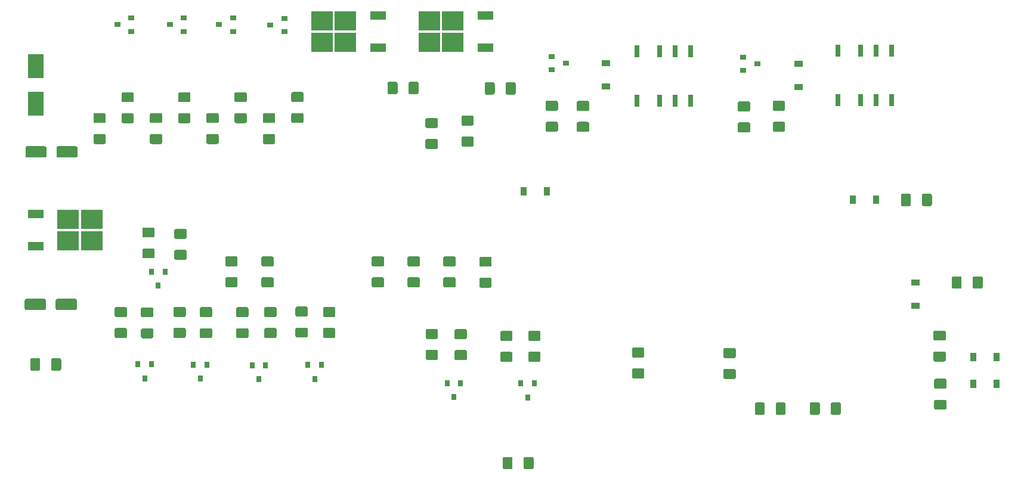
<source format=gbr>
G04 #@! TF.GenerationSoftware,KiCad,Pcbnew,(5.1.2-1)-1*
G04 #@! TF.CreationDate,2019-06-29T21:01:08+01:00*
G04 #@! TF.ProjectId,K3S_Seq_IF_Sw,4b33535f-5365-4715-9f49-465f53772e6b,rev?*
G04 #@! TF.SameCoordinates,Original*
G04 #@! TF.FileFunction,Paste,Top*
G04 #@! TF.FilePolarity,Positive*
%FSLAX46Y46*%
G04 Gerber Fmt 4.6, Leading zero omitted, Abs format (unit mm)*
G04 Created by KiCad (PCBNEW (5.1.2-1)-1) date 2019-06-29 21:01:08*
%MOMM*%
%LPD*%
G04 APERTURE LIST*
%ADD10C,0.100000*%
%ADD11C,1.425000*%
%ADD12C,1.600000*%
%ADD13R,0.900000X1.200000*%
%ADD14R,2.300000X3.500000*%
%ADD15R,1.200000X0.900000*%
%ADD16R,0.800000X1.800000*%
%ADD17R,0.900000X0.800000*%
%ADD18R,0.800000X0.900000*%
%ADD19R,2.200000X1.200000*%
%ADD20R,3.050000X2.750000*%
G04 APERTURE END LIST*
D10*
G36*
X142299504Y-122103704D02*
G01*
X142323773Y-122107304D01*
X142347571Y-122113265D01*
X142370671Y-122121530D01*
X142392849Y-122132020D01*
X142413893Y-122144633D01*
X142433598Y-122159247D01*
X142451777Y-122175723D01*
X142468253Y-122193902D01*
X142482867Y-122213607D01*
X142495480Y-122234651D01*
X142505970Y-122256829D01*
X142514235Y-122279929D01*
X142520196Y-122303727D01*
X142523796Y-122327996D01*
X142525000Y-122352500D01*
X142525000Y-123277500D01*
X142523796Y-123302004D01*
X142520196Y-123326273D01*
X142514235Y-123350071D01*
X142505970Y-123373171D01*
X142495480Y-123395349D01*
X142482867Y-123416393D01*
X142468253Y-123436098D01*
X142451777Y-123454277D01*
X142433598Y-123470753D01*
X142413893Y-123485367D01*
X142392849Y-123497980D01*
X142370671Y-123508470D01*
X142347571Y-123516735D01*
X142323773Y-123522696D01*
X142299504Y-123526296D01*
X142275000Y-123527500D01*
X141025000Y-123527500D01*
X141000496Y-123526296D01*
X140976227Y-123522696D01*
X140952429Y-123516735D01*
X140929329Y-123508470D01*
X140907151Y-123497980D01*
X140886107Y-123485367D01*
X140866402Y-123470753D01*
X140848223Y-123454277D01*
X140831747Y-123436098D01*
X140817133Y-123416393D01*
X140804520Y-123395349D01*
X140794030Y-123373171D01*
X140785765Y-123350071D01*
X140779804Y-123326273D01*
X140776204Y-123302004D01*
X140775000Y-123277500D01*
X140775000Y-122352500D01*
X140776204Y-122327996D01*
X140779804Y-122303727D01*
X140785765Y-122279929D01*
X140794030Y-122256829D01*
X140804520Y-122234651D01*
X140817133Y-122213607D01*
X140831747Y-122193902D01*
X140848223Y-122175723D01*
X140866402Y-122159247D01*
X140886107Y-122144633D01*
X140907151Y-122132020D01*
X140929329Y-122121530D01*
X140952429Y-122113265D01*
X140976227Y-122107304D01*
X141000496Y-122103704D01*
X141025000Y-122102500D01*
X142275000Y-122102500D01*
X142299504Y-122103704D01*
X142299504Y-122103704D01*
G37*
D11*
X141650000Y-122815000D03*
D10*
G36*
X142299504Y-119128704D02*
G01*
X142323773Y-119132304D01*
X142347571Y-119138265D01*
X142370671Y-119146530D01*
X142392849Y-119157020D01*
X142413893Y-119169633D01*
X142433598Y-119184247D01*
X142451777Y-119200723D01*
X142468253Y-119218902D01*
X142482867Y-119238607D01*
X142495480Y-119259651D01*
X142505970Y-119281829D01*
X142514235Y-119304929D01*
X142520196Y-119328727D01*
X142523796Y-119352996D01*
X142525000Y-119377500D01*
X142525000Y-120302500D01*
X142523796Y-120327004D01*
X142520196Y-120351273D01*
X142514235Y-120375071D01*
X142505970Y-120398171D01*
X142495480Y-120420349D01*
X142482867Y-120441393D01*
X142468253Y-120461098D01*
X142451777Y-120479277D01*
X142433598Y-120495753D01*
X142413893Y-120510367D01*
X142392849Y-120522980D01*
X142370671Y-120533470D01*
X142347571Y-120541735D01*
X142323773Y-120547696D01*
X142299504Y-120551296D01*
X142275000Y-120552500D01*
X141025000Y-120552500D01*
X141000496Y-120551296D01*
X140976227Y-120547696D01*
X140952429Y-120541735D01*
X140929329Y-120533470D01*
X140907151Y-120522980D01*
X140886107Y-120510367D01*
X140866402Y-120495753D01*
X140848223Y-120479277D01*
X140831747Y-120461098D01*
X140817133Y-120441393D01*
X140804520Y-120420349D01*
X140794030Y-120398171D01*
X140785765Y-120375071D01*
X140779804Y-120351273D01*
X140776204Y-120327004D01*
X140775000Y-120302500D01*
X140775000Y-119377500D01*
X140776204Y-119352996D01*
X140779804Y-119328727D01*
X140785765Y-119304929D01*
X140794030Y-119281829D01*
X140804520Y-119259651D01*
X140817133Y-119238607D01*
X140831747Y-119218902D01*
X140848223Y-119200723D01*
X140866402Y-119184247D01*
X140886107Y-119169633D01*
X140907151Y-119157020D01*
X140929329Y-119146530D01*
X140952429Y-119138265D01*
X140976227Y-119132304D01*
X141000496Y-119128704D01*
X141025000Y-119127500D01*
X142275000Y-119127500D01*
X142299504Y-119128704D01*
X142299504Y-119128704D01*
G37*
D11*
X141650000Y-119840000D03*
D10*
G36*
X146424004Y-126884204D02*
G01*
X146448273Y-126887804D01*
X146472071Y-126893765D01*
X146495171Y-126902030D01*
X146517349Y-126912520D01*
X146538393Y-126925133D01*
X146558098Y-126939747D01*
X146576277Y-126956223D01*
X146592753Y-126974402D01*
X146607367Y-126994107D01*
X146619980Y-127015151D01*
X146630470Y-127037329D01*
X146638735Y-127060429D01*
X146644696Y-127084227D01*
X146648296Y-127108496D01*
X146649500Y-127133000D01*
X146649500Y-128383000D01*
X146648296Y-128407504D01*
X146644696Y-128431773D01*
X146638735Y-128455571D01*
X146630470Y-128478671D01*
X146619980Y-128500849D01*
X146607367Y-128521893D01*
X146592753Y-128541598D01*
X146576277Y-128559777D01*
X146558098Y-128576253D01*
X146538393Y-128590867D01*
X146517349Y-128603480D01*
X146495171Y-128613970D01*
X146472071Y-128622235D01*
X146448273Y-128628196D01*
X146424004Y-128631796D01*
X146399500Y-128633000D01*
X145474500Y-128633000D01*
X145449996Y-128631796D01*
X145425727Y-128628196D01*
X145401929Y-128622235D01*
X145378829Y-128613970D01*
X145356651Y-128603480D01*
X145335607Y-128590867D01*
X145315902Y-128576253D01*
X145297723Y-128559777D01*
X145281247Y-128541598D01*
X145266633Y-128521893D01*
X145254020Y-128500849D01*
X145243530Y-128478671D01*
X145235265Y-128455571D01*
X145229304Y-128431773D01*
X145225704Y-128407504D01*
X145224500Y-128383000D01*
X145224500Y-127133000D01*
X145225704Y-127108496D01*
X145229304Y-127084227D01*
X145235265Y-127060429D01*
X145243530Y-127037329D01*
X145254020Y-127015151D01*
X145266633Y-126994107D01*
X145281247Y-126974402D01*
X145297723Y-126956223D01*
X145315902Y-126939747D01*
X145335607Y-126925133D01*
X145356651Y-126912520D01*
X145378829Y-126902030D01*
X145401929Y-126893765D01*
X145425727Y-126887804D01*
X145449996Y-126884204D01*
X145474500Y-126883000D01*
X146399500Y-126883000D01*
X146424004Y-126884204D01*
X146424004Y-126884204D01*
G37*
D11*
X145937000Y-127758000D03*
D10*
G36*
X149399004Y-126884204D02*
G01*
X149423273Y-126887804D01*
X149447071Y-126893765D01*
X149470171Y-126902030D01*
X149492349Y-126912520D01*
X149513393Y-126925133D01*
X149533098Y-126939747D01*
X149551277Y-126956223D01*
X149567753Y-126974402D01*
X149582367Y-126994107D01*
X149594980Y-127015151D01*
X149605470Y-127037329D01*
X149613735Y-127060429D01*
X149619696Y-127084227D01*
X149623296Y-127108496D01*
X149624500Y-127133000D01*
X149624500Y-128383000D01*
X149623296Y-128407504D01*
X149619696Y-128431773D01*
X149613735Y-128455571D01*
X149605470Y-128478671D01*
X149594980Y-128500849D01*
X149582367Y-128521893D01*
X149567753Y-128541598D01*
X149551277Y-128559777D01*
X149533098Y-128576253D01*
X149513393Y-128590867D01*
X149492349Y-128603480D01*
X149470171Y-128613970D01*
X149447071Y-128622235D01*
X149423273Y-128628196D01*
X149399004Y-128631796D01*
X149374500Y-128633000D01*
X148449500Y-128633000D01*
X148424996Y-128631796D01*
X148400727Y-128628196D01*
X148376929Y-128622235D01*
X148353829Y-128613970D01*
X148331651Y-128603480D01*
X148310607Y-128590867D01*
X148290902Y-128576253D01*
X148272723Y-128559777D01*
X148256247Y-128541598D01*
X148241633Y-128521893D01*
X148229020Y-128500849D01*
X148218530Y-128478671D01*
X148210265Y-128455571D01*
X148204304Y-128431773D01*
X148200704Y-128407504D01*
X148199500Y-128383000D01*
X148199500Y-127133000D01*
X148200704Y-127108496D01*
X148204304Y-127084227D01*
X148210265Y-127060429D01*
X148218530Y-127037329D01*
X148229020Y-127015151D01*
X148241633Y-126994107D01*
X148256247Y-126974402D01*
X148272723Y-126956223D01*
X148290902Y-126939747D01*
X148310607Y-126925133D01*
X148331651Y-126912520D01*
X148353829Y-126902030D01*
X148376929Y-126893765D01*
X148400727Y-126887804D01*
X148424996Y-126884204D01*
X148449500Y-126883000D01*
X149374500Y-126883000D01*
X149399004Y-126884204D01*
X149399004Y-126884204D01*
G37*
D11*
X148912000Y-127758000D03*
D10*
G36*
X154239004Y-126858204D02*
G01*
X154263273Y-126861804D01*
X154287071Y-126867765D01*
X154310171Y-126876030D01*
X154332349Y-126886520D01*
X154353393Y-126899133D01*
X154373098Y-126913747D01*
X154391277Y-126930223D01*
X154407753Y-126948402D01*
X154422367Y-126968107D01*
X154434980Y-126989151D01*
X154445470Y-127011329D01*
X154453735Y-127034429D01*
X154459696Y-127058227D01*
X154463296Y-127082496D01*
X154464500Y-127107000D01*
X154464500Y-128357000D01*
X154463296Y-128381504D01*
X154459696Y-128405773D01*
X154453735Y-128429571D01*
X154445470Y-128452671D01*
X154434980Y-128474849D01*
X154422367Y-128495893D01*
X154407753Y-128515598D01*
X154391277Y-128533777D01*
X154373098Y-128550253D01*
X154353393Y-128564867D01*
X154332349Y-128577480D01*
X154310171Y-128587970D01*
X154287071Y-128596235D01*
X154263273Y-128602196D01*
X154239004Y-128605796D01*
X154214500Y-128607000D01*
X153289500Y-128607000D01*
X153264996Y-128605796D01*
X153240727Y-128602196D01*
X153216929Y-128596235D01*
X153193829Y-128587970D01*
X153171651Y-128577480D01*
X153150607Y-128564867D01*
X153130902Y-128550253D01*
X153112723Y-128533777D01*
X153096247Y-128515598D01*
X153081633Y-128495893D01*
X153069020Y-128474849D01*
X153058530Y-128452671D01*
X153050265Y-128429571D01*
X153044304Y-128405773D01*
X153040704Y-128381504D01*
X153039500Y-128357000D01*
X153039500Y-127107000D01*
X153040704Y-127082496D01*
X153044304Y-127058227D01*
X153050265Y-127034429D01*
X153058530Y-127011329D01*
X153069020Y-126989151D01*
X153081633Y-126968107D01*
X153096247Y-126948402D01*
X153112723Y-126930223D01*
X153130902Y-126913747D01*
X153150607Y-126899133D01*
X153171651Y-126886520D01*
X153193829Y-126876030D01*
X153216929Y-126867765D01*
X153240727Y-126861804D01*
X153264996Y-126858204D01*
X153289500Y-126857000D01*
X154214500Y-126857000D01*
X154239004Y-126858204D01*
X154239004Y-126858204D01*
G37*
D11*
X153752000Y-127732000D03*
D10*
G36*
X157214004Y-126858204D02*
G01*
X157238273Y-126861804D01*
X157262071Y-126867765D01*
X157285171Y-126876030D01*
X157307349Y-126886520D01*
X157328393Y-126899133D01*
X157348098Y-126913747D01*
X157366277Y-126930223D01*
X157382753Y-126948402D01*
X157397367Y-126968107D01*
X157409980Y-126989151D01*
X157420470Y-127011329D01*
X157428735Y-127034429D01*
X157434696Y-127058227D01*
X157438296Y-127082496D01*
X157439500Y-127107000D01*
X157439500Y-128357000D01*
X157438296Y-128381504D01*
X157434696Y-128405773D01*
X157428735Y-128429571D01*
X157420470Y-128452671D01*
X157409980Y-128474849D01*
X157397367Y-128495893D01*
X157382753Y-128515598D01*
X157366277Y-128533777D01*
X157348098Y-128550253D01*
X157328393Y-128564867D01*
X157307349Y-128577480D01*
X157285171Y-128587970D01*
X157262071Y-128596235D01*
X157238273Y-128602196D01*
X157214004Y-128605796D01*
X157189500Y-128607000D01*
X156264500Y-128607000D01*
X156239996Y-128605796D01*
X156215727Y-128602196D01*
X156191929Y-128596235D01*
X156168829Y-128587970D01*
X156146651Y-128577480D01*
X156125607Y-128564867D01*
X156105902Y-128550253D01*
X156087723Y-128533777D01*
X156071247Y-128515598D01*
X156056633Y-128495893D01*
X156044020Y-128474849D01*
X156033530Y-128452671D01*
X156025265Y-128429571D01*
X156019304Y-128405773D01*
X156015704Y-128381504D01*
X156014500Y-128357000D01*
X156014500Y-127107000D01*
X156015704Y-127082496D01*
X156019304Y-127058227D01*
X156025265Y-127034429D01*
X156033530Y-127011329D01*
X156044020Y-126989151D01*
X156056633Y-126968107D01*
X156071247Y-126948402D01*
X156087723Y-126930223D01*
X156105902Y-126913747D01*
X156125607Y-126899133D01*
X156146651Y-126886520D01*
X156168829Y-126876030D01*
X156191929Y-126867765D01*
X156215727Y-126861804D01*
X156239996Y-126858204D01*
X156264500Y-126857000D01*
X157189500Y-126857000D01*
X157214004Y-126858204D01*
X157214004Y-126858204D01*
G37*
D11*
X156727000Y-127732000D03*
D10*
G36*
X48854504Y-90481204D02*
G01*
X48878773Y-90484804D01*
X48902571Y-90490765D01*
X48925671Y-90499030D01*
X48947849Y-90509520D01*
X48968893Y-90522133D01*
X48988598Y-90536747D01*
X49006777Y-90553223D01*
X49023253Y-90571402D01*
X49037867Y-90591107D01*
X49050480Y-90612151D01*
X49060970Y-90634329D01*
X49069235Y-90657429D01*
X49075196Y-90681227D01*
X49078796Y-90705496D01*
X49080000Y-90730000D01*
X49080000Y-91830000D01*
X49078796Y-91854504D01*
X49075196Y-91878773D01*
X49069235Y-91902571D01*
X49060970Y-91925671D01*
X49050480Y-91947849D01*
X49037867Y-91968893D01*
X49023253Y-91988598D01*
X49006777Y-92006777D01*
X48988598Y-92023253D01*
X48968893Y-92037867D01*
X48947849Y-92050480D01*
X48925671Y-92060970D01*
X48902571Y-92069235D01*
X48878773Y-92075196D01*
X48854504Y-92078796D01*
X48830000Y-92080000D01*
X46330000Y-92080000D01*
X46305496Y-92078796D01*
X46281227Y-92075196D01*
X46257429Y-92069235D01*
X46234329Y-92060970D01*
X46212151Y-92050480D01*
X46191107Y-92037867D01*
X46171402Y-92023253D01*
X46153223Y-92006777D01*
X46136747Y-91988598D01*
X46122133Y-91968893D01*
X46109520Y-91947849D01*
X46099030Y-91925671D01*
X46090765Y-91902571D01*
X46084804Y-91878773D01*
X46081204Y-91854504D01*
X46080000Y-91830000D01*
X46080000Y-90730000D01*
X46081204Y-90705496D01*
X46084804Y-90681227D01*
X46090765Y-90657429D01*
X46099030Y-90634329D01*
X46109520Y-90612151D01*
X46122133Y-90591107D01*
X46136747Y-90571402D01*
X46153223Y-90553223D01*
X46171402Y-90536747D01*
X46191107Y-90522133D01*
X46212151Y-90509520D01*
X46234329Y-90499030D01*
X46257429Y-90490765D01*
X46281227Y-90484804D01*
X46305496Y-90481204D01*
X46330000Y-90480000D01*
X48830000Y-90480000D01*
X48854504Y-90481204D01*
X48854504Y-90481204D01*
G37*
D12*
X47580000Y-91280000D03*
D10*
G36*
X44454504Y-90481204D02*
G01*
X44478773Y-90484804D01*
X44502571Y-90490765D01*
X44525671Y-90499030D01*
X44547849Y-90509520D01*
X44568893Y-90522133D01*
X44588598Y-90536747D01*
X44606777Y-90553223D01*
X44623253Y-90571402D01*
X44637867Y-90591107D01*
X44650480Y-90612151D01*
X44660970Y-90634329D01*
X44669235Y-90657429D01*
X44675196Y-90681227D01*
X44678796Y-90705496D01*
X44680000Y-90730000D01*
X44680000Y-91830000D01*
X44678796Y-91854504D01*
X44675196Y-91878773D01*
X44669235Y-91902571D01*
X44660970Y-91925671D01*
X44650480Y-91947849D01*
X44637867Y-91968893D01*
X44623253Y-91988598D01*
X44606777Y-92006777D01*
X44588598Y-92023253D01*
X44568893Y-92037867D01*
X44547849Y-92050480D01*
X44525671Y-92060970D01*
X44502571Y-92069235D01*
X44478773Y-92075196D01*
X44454504Y-92078796D01*
X44430000Y-92080000D01*
X41930000Y-92080000D01*
X41905496Y-92078796D01*
X41881227Y-92075196D01*
X41857429Y-92069235D01*
X41834329Y-92060970D01*
X41812151Y-92050480D01*
X41791107Y-92037867D01*
X41771402Y-92023253D01*
X41753223Y-92006777D01*
X41736747Y-91988598D01*
X41722133Y-91968893D01*
X41709520Y-91947849D01*
X41699030Y-91925671D01*
X41690765Y-91902571D01*
X41684804Y-91878773D01*
X41681204Y-91854504D01*
X41680000Y-91830000D01*
X41680000Y-90730000D01*
X41681204Y-90705496D01*
X41684804Y-90681227D01*
X41690765Y-90657429D01*
X41699030Y-90634329D01*
X41709520Y-90612151D01*
X41722133Y-90591107D01*
X41736747Y-90571402D01*
X41753223Y-90553223D01*
X41771402Y-90536747D01*
X41791107Y-90522133D01*
X41812151Y-90509520D01*
X41834329Y-90499030D01*
X41857429Y-90490765D01*
X41881227Y-90484804D01*
X41905496Y-90481204D01*
X41930000Y-90480000D01*
X44430000Y-90480000D01*
X44454504Y-90481204D01*
X44454504Y-90481204D01*
G37*
D12*
X43180000Y-91280000D03*
D10*
G36*
X44364504Y-112141204D02*
G01*
X44388773Y-112144804D01*
X44412571Y-112150765D01*
X44435671Y-112159030D01*
X44457849Y-112169520D01*
X44478893Y-112182133D01*
X44498598Y-112196747D01*
X44516777Y-112213223D01*
X44533253Y-112231402D01*
X44547867Y-112251107D01*
X44560480Y-112272151D01*
X44570970Y-112294329D01*
X44579235Y-112317429D01*
X44585196Y-112341227D01*
X44588796Y-112365496D01*
X44590000Y-112390000D01*
X44590000Y-113490000D01*
X44588796Y-113514504D01*
X44585196Y-113538773D01*
X44579235Y-113562571D01*
X44570970Y-113585671D01*
X44560480Y-113607849D01*
X44547867Y-113628893D01*
X44533253Y-113648598D01*
X44516777Y-113666777D01*
X44498598Y-113683253D01*
X44478893Y-113697867D01*
X44457849Y-113710480D01*
X44435671Y-113720970D01*
X44412571Y-113729235D01*
X44388773Y-113735196D01*
X44364504Y-113738796D01*
X44340000Y-113740000D01*
X41840000Y-113740000D01*
X41815496Y-113738796D01*
X41791227Y-113735196D01*
X41767429Y-113729235D01*
X41744329Y-113720970D01*
X41722151Y-113710480D01*
X41701107Y-113697867D01*
X41681402Y-113683253D01*
X41663223Y-113666777D01*
X41646747Y-113648598D01*
X41632133Y-113628893D01*
X41619520Y-113607849D01*
X41609030Y-113585671D01*
X41600765Y-113562571D01*
X41594804Y-113538773D01*
X41591204Y-113514504D01*
X41590000Y-113490000D01*
X41590000Y-112390000D01*
X41591204Y-112365496D01*
X41594804Y-112341227D01*
X41600765Y-112317429D01*
X41609030Y-112294329D01*
X41619520Y-112272151D01*
X41632133Y-112251107D01*
X41646747Y-112231402D01*
X41663223Y-112213223D01*
X41681402Y-112196747D01*
X41701107Y-112182133D01*
X41722151Y-112169520D01*
X41744329Y-112159030D01*
X41767429Y-112150765D01*
X41791227Y-112144804D01*
X41815496Y-112141204D01*
X41840000Y-112140000D01*
X44340000Y-112140000D01*
X44364504Y-112141204D01*
X44364504Y-112141204D01*
G37*
D12*
X43090000Y-112940000D03*
D10*
G36*
X48764504Y-112141204D02*
G01*
X48788773Y-112144804D01*
X48812571Y-112150765D01*
X48835671Y-112159030D01*
X48857849Y-112169520D01*
X48878893Y-112182133D01*
X48898598Y-112196747D01*
X48916777Y-112213223D01*
X48933253Y-112231402D01*
X48947867Y-112251107D01*
X48960480Y-112272151D01*
X48970970Y-112294329D01*
X48979235Y-112317429D01*
X48985196Y-112341227D01*
X48988796Y-112365496D01*
X48990000Y-112390000D01*
X48990000Y-113490000D01*
X48988796Y-113514504D01*
X48985196Y-113538773D01*
X48979235Y-113562571D01*
X48970970Y-113585671D01*
X48960480Y-113607849D01*
X48947867Y-113628893D01*
X48933253Y-113648598D01*
X48916777Y-113666777D01*
X48898598Y-113683253D01*
X48878893Y-113697867D01*
X48857849Y-113710480D01*
X48835671Y-113720970D01*
X48812571Y-113729235D01*
X48788773Y-113735196D01*
X48764504Y-113738796D01*
X48740000Y-113740000D01*
X46240000Y-113740000D01*
X46215496Y-113738796D01*
X46191227Y-113735196D01*
X46167429Y-113729235D01*
X46144329Y-113720970D01*
X46122151Y-113710480D01*
X46101107Y-113697867D01*
X46081402Y-113683253D01*
X46063223Y-113666777D01*
X46046747Y-113648598D01*
X46032133Y-113628893D01*
X46019520Y-113607849D01*
X46009030Y-113585671D01*
X46000765Y-113562571D01*
X45994804Y-113538773D01*
X45991204Y-113514504D01*
X45990000Y-113490000D01*
X45990000Y-112390000D01*
X45991204Y-112365496D01*
X45994804Y-112341227D01*
X46000765Y-112317429D01*
X46009030Y-112294329D01*
X46019520Y-112272151D01*
X46032133Y-112251107D01*
X46046747Y-112231402D01*
X46063223Y-112213223D01*
X46081402Y-112196747D01*
X46101107Y-112182133D01*
X46122151Y-112169520D01*
X46144329Y-112159030D01*
X46167429Y-112150765D01*
X46191227Y-112144804D01*
X46215496Y-112141204D01*
X46240000Y-112140000D01*
X48740000Y-112140000D01*
X48764504Y-112141204D01*
X48764504Y-112141204D01*
G37*
D12*
X47490000Y-112940000D03*
D10*
G36*
X43557004Y-120596204D02*
G01*
X43581273Y-120599804D01*
X43605071Y-120605765D01*
X43628171Y-120614030D01*
X43650349Y-120624520D01*
X43671393Y-120637133D01*
X43691098Y-120651747D01*
X43709277Y-120668223D01*
X43725753Y-120686402D01*
X43740367Y-120706107D01*
X43752980Y-120727151D01*
X43763470Y-120749329D01*
X43771735Y-120772429D01*
X43777696Y-120796227D01*
X43781296Y-120820496D01*
X43782500Y-120845000D01*
X43782500Y-122095000D01*
X43781296Y-122119504D01*
X43777696Y-122143773D01*
X43771735Y-122167571D01*
X43763470Y-122190671D01*
X43752980Y-122212849D01*
X43740367Y-122233893D01*
X43725753Y-122253598D01*
X43709277Y-122271777D01*
X43691098Y-122288253D01*
X43671393Y-122302867D01*
X43650349Y-122315480D01*
X43628171Y-122325970D01*
X43605071Y-122334235D01*
X43581273Y-122340196D01*
X43557004Y-122343796D01*
X43532500Y-122345000D01*
X42607500Y-122345000D01*
X42582996Y-122343796D01*
X42558727Y-122340196D01*
X42534929Y-122334235D01*
X42511829Y-122325970D01*
X42489651Y-122315480D01*
X42468607Y-122302867D01*
X42448902Y-122288253D01*
X42430723Y-122271777D01*
X42414247Y-122253598D01*
X42399633Y-122233893D01*
X42387020Y-122212849D01*
X42376530Y-122190671D01*
X42368265Y-122167571D01*
X42362304Y-122143773D01*
X42358704Y-122119504D01*
X42357500Y-122095000D01*
X42357500Y-120845000D01*
X42358704Y-120820496D01*
X42362304Y-120796227D01*
X42368265Y-120772429D01*
X42376530Y-120749329D01*
X42387020Y-120727151D01*
X42399633Y-120706107D01*
X42414247Y-120686402D01*
X42430723Y-120668223D01*
X42448902Y-120651747D01*
X42468607Y-120637133D01*
X42489651Y-120624520D01*
X42511829Y-120614030D01*
X42534929Y-120605765D01*
X42558727Y-120599804D01*
X42582996Y-120596204D01*
X42607500Y-120595000D01*
X43532500Y-120595000D01*
X43557004Y-120596204D01*
X43557004Y-120596204D01*
G37*
D11*
X43070000Y-121470000D03*
D10*
G36*
X46532004Y-120596204D02*
G01*
X46556273Y-120599804D01*
X46580071Y-120605765D01*
X46603171Y-120614030D01*
X46625349Y-120624520D01*
X46646393Y-120637133D01*
X46666098Y-120651747D01*
X46684277Y-120668223D01*
X46700753Y-120686402D01*
X46715367Y-120706107D01*
X46727980Y-120727151D01*
X46738470Y-120749329D01*
X46746735Y-120772429D01*
X46752696Y-120796227D01*
X46756296Y-120820496D01*
X46757500Y-120845000D01*
X46757500Y-122095000D01*
X46756296Y-122119504D01*
X46752696Y-122143773D01*
X46746735Y-122167571D01*
X46738470Y-122190671D01*
X46727980Y-122212849D01*
X46715367Y-122233893D01*
X46700753Y-122253598D01*
X46684277Y-122271777D01*
X46666098Y-122288253D01*
X46646393Y-122302867D01*
X46625349Y-122315480D01*
X46603171Y-122325970D01*
X46580071Y-122334235D01*
X46556273Y-122340196D01*
X46532004Y-122343796D01*
X46507500Y-122345000D01*
X45582500Y-122345000D01*
X45557996Y-122343796D01*
X45533727Y-122340196D01*
X45509929Y-122334235D01*
X45486829Y-122325970D01*
X45464651Y-122315480D01*
X45443607Y-122302867D01*
X45423902Y-122288253D01*
X45405723Y-122271777D01*
X45389247Y-122253598D01*
X45374633Y-122233893D01*
X45362020Y-122212849D01*
X45351530Y-122190671D01*
X45343265Y-122167571D01*
X45337304Y-122143773D01*
X45333704Y-122119504D01*
X45332500Y-122095000D01*
X45332500Y-120845000D01*
X45333704Y-120820496D01*
X45337304Y-120796227D01*
X45343265Y-120772429D01*
X45351530Y-120749329D01*
X45362020Y-120727151D01*
X45374633Y-120706107D01*
X45389247Y-120686402D01*
X45405723Y-120668223D01*
X45423902Y-120651747D01*
X45443607Y-120637133D01*
X45464651Y-120624520D01*
X45486829Y-120614030D01*
X45509929Y-120605765D01*
X45533727Y-120599804D01*
X45557996Y-120596204D01*
X45582500Y-120595000D01*
X46507500Y-120595000D01*
X46532004Y-120596204D01*
X46532004Y-120596204D01*
G37*
D11*
X46045000Y-121470000D03*
D13*
X176260000Y-120380000D03*
X179560000Y-120380000D03*
X179560000Y-124240000D03*
X176260000Y-124240000D03*
D14*
X43160000Y-84460000D03*
X43160000Y-79060000D03*
D15*
X151460000Y-78790000D03*
X151460000Y-82090000D03*
X168040000Y-109820000D03*
X168040000Y-113120000D03*
X124140000Y-81950000D03*
X124140000Y-78650000D03*
D16*
X128520000Y-84000000D03*
X131720000Y-84000000D03*
X133920000Y-84000000D03*
X136120000Y-84000000D03*
X136120000Y-77000000D03*
X133920000Y-77000000D03*
X131720000Y-77000000D03*
X128520000Y-77000000D03*
X157060000Y-76920000D03*
X160260000Y-76920000D03*
X162460000Y-76920000D03*
X164660000Y-76920000D03*
X164660000Y-83920000D03*
X162460000Y-83920000D03*
X160260000Y-83920000D03*
X157060000Y-83920000D03*
D17*
X78450000Y-74190000D03*
X78450000Y-72290000D03*
X76450000Y-73240000D03*
X62180000Y-73210000D03*
X64180000Y-72260000D03*
X64180000Y-74160000D03*
D18*
X59560000Y-121450000D03*
X57660000Y-121450000D03*
X58610000Y-123450000D03*
X83700000Y-121530000D03*
X81800000Y-121530000D03*
X82750000Y-123530000D03*
D17*
X69190000Y-73210000D03*
X71190000Y-72260000D03*
X71190000Y-74160000D03*
X54720000Y-73200000D03*
X56720000Y-72250000D03*
X56720000Y-74150000D03*
D18*
X103450000Y-124110000D03*
X101550000Y-124110000D03*
X102500000Y-126110000D03*
D17*
X145600000Y-78780000D03*
X143600000Y-79730000D03*
X143600000Y-77830000D03*
X116390000Y-77740000D03*
X116390000Y-79640000D03*
X118390000Y-78690000D03*
D10*
G36*
X172109504Y-116651204D02*
G01*
X172133773Y-116654804D01*
X172157571Y-116660765D01*
X172180671Y-116669030D01*
X172202849Y-116679520D01*
X172223893Y-116692133D01*
X172243598Y-116706747D01*
X172261777Y-116723223D01*
X172278253Y-116741402D01*
X172292867Y-116761107D01*
X172305480Y-116782151D01*
X172315970Y-116804329D01*
X172324235Y-116827429D01*
X172330196Y-116851227D01*
X172333796Y-116875496D01*
X172335000Y-116900000D01*
X172335000Y-117825000D01*
X172333796Y-117849504D01*
X172330196Y-117873773D01*
X172324235Y-117897571D01*
X172315970Y-117920671D01*
X172305480Y-117942849D01*
X172292867Y-117963893D01*
X172278253Y-117983598D01*
X172261777Y-118001777D01*
X172243598Y-118018253D01*
X172223893Y-118032867D01*
X172202849Y-118045480D01*
X172180671Y-118055970D01*
X172157571Y-118064235D01*
X172133773Y-118070196D01*
X172109504Y-118073796D01*
X172085000Y-118075000D01*
X170835000Y-118075000D01*
X170810496Y-118073796D01*
X170786227Y-118070196D01*
X170762429Y-118064235D01*
X170739329Y-118055970D01*
X170717151Y-118045480D01*
X170696107Y-118032867D01*
X170676402Y-118018253D01*
X170658223Y-118001777D01*
X170641747Y-117983598D01*
X170627133Y-117963893D01*
X170614520Y-117942849D01*
X170604030Y-117920671D01*
X170595765Y-117897571D01*
X170589804Y-117873773D01*
X170586204Y-117849504D01*
X170585000Y-117825000D01*
X170585000Y-116900000D01*
X170586204Y-116875496D01*
X170589804Y-116851227D01*
X170595765Y-116827429D01*
X170604030Y-116804329D01*
X170614520Y-116782151D01*
X170627133Y-116761107D01*
X170641747Y-116741402D01*
X170658223Y-116723223D01*
X170676402Y-116706747D01*
X170696107Y-116692133D01*
X170717151Y-116679520D01*
X170739329Y-116669030D01*
X170762429Y-116660765D01*
X170786227Y-116654804D01*
X170810496Y-116651204D01*
X170835000Y-116650000D01*
X172085000Y-116650000D01*
X172109504Y-116651204D01*
X172109504Y-116651204D01*
G37*
D11*
X171460000Y-117362500D03*
D10*
G36*
X172109504Y-119626204D02*
G01*
X172133773Y-119629804D01*
X172157571Y-119635765D01*
X172180671Y-119644030D01*
X172202849Y-119654520D01*
X172223893Y-119667133D01*
X172243598Y-119681747D01*
X172261777Y-119698223D01*
X172278253Y-119716402D01*
X172292867Y-119736107D01*
X172305480Y-119757151D01*
X172315970Y-119779329D01*
X172324235Y-119802429D01*
X172330196Y-119826227D01*
X172333796Y-119850496D01*
X172335000Y-119875000D01*
X172335000Y-120800000D01*
X172333796Y-120824504D01*
X172330196Y-120848773D01*
X172324235Y-120872571D01*
X172315970Y-120895671D01*
X172305480Y-120917849D01*
X172292867Y-120938893D01*
X172278253Y-120958598D01*
X172261777Y-120976777D01*
X172243598Y-120993253D01*
X172223893Y-121007867D01*
X172202849Y-121020480D01*
X172180671Y-121030970D01*
X172157571Y-121039235D01*
X172133773Y-121045196D01*
X172109504Y-121048796D01*
X172085000Y-121050000D01*
X170835000Y-121050000D01*
X170810496Y-121048796D01*
X170786227Y-121045196D01*
X170762429Y-121039235D01*
X170739329Y-121030970D01*
X170717151Y-121020480D01*
X170696107Y-121007867D01*
X170676402Y-120993253D01*
X170658223Y-120976777D01*
X170641747Y-120958598D01*
X170627133Y-120938893D01*
X170614520Y-120917849D01*
X170604030Y-120895671D01*
X170595765Y-120872571D01*
X170589804Y-120848773D01*
X170586204Y-120824504D01*
X170585000Y-120800000D01*
X170585000Y-119875000D01*
X170586204Y-119850496D01*
X170589804Y-119826227D01*
X170595765Y-119802429D01*
X170604030Y-119779329D01*
X170614520Y-119757151D01*
X170627133Y-119736107D01*
X170641747Y-119716402D01*
X170658223Y-119698223D01*
X170676402Y-119681747D01*
X170696107Y-119667133D01*
X170717151Y-119654520D01*
X170739329Y-119644030D01*
X170762429Y-119635765D01*
X170786227Y-119629804D01*
X170810496Y-119626204D01*
X170835000Y-119625000D01*
X172085000Y-119625000D01*
X172109504Y-119626204D01*
X172109504Y-119626204D01*
G37*
D11*
X171460000Y-120337500D03*
D10*
G36*
X172229504Y-126468704D02*
G01*
X172253773Y-126472304D01*
X172277571Y-126478265D01*
X172300671Y-126486530D01*
X172322849Y-126497020D01*
X172343893Y-126509633D01*
X172363598Y-126524247D01*
X172381777Y-126540723D01*
X172398253Y-126558902D01*
X172412867Y-126578607D01*
X172425480Y-126599651D01*
X172435970Y-126621829D01*
X172444235Y-126644929D01*
X172450196Y-126668727D01*
X172453796Y-126692996D01*
X172455000Y-126717500D01*
X172455000Y-127642500D01*
X172453796Y-127667004D01*
X172450196Y-127691273D01*
X172444235Y-127715071D01*
X172435970Y-127738171D01*
X172425480Y-127760349D01*
X172412867Y-127781393D01*
X172398253Y-127801098D01*
X172381777Y-127819277D01*
X172363598Y-127835753D01*
X172343893Y-127850367D01*
X172322849Y-127862980D01*
X172300671Y-127873470D01*
X172277571Y-127881735D01*
X172253773Y-127887696D01*
X172229504Y-127891296D01*
X172205000Y-127892500D01*
X170955000Y-127892500D01*
X170930496Y-127891296D01*
X170906227Y-127887696D01*
X170882429Y-127881735D01*
X170859329Y-127873470D01*
X170837151Y-127862980D01*
X170816107Y-127850367D01*
X170796402Y-127835753D01*
X170778223Y-127819277D01*
X170761747Y-127801098D01*
X170747133Y-127781393D01*
X170734520Y-127760349D01*
X170724030Y-127738171D01*
X170715765Y-127715071D01*
X170709804Y-127691273D01*
X170706204Y-127667004D01*
X170705000Y-127642500D01*
X170705000Y-126717500D01*
X170706204Y-126692996D01*
X170709804Y-126668727D01*
X170715765Y-126644929D01*
X170724030Y-126621829D01*
X170734520Y-126599651D01*
X170747133Y-126578607D01*
X170761747Y-126558902D01*
X170778223Y-126540723D01*
X170796402Y-126524247D01*
X170816107Y-126509633D01*
X170837151Y-126497020D01*
X170859329Y-126486530D01*
X170882429Y-126478265D01*
X170906227Y-126472304D01*
X170930496Y-126468704D01*
X170955000Y-126467500D01*
X172205000Y-126467500D01*
X172229504Y-126468704D01*
X172229504Y-126468704D01*
G37*
D11*
X171580000Y-127180000D03*
D10*
G36*
X172229504Y-123493704D02*
G01*
X172253773Y-123497304D01*
X172277571Y-123503265D01*
X172300671Y-123511530D01*
X172322849Y-123522020D01*
X172343893Y-123534633D01*
X172363598Y-123549247D01*
X172381777Y-123565723D01*
X172398253Y-123583902D01*
X172412867Y-123603607D01*
X172425480Y-123624651D01*
X172435970Y-123646829D01*
X172444235Y-123669929D01*
X172450196Y-123693727D01*
X172453796Y-123717996D01*
X172455000Y-123742500D01*
X172455000Y-124667500D01*
X172453796Y-124692004D01*
X172450196Y-124716273D01*
X172444235Y-124740071D01*
X172435970Y-124763171D01*
X172425480Y-124785349D01*
X172412867Y-124806393D01*
X172398253Y-124826098D01*
X172381777Y-124844277D01*
X172363598Y-124860753D01*
X172343893Y-124875367D01*
X172322849Y-124887980D01*
X172300671Y-124898470D01*
X172277571Y-124906735D01*
X172253773Y-124912696D01*
X172229504Y-124916296D01*
X172205000Y-124917500D01*
X170955000Y-124917500D01*
X170930496Y-124916296D01*
X170906227Y-124912696D01*
X170882429Y-124906735D01*
X170859329Y-124898470D01*
X170837151Y-124887980D01*
X170816107Y-124875367D01*
X170796402Y-124860753D01*
X170778223Y-124844277D01*
X170761747Y-124826098D01*
X170747133Y-124806393D01*
X170734520Y-124785349D01*
X170724030Y-124763171D01*
X170715765Y-124740071D01*
X170709804Y-124716273D01*
X170706204Y-124692004D01*
X170705000Y-124667500D01*
X170705000Y-123742500D01*
X170706204Y-123717996D01*
X170709804Y-123693727D01*
X170715765Y-123669929D01*
X170724030Y-123646829D01*
X170734520Y-123624651D01*
X170747133Y-123603607D01*
X170761747Y-123583902D01*
X170778223Y-123565723D01*
X170796402Y-123549247D01*
X170816107Y-123534633D01*
X170837151Y-123522020D01*
X170859329Y-123511530D01*
X170882429Y-123503265D01*
X170906227Y-123497304D01*
X170930496Y-123493704D01*
X170955000Y-123492500D01*
X172205000Y-123492500D01*
X172229504Y-123493704D01*
X172229504Y-123493704D01*
G37*
D11*
X171580000Y-124205000D03*
D10*
G36*
X59619504Y-113353704D02*
G01*
X59643773Y-113357304D01*
X59667571Y-113363265D01*
X59690671Y-113371530D01*
X59712849Y-113382020D01*
X59733893Y-113394633D01*
X59753598Y-113409247D01*
X59771777Y-113425723D01*
X59788253Y-113443902D01*
X59802867Y-113463607D01*
X59815480Y-113484651D01*
X59825970Y-113506829D01*
X59834235Y-113529929D01*
X59840196Y-113553727D01*
X59843796Y-113577996D01*
X59845000Y-113602500D01*
X59845000Y-114527500D01*
X59843796Y-114552004D01*
X59840196Y-114576273D01*
X59834235Y-114600071D01*
X59825970Y-114623171D01*
X59815480Y-114645349D01*
X59802867Y-114666393D01*
X59788253Y-114686098D01*
X59771777Y-114704277D01*
X59753598Y-114720753D01*
X59733893Y-114735367D01*
X59712849Y-114747980D01*
X59690671Y-114758470D01*
X59667571Y-114766735D01*
X59643773Y-114772696D01*
X59619504Y-114776296D01*
X59595000Y-114777500D01*
X58345000Y-114777500D01*
X58320496Y-114776296D01*
X58296227Y-114772696D01*
X58272429Y-114766735D01*
X58249329Y-114758470D01*
X58227151Y-114747980D01*
X58206107Y-114735367D01*
X58186402Y-114720753D01*
X58168223Y-114704277D01*
X58151747Y-114686098D01*
X58137133Y-114666393D01*
X58124520Y-114645349D01*
X58114030Y-114623171D01*
X58105765Y-114600071D01*
X58099804Y-114576273D01*
X58096204Y-114552004D01*
X58095000Y-114527500D01*
X58095000Y-113602500D01*
X58096204Y-113577996D01*
X58099804Y-113553727D01*
X58105765Y-113529929D01*
X58114030Y-113506829D01*
X58124520Y-113484651D01*
X58137133Y-113463607D01*
X58151747Y-113443902D01*
X58168223Y-113425723D01*
X58186402Y-113409247D01*
X58206107Y-113394633D01*
X58227151Y-113382020D01*
X58249329Y-113371530D01*
X58272429Y-113363265D01*
X58296227Y-113357304D01*
X58320496Y-113353704D01*
X58345000Y-113352500D01*
X59595000Y-113352500D01*
X59619504Y-113353704D01*
X59619504Y-113353704D01*
G37*
D11*
X58970000Y-114065000D03*
D10*
G36*
X59619504Y-116328704D02*
G01*
X59643773Y-116332304D01*
X59667571Y-116338265D01*
X59690671Y-116346530D01*
X59712849Y-116357020D01*
X59733893Y-116369633D01*
X59753598Y-116384247D01*
X59771777Y-116400723D01*
X59788253Y-116418902D01*
X59802867Y-116438607D01*
X59815480Y-116459651D01*
X59825970Y-116481829D01*
X59834235Y-116504929D01*
X59840196Y-116528727D01*
X59843796Y-116552996D01*
X59845000Y-116577500D01*
X59845000Y-117502500D01*
X59843796Y-117527004D01*
X59840196Y-117551273D01*
X59834235Y-117575071D01*
X59825970Y-117598171D01*
X59815480Y-117620349D01*
X59802867Y-117641393D01*
X59788253Y-117661098D01*
X59771777Y-117679277D01*
X59753598Y-117695753D01*
X59733893Y-117710367D01*
X59712849Y-117722980D01*
X59690671Y-117733470D01*
X59667571Y-117741735D01*
X59643773Y-117747696D01*
X59619504Y-117751296D01*
X59595000Y-117752500D01*
X58345000Y-117752500D01*
X58320496Y-117751296D01*
X58296227Y-117747696D01*
X58272429Y-117741735D01*
X58249329Y-117733470D01*
X58227151Y-117722980D01*
X58206107Y-117710367D01*
X58186402Y-117695753D01*
X58168223Y-117679277D01*
X58151747Y-117661098D01*
X58137133Y-117641393D01*
X58124520Y-117620349D01*
X58114030Y-117598171D01*
X58105765Y-117575071D01*
X58099804Y-117551273D01*
X58096204Y-117527004D01*
X58095000Y-117502500D01*
X58095000Y-116577500D01*
X58096204Y-116552996D01*
X58099804Y-116528727D01*
X58105765Y-116504929D01*
X58114030Y-116481829D01*
X58124520Y-116459651D01*
X58137133Y-116438607D01*
X58151747Y-116418902D01*
X58168223Y-116400723D01*
X58186402Y-116384247D01*
X58206107Y-116369633D01*
X58227151Y-116357020D01*
X58249329Y-116346530D01*
X58272429Y-116338265D01*
X58296227Y-116332304D01*
X58320496Y-116328704D01*
X58345000Y-116327500D01*
X59595000Y-116327500D01*
X59619504Y-116328704D01*
X59619504Y-116328704D01*
G37*
D11*
X58970000Y-117040000D03*
D10*
G36*
X105099504Y-89088704D02*
G01*
X105123773Y-89092304D01*
X105147571Y-89098265D01*
X105170671Y-89106530D01*
X105192849Y-89117020D01*
X105213893Y-89129633D01*
X105233598Y-89144247D01*
X105251777Y-89160723D01*
X105268253Y-89178902D01*
X105282867Y-89198607D01*
X105295480Y-89219651D01*
X105305970Y-89241829D01*
X105314235Y-89264929D01*
X105320196Y-89288727D01*
X105323796Y-89312996D01*
X105325000Y-89337500D01*
X105325000Y-90262500D01*
X105323796Y-90287004D01*
X105320196Y-90311273D01*
X105314235Y-90335071D01*
X105305970Y-90358171D01*
X105295480Y-90380349D01*
X105282867Y-90401393D01*
X105268253Y-90421098D01*
X105251777Y-90439277D01*
X105233598Y-90455753D01*
X105213893Y-90470367D01*
X105192849Y-90482980D01*
X105170671Y-90493470D01*
X105147571Y-90501735D01*
X105123773Y-90507696D01*
X105099504Y-90511296D01*
X105075000Y-90512500D01*
X103825000Y-90512500D01*
X103800496Y-90511296D01*
X103776227Y-90507696D01*
X103752429Y-90501735D01*
X103729329Y-90493470D01*
X103707151Y-90482980D01*
X103686107Y-90470367D01*
X103666402Y-90455753D01*
X103648223Y-90439277D01*
X103631747Y-90421098D01*
X103617133Y-90401393D01*
X103604520Y-90380349D01*
X103594030Y-90358171D01*
X103585765Y-90335071D01*
X103579804Y-90311273D01*
X103576204Y-90287004D01*
X103575000Y-90262500D01*
X103575000Y-89337500D01*
X103576204Y-89312996D01*
X103579804Y-89288727D01*
X103585765Y-89264929D01*
X103594030Y-89241829D01*
X103604520Y-89219651D01*
X103617133Y-89198607D01*
X103631747Y-89178902D01*
X103648223Y-89160723D01*
X103666402Y-89144247D01*
X103686107Y-89129633D01*
X103707151Y-89117020D01*
X103729329Y-89106530D01*
X103752429Y-89098265D01*
X103776227Y-89092304D01*
X103800496Y-89088704D01*
X103825000Y-89087500D01*
X105075000Y-89087500D01*
X105099504Y-89088704D01*
X105099504Y-89088704D01*
G37*
D11*
X104450000Y-89800000D03*
D10*
G36*
X105099504Y-86113704D02*
G01*
X105123773Y-86117304D01*
X105147571Y-86123265D01*
X105170671Y-86131530D01*
X105192849Y-86142020D01*
X105213893Y-86154633D01*
X105233598Y-86169247D01*
X105251777Y-86185723D01*
X105268253Y-86203902D01*
X105282867Y-86223607D01*
X105295480Y-86244651D01*
X105305970Y-86266829D01*
X105314235Y-86289929D01*
X105320196Y-86313727D01*
X105323796Y-86337996D01*
X105325000Y-86362500D01*
X105325000Y-87287500D01*
X105323796Y-87312004D01*
X105320196Y-87336273D01*
X105314235Y-87360071D01*
X105305970Y-87383171D01*
X105295480Y-87405349D01*
X105282867Y-87426393D01*
X105268253Y-87446098D01*
X105251777Y-87464277D01*
X105233598Y-87480753D01*
X105213893Y-87495367D01*
X105192849Y-87507980D01*
X105170671Y-87518470D01*
X105147571Y-87526735D01*
X105123773Y-87532696D01*
X105099504Y-87536296D01*
X105075000Y-87537500D01*
X103825000Y-87537500D01*
X103800496Y-87536296D01*
X103776227Y-87532696D01*
X103752429Y-87526735D01*
X103729329Y-87518470D01*
X103707151Y-87507980D01*
X103686107Y-87495367D01*
X103666402Y-87480753D01*
X103648223Y-87464277D01*
X103631747Y-87446098D01*
X103617133Y-87426393D01*
X103604520Y-87405349D01*
X103594030Y-87383171D01*
X103585765Y-87360071D01*
X103579804Y-87336273D01*
X103576204Y-87312004D01*
X103575000Y-87287500D01*
X103575000Y-86362500D01*
X103576204Y-86337996D01*
X103579804Y-86313727D01*
X103585765Y-86289929D01*
X103594030Y-86266829D01*
X103604520Y-86244651D01*
X103617133Y-86223607D01*
X103631747Y-86203902D01*
X103648223Y-86185723D01*
X103666402Y-86169247D01*
X103686107Y-86154633D01*
X103707151Y-86142020D01*
X103729329Y-86131530D01*
X103752429Y-86123265D01*
X103776227Y-86117304D01*
X103800496Y-86113704D01*
X103825000Y-86112500D01*
X105075000Y-86112500D01*
X105099504Y-86113704D01*
X105099504Y-86113704D01*
G37*
D11*
X104450000Y-86825000D03*
D10*
G36*
X76919504Y-88723704D02*
G01*
X76943773Y-88727304D01*
X76967571Y-88733265D01*
X76990671Y-88741530D01*
X77012849Y-88752020D01*
X77033893Y-88764633D01*
X77053598Y-88779247D01*
X77071777Y-88795723D01*
X77088253Y-88813902D01*
X77102867Y-88833607D01*
X77115480Y-88854651D01*
X77125970Y-88876829D01*
X77134235Y-88899929D01*
X77140196Y-88923727D01*
X77143796Y-88947996D01*
X77145000Y-88972500D01*
X77145000Y-89897500D01*
X77143796Y-89922004D01*
X77140196Y-89946273D01*
X77134235Y-89970071D01*
X77125970Y-89993171D01*
X77115480Y-90015349D01*
X77102867Y-90036393D01*
X77088253Y-90056098D01*
X77071777Y-90074277D01*
X77053598Y-90090753D01*
X77033893Y-90105367D01*
X77012849Y-90117980D01*
X76990671Y-90128470D01*
X76967571Y-90136735D01*
X76943773Y-90142696D01*
X76919504Y-90146296D01*
X76895000Y-90147500D01*
X75645000Y-90147500D01*
X75620496Y-90146296D01*
X75596227Y-90142696D01*
X75572429Y-90136735D01*
X75549329Y-90128470D01*
X75527151Y-90117980D01*
X75506107Y-90105367D01*
X75486402Y-90090753D01*
X75468223Y-90074277D01*
X75451747Y-90056098D01*
X75437133Y-90036393D01*
X75424520Y-90015349D01*
X75414030Y-89993171D01*
X75405765Y-89970071D01*
X75399804Y-89946273D01*
X75396204Y-89922004D01*
X75395000Y-89897500D01*
X75395000Y-88972500D01*
X75396204Y-88947996D01*
X75399804Y-88923727D01*
X75405765Y-88899929D01*
X75414030Y-88876829D01*
X75424520Y-88854651D01*
X75437133Y-88833607D01*
X75451747Y-88813902D01*
X75468223Y-88795723D01*
X75486402Y-88779247D01*
X75506107Y-88764633D01*
X75527151Y-88752020D01*
X75549329Y-88741530D01*
X75572429Y-88733265D01*
X75596227Y-88727304D01*
X75620496Y-88723704D01*
X75645000Y-88722500D01*
X76895000Y-88722500D01*
X76919504Y-88723704D01*
X76919504Y-88723704D01*
G37*
D11*
X76270000Y-89435000D03*
D10*
G36*
X76919504Y-85748704D02*
G01*
X76943773Y-85752304D01*
X76967571Y-85758265D01*
X76990671Y-85766530D01*
X77012849Y-85777020D01*
X77033893Y-85789633D01*
X77053598Y-85804247D01*
X77071777Y-85820723D01*
X77088253Y-85838902D01*
X77102867Y-85858607D01*
X77115480Y-85879651D01*
X77125970Y-85901829D01*
X77134235Y-85924929D01*
X77140196Y-85948727D01*
X77143796Y-85972996D01*
X77145000Y-85997500D01*
X77145000Y-86922500D01*
X77143796Y-86947004D01*
X77140196Y-86971273D01*
X77134235Y-86995071D01*
X77125970Y-87018171D01*
X77115480Y-87040349D01*
X77102867Y-87061393D01*
X77088253Y-87081098D01*
X77071777Y-87099277D01*
X77053598Y-87115753D01*
X77033893Y-87130367D01*
X77012849Y-87142980D01*
X76990671Y-87153470D01*
X76967571Y-87161735D01*
X76943773Y-87167696D01*
X76919504Y-87171296D01*
X76895000Y-87172500D01*
X75645000Y-87172500D01*
X75620496Y-87171296D01*
X75596227Y-87167696D01*
X75572429Y-87161735D01*
X75549329Y-87153470D01*
X75527151Y-87142980D01*
X75506107Y-87130367D01*
X75486402Y-87115753D01*
X75468223Y-87099277D01*
X75451747Y-87081098D01*
X75437133Y-87061393D01*
X75424520Y-87040349D01*
X75414030Y-87018171D01*
X75405765Y-86995071D01*
X75399804Y-86971273D01*
X75396204Y-86947004D01*
X75395000Y-86922500D01*
X75395000Y-85997500D01*
X75396204Y-85972996D01*
X75399804Y-85948727D01*
X75405765Y-85924929D01*
X75414030Y-85901829D01*
X75424520Y-85879651D01*
X75437133Y-85858607D01*
X75451747Y-85838902D01*
X75468223Y-85820723D01*
X75486402Y-85804247D01*
X75506107Y-85789633D01*
X75527151Y-85777020D01*
X75549329Y-85766530D01*
X75572429Y-85758265D01*
X75596227Y-85752304D01*
X75620496Y-85748704D01*
X75645000Y-85747500D01*
X76895000Y-85747500D01*
X76919504Y-85748704D01*
X76919504Y-85748704D01*
G37*
D11*
X76270000Y-86460000D03*
D10*
G36*
X60879504Y-85748704D02*
G01*
X60903773Y-85752304D01*
X60927571Y-85758265D01*
X60950671Y-85766530D01*
X60972849Y-85777020D01*
X60993893Y-85789633D01*
X61013598Y-85804247D01*
X61031777Y-85820723D01*
X61048253Y-85838902D01*
X61062867Y-85858607D01*
X61075480Y-85879651D01*
X61085970Y-85901829D01*
X61094235Y-85924929D01*
X61100196Y-85948727D01*
X61103796Y-85972996D01*
X61105000Y-85997500D01*
X61105000Y-86922500D01*
X61103796Y-86947004D01*
X61100196Y-86971273D01*
X61094235Y-86995071D01*
X61085970Y-87018171D01*
X61075480Y-87040349D01*
X61062867Y-87061393D01*
X61048253Y-87081098D01*
X61031777Y-87099277D01*
X61013598Y-87115753D01*
X60993893Y-87130367D01*
X60972849Y-87142980D01*
X60950671Y-87153470D01*
X60927571Y-87161735D01*
X60903773Y-87167696D01*
X60879504Y-87171296D01*
X60855000Y-87172500D01*
X59605000Y-87172500D01*
X59580496Y-87171296D01*
X59556227Y-87167696D01*
X59532429Y-87161735D01*
X59509329Y-87153470D01*
X59487151Y-87142980D01*
X59466107Y-87130367D01*
X59446402Y-87115753D01*
X59428223Y-87099277D01*
X59411747Y-87081098D01*
X59397133Y-87061393D01*
X59384520Y-87040349D01*
X59374030Y-87018171D01*
X59365765Y-86995071D01*
X59359804Y-86971273D01*
X59356204Y-86947004D01*
X59355000Y-86922500D01*
X59355000Y-85997500D01*
X59356204Y-85972996D01*
X59359804Y-85948727D01*
X59365765Y-85924929D01*
X59374030Y-85901829D01*
X59384520Y-85879651D01*
X59397133Y-85858607D01*
X59411747Y-85838902D01*
X59428223Y-85820723D01*
X59446402Y-85804247D01*
X59466107Y-85789633D01*
X59487151Y-85777020D01*
X59509329Y-85766530D01*
X59532429Y-85758265D01*
X59556227Y-85752304D01*
X59580496Y-85748704D01*
X59605000Y-85747500D01*
X60855000Y-85747500D01*
X60879504Y-85748704D01*
X60879504Y-85748704D01*
G37*
D11*
X60230000Y-86460000D03*
D10*
G36*
X60879504Y-88723704D02*
G01*
X60903773Y-88727304D01*
X60927571Y-88733265D01*
X60950671Y-88741530D01*
X60972849Y-88752020D01*
X60993893Y-88764633D01*
X61013598Y-88779247D01*
X61031777Y-88795723D01*
X61048253Y-88813902D01*
X61062867Y-88833607D01*
X61075480Y-88854651D01*
X61085970Y-88876829D01*
X61094235Y-88899929D01*
X61100196Y-88923727D01*
X61103796Y-88947996D01*
X61105000Y-88972500D01*
X61105000Y-89897500D01*
X61103796Y-89922004D01*
X61100196Y-89946273D01*
X61094235Y-89970071D01*
X61085970Y-89993171D01*
X61075480Y-90015349D01*
X61062867Y-90036393D01*
X61048253Y-90056098D01*
X61031777Y-90074277D01*
X61013598Y-90090753D01*
X60993893Y-90105367D01*
X60972849Y-90117980D01*
X60950671Y-90128470D01*
X60927571Y-90136735D01*
X60903773Y-90142696D01*
X60879504Y-90146296D01*
X60855000Y-90147500D01*
X59605000Y-90147500D01*
X59580496Y-90146296D01*
X59556227Y-90142696D01*
X59532429Y-90136735D01*
X59509329Y-90128470D01*
X59487151Y-90117980D01*
X59466107Y-90105367D01*
X59446402Y-90090753D01*
X59428223Y-90074277D01*
X59411747Y-90056098D01*
X59397133Y-90036393D01*
X59384520Y-90015349D01*
X59374030Y-89993171D01*
X59365765Y-89970071D01*
X59359804Y-89946273D01*
X59356204Y-89922004D01*
X59355000Y-89897500D01*
X59355000Y-88972500D01*
X59356204Y-88947996D01*
X59359804Y-88923727D01*
X59365765Y-88899929D01*
X59374030Y-88876829D01*
X59384520Y-88854651D01*
X59397133Y-88833607D01*
X59411747Y-88813902D01*
X59428223Y-88795723D01*
X59446402Y-88779247D01*
X59466107Y-88764633D01*
X59487151Y-88752020D01*
X59509329Y-88741530D01*
X59532429Y-88733265D01*
X59556227Y-88727304D01*
X59580496Y-88723704D01*
X59605000Y-88722500D01*
X60855000Y-88722500D01*
X60879504Y-88723704D01*
X60879504Y-88723704D01*
G37*
D11*
X60230000Y-89435000D03*
D10*
G36*
X129319504Y-122018704D02*
G01*
X129343773Y-122022304D01*
X129367571Y-122028265D01*
X129390671Y-122036530D01*
X129412849Y-122047020D01*
X129433893Y-122059633D01*
X129453598Y-122074247D01*
X129471777Y-122090723D01*
X129488253Y-122108902D01*
X129502867Y-122128607D01*
X129515480Y-122149651D01*
X129525970Y-122171829D01*
X129534235Y-122194929D01*
X129540196Y-122218727D01*
X129543796Y-122242996D01*
X129545000Y-122267500D01*
X129545000Y-123192500D01*
X129543796Y-123217004D01*
X129540196Y-123241273D01*
X129534235Y-123265071D01*
X129525970Y-123288171D01*
X129515480Y-123310349D01*
X129502867Y-123331393D01*
X129488253Y-123351098D01*
X129471777Y-123369277D01*
X129453598Y-123385753D01*
X129433893Y-123400367D01*
X129412849Y-123412980D01*
X129390671Y-123423470D01*
X129367571Y-123431735D01*
X129343773Y-123437696D01*
X129319504Y-123441296D01*
X129295000Y-123442500D01*
X128045000Y-123442500D01*
X128020496Y-123441296D01*
X127996227Y-123437696D01*
X127972429Y-123431735D01*
X127949329Y-123423470D01*
X127927151Y-123412980D01*
X127906107Y-123400367D01*
X127886402Y-123385753D01*
X127868223Y-123369277D01*
X127851747Y-123351098D01*
X127837133Y-123331393D01*
X127824520Y-123310349D01*
X127814030Y-123288171D01*
X127805765Y-123265071D01*
X127799804Y-123241273D01*
X127796204Y-123217004D01*
X127795000Y-123192500D01*
X127795000Y-122267500D01*
X127796204Y-122242996D01*
X127799804Y-122218727D01*
X127805765Y-122194929D01*
X127814030Y-122171829D01*
X127824520Y-122149651D01*
X127837133Y-122128607D01*
X127851747Y-122108902D01*
X127868223Y-122090723D01*
X127886402Y-122074247D01*
X127906107Y-122059633D01*
X127927151Y-122047020D01*
X127949329Y-122036530D01*
X127972429Y-122028265D01*
X127996227Y-122022304D01*
X128020496Y-122018704D01*
X128045000Y-122017500D01*
X129295000Y-122017500D01*
X129319504Y-122018704D01*
X129319504Y-122018704D01*
G37*
D11*
X128670000Y-122730000D03*
D10*
G36*
X129319504Y-119043704D02*
G01*
X129343773Y-119047304D01*
X129367571Y-119053265D01*
X129390671Y-119061530D01*
X129412849Y-119072020D01*
X129433893Y-119084633D01*
X129453598Y-119099247D01*
X129471777Y-119115723D01*
X129488253Y-119133902D01*
X129502867Y-119153607D01*
X129515480Y-119174651D01*
X129525970Y-119196829D01*
X129534235Y-119219929D01*
X129540196Y-119243727D01*
X129543796Y-119267996D01*
X129545000Y-119292500D01*
X129545000Y-120217500D01*
X129543796Y-120242004D01*
X129540196Y-120266273D01*
X129534235Y-120290071D01*
X129525970Y-120313171D01*
X129515480Y-120335349D01*
X129502867Y-120356393D01*
X129488253Y-120376098D01*
X129471777Y-120394277D01*
X129453598Y-120410753D01*
X129433893Y-120425367D01*
X129412849Y-120437980D01*
X129390671Y-120448470D01*
X129367571Y-120456735D01*
X129343773Y-120462696D01*
X129319504Y-120466296D01*
X129295000Y-120467500D01*
X128045000Y-120467500D01*
X128020496Y-120466296D01*
X127996227Y-120462696D01*
X127972429Y-120456735D01*
X127949329Y-120448470D01*
X127927151Y-120437980D01*
X127906107Y-120425367D01*
X127886402Y-120410753D01*
X127868223Y-120394277D01*
X127851747Y-120376098D01*
X127837133Y-120356393D01*
X127824520Y-120335349D01*
X127814030Y-120313171D01*
X127805765Y-120290071D01*
X127799804Y-120266273D01*
X127796204Y-120242004D01*
X127795000Y-120217500D01*
X127795000Y-119292500D01*
X127796204Y-119267996D01*
X127799804Y-119243727D01*
X127805765Y-119219929D01*
X127814030Y-119196829D01*
X127824520Y-119174651D01*
X127837133Y-119153607D01*
X127851747Y-119133902D01*
X127868223Y-119115723D01*
X127886402Y-119099247D01*
X127906107Y-119084633D01*
X127927151Y-119072020D01*
X127949329Y-119061530D01*
X127972429Y-119053265D01*
X127996227Y-119047304D01*
X128020496Y-119043704D01*
X128045000Y-119042500D01*
X129295000Y-119042500D01*
X129319504Y-119043704D01*
X129319504Y-119043704D01*
G37*
D11*
X128670000Y-119755000D03*
D10*
G36*
X85459504Y-113311204D02*
G01*
X85483773Y-113314804D01*
X85507571Y-113320765D01*
X85530671Y-113329030D01*
X85552849Y-113339520D01*
X85573893Y-113352133D01*
X85593598Y-113366747D01*
X85611777Y-113383223D01*
X85628253Y-113401402D01*
X85642867Y-113421107D01*
X85655480Y-113442151D01*
X85665970Y-113464329D01*
X85674235Y-113487429D01*
X85680196Y-113511227D01*
X85683796Y-113535496D01*
X85685000Y-113560000D01*
X85685000Y-114485000D01*
X85683796Y-114509504D01*
X85680196Y-114533773D01*
X85674235Y-114557571D01*
X85665970Y-114580671D01*
X85655480Y-114602849D01*
X85642867Y-114623893D01*
X85628253Y-114643598D01*
X85611777Y-114661777D01*
X85593598Y-114678253D01*
X85573893Y-114692867D01*
X85552849Y-114705480D01*
X85530671Y-114715970D01*
X85507571Y-114724235D01*
X85483773Y-114730196D01*
X85459504Y-114733796D01*
X85435000Y-114735000D01*
X84185000Y-114735000D01*
X84160496Y-114733796D01*
X84136227Y-114730196D01*
X84112429Y-114724235D01*
X84089329Y-114715970D01*
X84067151Y-114705480D01*
X84046107Y-114692867D01*
X84026402Y-114678253D01*
X84008223Y-114661777D01*
X83991747Y-114643598D01*
X83977133Y-114623893D01*
X83964520Y-114602849D01*
X83954030Y-114580671D01*
X83945765Y-114557571D01*
X83939804Y-114533773D01*
X83936204Y-114509504D01*
X83935000Y-114485000D01*
X83935000Y-113560000D01*
X83936204Y-113535496D01*
X83939804Y-113511227D01*
X83945765Y-113487429D01*
X83954030Y-113464329D01*
X83964520Y-113442151D01*
X83977133Y-113421107D01*
X83991747Y-113401402D01*
X84008223Y-113383223D01*
X84026402Y-113366747D01*
X84046107Y-113352133D01*
X84067151Y-113339520D01*
X84089329Y-113329030D01*
X84112429Y-113320765D01*
X84136227Y-113314804D01*
X84160496Y-113311204D01*
X84185000Y-113310000D01*
X85435000Y-113310000D01*
X85459504Y-113311204D01*
X85459504Y-113311204D01*
G37*
D11*
X84810000Y-114022500D03*
D10*
G36*
X85459504Y-116286204D02*
G01*
X85483773Y-116289804D01*
X85507571Y-116295765D01*
X85530671Y-116304030D01*
X85552849Y-116314520D01*
X85573893Y-116327133D01*
X85593598Y-116341747D01*
X85611777Y-116358223D01*
X85628253Y-116376402D01*
X85642867Y-116396107D01*
X85655480Y-116417151D01*
X85665970Y-116439329D01*
X85674235Y-116462429D01*
X85680196Y-116486227D01*
X85683796Y-116510496D01*
X85685000Y-116535000D01*
X85685000Y-117460000D01*
X85683796Y-117484504D01*
X85680196Y-117508773D01*
X85674235Y-117532571D01*
X85665970Y-117555671D01*
X85655480Y-117577849D01*
X85642867Y-117598893D01*
X85628253Y-117618598D01*
X85611777Y-117636777D01*
X85593598Y-117653253D01*
X85573893Y-117667867D01*
X85552849Y-117680480D01*
X85530671Y-117690970D01*
X85507571Y-117699235D01*
X85483773Y-117705196D01*
X85459504Y-117708796D01*
X85435000Y-117710000D01*
X84185000Y-117710000D01*
X84160496Y-117708796D01*
X84136227Y-117705196D01*
X84112429Y-117699235D01*
X84089329Y-117690970D01*
X84067151Y-117680480D01*
X84046107Y-117667867D01*
X84026402Y-117653253D01*
X84008223Y-117636777D01*
X83991747Y-117618598D01*
X83977133Y-117598893D01*
X83964520Y-117577849D01*
X83954030Y-117555671D01*
X83945765Y-117532571D01*
X83939804Y-117508773D01*
X83936204Y-117484504D01*
X83935000Y-117460000D01*
X83935000Y-116535000D01*
X83936204Y-116510496D01*
X83939804Y-116486227D01*
X83945765Y-116462429D01*
X83954030Y-116439329D01*
X83964520Y-116417151D01*
X83977133Y-116396107D01*
X83991747Y-116376402D01*
X84008223Y-116358223D01*
X84026402Y-116341747D01*
X84046107Y-116327133D01*
X84067151Y-116314520D01*
X84089329Y-116304030D01*
X84112429Y-116295765D01*
X84136227Y-116289804D01*
X84160496Y-116286204D01*
X84185000Y-116285000D01*
X85435000Y-116285000D01*
X85459504Y-116286204D01*
X85459504Y-116286204D01*
G37*
D11*
X84810000Y-116997500D03*
D10*
G36*
X92379504Y-106121204D02*
G01*
X92403773Y-106124804D01*
X92427571Y-106130765D01*
X92450671Y-106139030D01*
X92472849Y-106149520D01*
X92493893Y-106162133D01*
X92513598Y-106176747D01*
X92531777Y-106193223D01*
X92548253Y-106211402D01*
X92562867Y-106231107D01*
X92575480Y-106252151D01*
X92585970Y-106274329D01*
X92594235Y-106297429D01*
X92600196Y-106321227D01*
X92603796Y-106345496D01*
X92605000Y-106370000D01*
X92605000Y-107295000D01*
X92603796Y-107319504D01*
X92600196Y-107343773D01*
X92594235Y-107367571D01*
X92585970Y-107390671D01*
X92575480Y-107412849D01*
X92562867Y-107433893D01*
X92548253Y-107453598D01*
X92531777Y-107471777D01*
X92513598Y-107488253D01*
X92493893Y-107502867D01*
X92472849Y-107515480D01*
X92450671Y-107525970D01*
X92427571Y-107534235D01*
X92403773Y-107540196D01*
X92379504Y-107543796D01*
X92355000Y-107545000D01*
X91105000Y-107545000D01*
X91080496Y-107543796D01*
X91056227Y-107540196D01*
X91032429Y-107534235D01*
X91009329Y-107525970D01*
X90987151Y-107515480D01*
X90966107Y-107502867D01*
X90946402Y-107488253D01*
X90928223Y-107471777D01*
X90911747Y-107453598D01*
X90897133Y-107433893D01*
X90884520Y-107412849D01*
X90874030Y-107390671D01*
X90865765Y-107367571D01*
X90859804Y-107343773D01*
X90856204Y-107319504D01*
X90855000Y-107295000D01*
X90855000Y-106370000D01*
X90856204Y-106345496D01*
X90859804Y-106321227D01*
X90865765Y-106297429D01*
X90874030Y-106274329D01*
X90884520Y-106252151D01*
X90897133Y-106231107D01*
X90911747Y-106211402D01*
X90928223Y-106193223D01*
X90946402Y-106176747D01*
X90966107Y-106162133D01*
X90987151Y-106149520D01*
X91009329Y-106139030D01*
X91032429Y-106130765D01*
X91056227Y-106124804D01*
X91080496Y-106121204D01*
X91105000Y-106120000D01*
X92355000Y-106120000D01*
X92379504Y-106121204D01*
X92379504Y-106121204D01*
G37*
D11*
X91730000Y-106832500D03*
D10*
G36*
X92379504Y-109096204D02*
G01*
X92403773Y-109099804D01*
X92427571Y-109105765D01*
X92450671Y-109114030D01*
X92472849Y-109124520D01*
X92493893Y-109137133D01*
X92513598Y-109151747D01*
X92531777Y-109168223D01*
X92548253Y-109186402D01*
X92562867Y-109206107D01*
X92575480Y-109227151D01*
X92585970Y-109249329D01*
X92594235Y-109272429D01*
X92600196Y-109296227D01*
X92603796Y-109320496D01*
X92605000Y-109345000D01*
X92605000Y-110270000D01*
X92603796Y-110294504D01*
X92600196Y-110318773D01*
X92594235Y-110342571D01*
X92585970Y-110365671D01*
X92575480Y-110387849D01*
X92562867Y-110408893D01*
X92548253Y-110428598D01*
X92531777Y-110446777D01*
X92513598Y-110463253D01*
X92493893Y-110477867D01*
X92472849Y-110490480D01*
X92450671Y-110500970D01*
X92427571Y-110509235D01*
X92403773Y-110515196D01*
X92379504Y-110518796D01*
X92355000Y-110520000D01*
X91105000Y-110520000D01*
X91080496Y-110518796D01*
X91056227Y-110515196D01*
X91032429Y-110509235D01*
X91009329Y-110500970D01*
X90987151Y-110490480D01*
X90966107Y-110477867D01*
X90946402Y-110463253D01*
X90928223Y-110446777D01*
X90911747Y-110428598D01*
X90897133Y-110408893D01*
X90884520Y-110387849D01*
X90874030Y-110365671D01*
X90865765Y-110342571D01*
X90859804Y-110318773D01*
X90856204Y-110294504D01*
X90855000Y-110270000D01*
X90855000Y-109345000D01*
X90856204Y-109320496D01*
X90859804Y-109296227D01*
X90865765Y-109272429D01*
X90874030Y-109249329D01*
X90884520Y-109227151D01*
X90897133Y-109206107D01*
X90911747Y-109186402D01*
X90928223Y-109168223D01*
X90946402Y-109151747D01*
X90966107Y-109137133D01*
X90987151Y-109124520D01*
X91009329Y-109114030D01*
X91032429Y-109105765D01*
X91056227Y-109099804D01*
X91080496Y-109096204D01*
X91105000Y-109095000D01*
X92355000Y-109095000D01*
X92379504Y-109096204D01*
X92379504Y-109096204D01*
G37*
D11*
X91730000Y-109807500D03*
D10*
G36*
X97459504Y-109096204D02*
G01*
X97483773Y-109099804D01*
X97507571Y-109105765D01*
X97530671Y-109114030D01*
X97552849Y-109124520D01*
X97573893Y-109137133D01*
X97593598Y-109151747D01*
X97611777Y-109168223D01*
X97628253Y-109186402D01*
X97642867Y-109206107D01*
X97655480Y-109227151D01*
X97665970Y-109249329D01*
X97674235Y-109272429D01*
X97680196Y-109296227D01*
X97683796Y-109320496D01*
X97685000Y-109345000D01*
X97685000Y-110270000D01*
X97683796Y-110294504D01*
X97680196Y-110318773D01*
X97674235Y-110342571D01*
X97665970Y-110365671D01*
X97655480Y-110387849D01*
X97642867Y-110408893D01*
X97628253Y-110428598D01*
X97611777Y-110446777D01*
X97593598Y-110463253D01*
X97573893Y-110477867D01*
X97552849Y-110490480D01*
X97530671Y-110500970D01*
X97507571Y-110509235D01*
X97483773Y-110515196D01*
X97459504Y-110518796D01*
X97435000Y-110520000D01*
X96185000Y-110520000D01*
X96160496Y-110518796D01*
X96136227Y-110515196D01*
X96112429Y-110509235D01*
X96089329Y-110500970D01*
X96067151Y-110490480D01*
X96046107Y-110477867D01*
X96026402Y-110463253D01*
X96008223Y-110446777D01*
X95991747Y-110428598D01*
X95977133Y-110408893D01*
X95964520Y-110387849D01*
X95954030Y-110365671D01*
X95945765Y-110342571D01*
X95939804Y-110318773D01*
X95936204Y-110294504D01*
X95935000Y-110270000D01*
X95935000Y-109345000D01*
X95936204Y-109320496D01*
X95939804Y-109296227D01*
X95945765Y-109272429D01*
X95954030Y-109249329D01*
X95964520Y-109227151D01*
X95977133Y-109206107D01*
X95991747Y-109186402D01*
X96008223Y-109168223D01*
X96026402Y-109151747D01*
X96046107Y-109137133D01*
X96067151Y-109124520D01*
X96089329Y-109114030D01*
X96112429Y-109105765D01*
X96136227Y-109099804D01*
X96160496Y-109096204D01*
X96185000Y-109095000D01*
X97435000Y-109095000D01*
X97459504Y-109096204D01*
X97459504Y-109096204D01*
G37*
D11*
X96810000Y-109807500D03*
D10*
G36*
X97459504Y-106121204D02*
G01*
X97483773Y-106124804D01*
X97507571Y-106130765D01*
X97530671Y-106139030D01*
X97552849Y-106149520D01*
X97573893Y-106162133D01*
X97593598Y-106176747D01*
X97611777Y-106193223D01*
X97628253Y-106211402D01*
X97642867Y-106231107D01*
X97655480Y-106252151D01*
X97665970Y-106274329D01*
X97674235Y-106297429D01*
X97680196Y-106321227D01*
X97683796Y-106345496D01*
X97685000Y-106370000D01*
X97685000Y-107295000D01*
X97683796Y-107319504D01*
X97680196Y-107343773D01*
X97674235Y-107367571D01*
X97665970Y-107390671D01*
X97655480Y-107412849D01*
X97642867Y-107433893D01*
X97628253Y-107453598D01*
X97611777Y-107471777D01*
X97593598Y-107488253D01*
X97573893Y-107502867D01*
X97552849Y-107515480D01*
X97530671Y-107525970D01*
X97507571Y-107534235D01*
X97483773Y-107540196D01*
X97459504Y-107543796D01*
X97435000Y-107545000D01*
X96185000Y-107545000D01*
X96160496Y-107543796D01*
X96136227Y-107540196D01*
X96112429Y-107534235D01*
X96089329Y-107525970D01*
X96067151Y-107515480D01*
X96046107Y-107502867D01*
X96026402Y-107488253D01*
X96008223Y-107471777D01*
X95991747Y-107453598D01*
X95977133Y-107433893D01*
X95964520Y-107412849D01*
X95954030Y-107390671D01*
X95945765Y-107367571D01*
X95939804Y-107343773D01*
X95936204Y-107319504D01*
X95935000Y-107295000D01*
X95935000Y-106370000D01*
X95936204Y-106345496D01*
X95939804Y-106321227D01*
X95945765Y-106297429D01*
X95954030Y-106274329D01*
X95964520Y-106252151D01*
X95977133Y-106231107D01*
X95991747Y-106211402D01*
X96008223Y-106193223D01*
X96026402Y-106176747D01*
X96046107Y-106162133D01*
X96067151Y-106149520D01*
X96089329Y-106139030D01*
X96112429Y-106130765D01*
X96136227Y-106124804D01*
X96160496Y-106121204D01*
X96185000Y-106120000D01*
X97435000Y-106120000D01*
X97459504Y-106121204D01*
X97459504Y-106121204D01*
G37*
D11*
X96810000Y-106832500D03*
D10*
G36*
X102539504Y-106121204D02*
G01*
X102563773Y-106124804D01*
X102587571Y-106130765D01*
X102610671Y-106139030D01*
X102632849Y-106149520D01*
X102653893Y-106162133D01*
X102673598Y-106176747D01*
X102691777Y-106193223D01*
X102708253Y-106211402D01*
X102722867Y-106231107D01*
X102735480Y-106252151D01*
X102745970Y-106274329D01*
X102754235Y-106297429D01*
X102760196Y-106321227D01*
X102763796Y-106345496D01*
X102765000Y-106370000D01*
X102765000Y-107295000D01*
X102763796Y-107319504D01*
X102760196Y-107343773D01*
X102754235Y-107367571D01*
X102745970Y-107390671D01*
X102735480Y-107412849D01*
X102722867Y-107433893D01*
X102708253Y-107453598D01*
X102691777Y-107471777D01*
X102673598Y-107488253D01*
X102653893Y-107502867D01*
X102632849Y-107515480D01*
X102610671Y-107525970D01*
X102587571Y-107534235D01*
X102563773Y-107540196D01*
X102539504Y-107543796D01*
X102515000Y-107545000D01*
X101265000Y-107545000D01*
X101240496Y-107543796D01*
X101216227Y-107540196D01*
X101192429Y-107534235D01*
X101169329Y-107525970D01*
X101147151Y-107515480D01*
X101126107Y-107502867D01*
X101106402Y-107488253D01*
X101088223Y-107471777D01*
X101071747Y-107453598D01*
X101057133Y-107433893D01*
X101044520Y-107412849D01*
X101034030Y-107390671D01*
X101025765Y-107367571D01*
X101019804Y-107343773D01*
X101016204Y-107319504D01*
X101015000Y-107295000D01*
X101015000Y-106370000D01*
X101016204Y-106345496D01*
X101019804Y-106321227D01*
X101025765Y-106297429D01*
X101034030Y-106274329D01*
X101044520Y-106252151D01*
X101057133Y-106231107D01*
X101071747Y-106211402D01*
X101088223Y-106193223D01*
X101106402Y-106176747D01*
X101126107Y-106162133D01*
X101147151Y-106149520D01*
X101169329Y-106139030D01*
X101192429Y-106130765D01*
X101216227Y-106124804D01*
X101240496Y-106121204D01*
X101265000Y-106120000D01*
X102515000Y-106120000D01*
X102539504Y-106121204D01*
X102539504Y-106121204D01*
G37*
D11*
X101890000Y-106832500D03*
D10*
G36*
X102539504Y-109096204D02*
G01*
X102563773Y-109099804D01*
X102587571Y-109105765D01*
X102610671Y-109114030D01*
X102632849Y-109124520D01*
X102653893Y-109137133D01*
X102673598Y-109151747D01*
X102691777Y-109168223D01*
X102708253Y-109186402D01*
X102722867Y-109206107D01*
X102735480Y-109227151D01*
X102745970Y-109249329D01*
X102754235Y-109272429D01*
X102760196Y-109296227D01*
X102763796Y-109320496D01*
X102765000Y-109345000D01*
X102765000Y-110270000D01*
X102763796Y-110294504D01*
X102760196Y-110318773D01*
X102754235Y-110342571D01*
X102745970Y-110365671D01*
X102735480Y-110387849D01*
X102722867Y-110408893D01*
X102708253Y-110428598D01*
X102691777Y-110446777D01*
X102673598Y-110463253D01*
X102653893Y-110477867D01*
X102632849Y-110490480D01*
X102610671Y-110500970D01*
X102587571Y-110509235D01*
X102563773Y-110515196D01*
X102539504Y-110518796D01*
X102515000Y-110520000D01*
X101265000Y-110520000D01*
X101240496Y-110518796D01*
X101216227Y-110515196D01*
X101192429Y-110509235D01*
X101169329Y-110500970D01*
X101147151Y-110490480D01*
X101126107Y-110477867D01*
X101106402Y-110463253D01*
X101088223Y-110446777D01*
X101071747Y-110428598D01*
X101057133Y-110408893D01*
X101044520Y-110387849D01*
X101034030Y-110365671D01*
X101025765Y-110342571D01*
X101019804Y-110318773D01*
X101016204Y-110294504D01*
X101015000Y-110270000D01*
X101015000Y-109345000D01*
X101016204Y-109320496D01*
X101019804Y-109296227D01*
X101025765Y-109272429D01*
X101034030Y-109249329D01*
X101044520Y-109227151D01*
X101057133Y-109206107D01*
X101071747Y-109186402D01*
X101088223Y-109168223D01*
X101106402Y-109151747D01*
X101126107Y-109137133D01*
X101147151Y-109124520D01*
X101169329Y-109114030D01*
X101192429Y-109105765D01*
X101216227Y-109099804D01*
X101240496Y-109096204D01*
X101265000Y-109095000D01*
X102515000Y-109095000D01*
X102539504Y-109096204D01*
X102539504Y-109096204D01*
G37*
D11*
X101890000Y-109807500D03*
D10*
G36*
X107649504Y-109126204D02*
G01*
X107673773Y-109129804D01*
X107697571Y-109135765D01*
X107720671Y-109144030D01*
X107742849Y-109154520D01*
X107763893Y-109167133D01*
X107783598Y-109181747D01*
X107801777Y-109198223D01*
X107818253Y-109216402D01*
X107832867Y-109236107D01*
X107845480Y-109257151D01*
X107855970Y-109279329D01*
X107864235Y-109302429D01*
X107870196Y-109326227D01*
X107873796Y-109350496D01*
X107875000Y-109375000D01*
X107875000Y-110300000D01*
X107873796Y-110324504D01*
X107870196Y-110348773D01*
X107864235Y-110372571D01*
X107855970Y-110395671D01*
X107845480Y-110417849D01*
X107832867Y-110438893D01*
X107818253Y-110458598D01*
X107801777Y-110476777D01*
X107783598Y-110493253D01*
X107763893Y-110507867D01*
X107742849Y-110520480D01*
X107720671Y-110530970D01*
X107697571Y-110539235D01*
X107673773Y-110545196D01*
X107649504Y-110548796D01*
X107625000Y-110550000D01*
X106375000Y-110550000D01*
X106350496Y-110548796D01*
X106326227Y-110545196D01*
X106302429Y-110539235D01*
X106279329Y-110530970D01*
X106257151Y-110520480D01*
X106236107Y-110507867D01*
X106216402Y-110493253D01*
X106198223Y-110476777D01*
X106181747Y-110458598D01*
X106167133Y-110438893D01*
X106154520Y-110417849D01*
X106144030Y-110395671D01*
X106135765Y-110372571D01*
X106129804Y-110348773D01*
X106126204Y-110324504D01*
X106125000Y-110300000D01*
X106125000Y-109375000D01*
X106126204Y-109350496D01*
X106129804Y-109326227D01*
X106135765Y-109302429D01*
X106144030Y-109279329D01*
X106154520Y-109257151D01*
X106167133Y-109236107D01*
X106181747Y-109216402D01*
X106198223Y-109198223D01*
X106216402Y-109181747D01*
X106236107Y-109167133D01*
X106257151Y-109154520D01*
X106279329Y-109144030D01*
X106302429Y-109135765D01*
X106326227Y-109129804D01*
X106350496Y-109126204D01*
X106375000Y-109125000D01*
X107625000Y-109125000D01*
X107649504Y-109126204D01*
X107649504Y-109126204D01*
G37*
D11*
X107000000Y-109837500D03*
D10*
G36*
X107649504Y-106151204D02*
G01*
X107673773Y-106154804D01*
X107697571Y-106160765D01*
X107720671Y-106169030D01*
X107742849Y-106179520D01*
X107763893Y-106192133D01*
X107783598Y-106206747D01*
X107801777Y-106223223D01*
X107818253Y-106241402D01*
X107832867Y-106261107D01*
X107845480Y-106282151D01*
X107855970Y-106304329D01*
X107864235Y-106327429D01*
X107870196Y-106351227D01*
X107873796Y-106375496D01*
X107875000Y-106400000D01*
X107875000Y-107325000D01*
X107873796Y-107349504D01*
X107870196Y-107373773D01*
X107864235Y-107397571D01*
X107855970Y-107420671D01*
X107845480Y-107442849D01*
X107832867Y-107463893D01*
X107818253Y-107483598D01*
X107801777Y-107501777D01*
X107783598Y-107518253D01*
X107763893Y-107532867D01*
X107742849Y-107545480D01*
X107720671Y-107555970D01*
X107697571Y-107564235D01*
X107673773Y-107570196D01*
X107649504Y-107573796D01*
X107625000Y-107575000D01*
X106375000Y-107575000D01*
X106350496Y-107573796D01*
X106326227Y-107570196D01*
X106302429Y-107564235D01*
X106279329Y-107555970D01*
X106257151Y-107545480D01*
X106236107Y-107532867D01*
X106216402Y-107518253D01*
X106198223Y-107501777D01*
X106181747Y-107483598D01*
X106167133Y-107463893D01*
X106154520Y-107442849D01*
X106144030Y-107420671D01*
X106135765Y-107397571D01*
X106129804Y-107373773D01*
X106126204Y-107349504D01*
X106125000Y-107325000D01*
X106125000Y-106400000D01*
X106126204Y-106375496D01*
X106129804Y-106351227D01*
X106135765Y-106327429D01*
X106144030Y-106304329D01*
X106154520Y-106282151D01*
X106167133Y-106261107D01*
X106181747Y-106241402D01*
X106198223Y-106223223D01*
X106216402Y-106206747D01*
X106236107Y-106192133D01*
X106257151Y-106179520D01*
X106279329Y-106169030D01*
X106302429Y-106160765D01*
X106326227Y-106154804D01*
X106350496Y-106151204D01*
X106375000Y-106150000D01*
X107625000Y-106150000D01*
X107649504Y-106151204D01*
X107649504Y-106151204D01*
G37*
D11*
X107000000Y-106862500D03*
D10*
G36*
X99999504Y-86463704D02*
G01*
X100023773Y-86467304D01*
X100047571Y-86473265D01*
X100070671Y-86481530D01*
X100092849Y-86492020D01*
X100113893Y-86504633D01*
X100133598Y-86519247D01*
X100151777Y-86535723D01*
X100168253Y-86553902D01*
X100182867Y-86573607D01*
X100195480Y-86594651D01*
X100205970Y-86616829D01*
X100214235Y-86639929D01*
X100220196Y-86663727D01*
X100223796Y-86687996D01*
X100225000Y-86712500D01*
X100225000Y-87637500D01*
X100223796Y-87662004D01*
X100220196Y-87686273D01*
X100214235Y-87710071D01*
X100205970Y-87733171D01*
X100195480Y-87755349D01*
X100182867Y-87776393D01*
X100168253Y-87796098D01*
X100151777Y-87814277D01*
X100133598Y-87830753D01*
X100113893Y-87845367D01*
X100092849Y-87857980D01*
X100070671Y-87868470D01*
X100047571Y-87876735D01*
X100023773Y-87882696D01*
X99999504Y-87886296D01*
X99975000Y-87887500D01*
X98725000Y-87887500D01*
X98700496Y-87886296D01*
X98676227Y-87882696D01*
X98652429Y-87876735D01*
X98629329Y-87868470D01*
X98607151Y-87857980D01*
X98586107Y-87845367D01*
X98566402Y-87830753D01*
X98548223Y-87814277D01*
X98531747Y-87796098D01*
X98517133Y-87776393D01*
X98504520Y-87755349D01*
X98494030Y-87733171D01*
X98485765Y-87710071D01*
X98479804Y-87686273D01*
X98476204Y-87662004D01*
X98475000Y-87637500D01*
X98475000Y-86712500D01*
X98476204Y-86687996D01*
X98479804Y-86663727D01*
X98485765Y-86639929D01*
X98494030Y-86616829D01*
X98504520Y-86594651D01*
X98517133Y-86573607D01*
X98531747Y-86553902D01*
X98548223Y-86535723D01*
X98566402Y-86519247D01*
X98586107Y-86504633D01*
X98607151Y-86492020D01*
X98629329Y-86481530D01*
X98652429Y-86473265D01*
X98676227Y-86467304D01*
X98700496Y-86463704D01*
X98725000Y-86462500D01*
X99975000Y-86462500D01*
X99999504Y-86463704D01*
X99999504Y-86463704D01*
G37*
D11*
X99350000Y-87175000D03*
D10*
G36*
X99999504Y-89438704D02*
G01*
X100023773Y-89442304D01*
X100047571Y-89448265D01*
X100070671Y-89456530D01*
X100092849Y-89467020D01*
X100113893Y-89479633D01*
X100133598Y-89494247D01*
X100151777Y-89510723D01*
X100168253Y-89528902D01*
X100182867Y-89548607D01*
X100195480Y-89569651D01*
X100205970Y-89591829D01*
X100214235Y-89614929D01*
X100220196Y-89638727D01*
X100223796Y-89662996D01*
X100225000Y-89687500D01*
X100225000Y-90612500D01*
X100223796Y-90637004D01*
X100220196Y-90661273D01*
X100214235Y-90685071D01*
X100205970Y-90708171D01*
X100195480Y-90730349D01*
X100182867Y-90751393D01*
X100168253Y-90771098D01*
X100151777Y-90789277D01*
X100133598Y-90805753D01*
X100113893Y-90820367D01*
X100092849Y-90832980D01*
X100070671Y-90843470D01*
X100047571Y-90851735D01*
X100023773Y-90857696D01*
X99999504Y-90861296D01*
X99975000Y-90862500D01*
X98725000Y-90862500D01*
X98700496Y-90861296D01*
X98676227Y-90857696D01*
X98652429Y-90851735D01*
X98629329Y-90843470D01*
X98607151Y-90832980D01*
X98586107Y-90820367D01*
X98566402Y-90805753D01*
X98548223Y-90789277D01*
X98531747Y-90771098D01*
X98517133Y-90751393D01*
X98504520Y-90730349D01*
X98494030Y-90708171D01*
X98485765Y-90685071D01*
X98479804Y-90661273D01*
X98476204Y-90637004D01*
X98475000Y-90612500D01*
X98475000Y-89687500D01*
X98476204Y-89662996D01*
X98479804Y-89638727D01*
X98485765Y-89614929D01*
X98494030Y-89591829D01*
X98504520Y-89569651D01*
X98517133Y-89548607D01*
X98531747Y-89528902D01*
X98548223Y-89510723D01*
X98566402Y-89494247D01*
X98586107Y-89479633D01*
X98607151Y-89467020D01*
X98629329Y-89456530D01*
X98652429Y-89448265D01*
X98676227Y-89442304D01*
X98700496Y-89438704D01*
X98725000Y-89437500D01*
X99975000Y-89437500D01*
X99999504Y-89438704D01*
X99999504Y-89438704D01*
G37*
D11*
X99350000Y-90150000D03*
D10*
G36*
X68899504Y-85748704D02*
G01*
X68923773Y-85752304D01*
X68947571Y-85758265D01*
X68970671Y-85766530D01*
X68992849Y-85777020D01*
X69013893Y-85789633D01*
X69033598Y-85804247D01*
X69051777Y-85820723D01*
X69068253Y-85838902D01*
X69082867Y-85858607D01*
X69095480Y-85879651D01*
X69105970Y-85901829D01*
X69114235Y-85924929D01*
X69120196Y-85948727D01*
X69123796Y-85972996D01*
X69125000Y-85997500D01*
X69125000Y-86922500D01*
X69123796Y-86947004D01*
X69120196Y-86971273D01*
X69114235Y-86995071D01*
X69105970Y-87018171D01*
X69095480Y-87040349D01*
X69082867Y-87061393D01*
X69068253Y-87081098D01*
X69051777Y-87099277D01*
X69033598Y-87115753D01*
X69013893Y-87130367D01*
X68992849Y-87142980D01*
X68970671Y-87153470D01*
X68947571Y-87161735D01*
X68923773Y-87167696D01*
X68899504Y-87171296D01*
X68875000Y-87172500D01*
X67625000Y-87172500D01*
X67600496Y-87171296D01*
X67576227Y-87167696D01*
X67552429Y-87161735D01*
X67529329Y-87153470D01*
X67507151Y-87142980D01*
X67486107Y-87130367D01*
X67466402Y-87115753D01*
X67448223Y-87099277D01*
X67431747Y-87081098D01*
X67417133Y-87061393D01*
X67404520Y-87040349D01*
X67394030Y-87018171D01*
X67385765Y-86995071D01*
X67379804Y-86971273D01*
X67376204Y-86947004D01*
X67375000Y-86922500D01*
X67375000Y-85997500D01*
X67376204Y-85972996D01*
X67379804Y-85948727D01*
X67385765Y-85924929D01*
X67394030Y-85901829D01*
X67404520Y-85879651D01*
X67417133Y-85858607D01*
X67431747Y-85838902D01*
X67448223Y-85820723D01*
X67466402Y-85804247D01*
X67486107Y-85789633D01*
X67507151Y-85777020D01*
X67529329Y-85766530D01*
X67552429Y-85758265D01*
X67576227Y-85752304D01*
X67600496Y-85748704D01*
X67625000Y-85747500D01*
X68875000Y-85747500D01*
X68899504Y-85748704D01*
X68899504Y-85748704D01*
G37*
D11*
X68250000Y-86460000D03*
D10*
G36*
X68899504Y-88723704D02*
G01*
X68923773Y-88727304D01*
X68947571Y-88733265D01*
X68970671Y-88741530D01*
X68992849Y-88752020D01*
X69013893Y-88764633D01*
X69033598Y-88779247D01*
X69051777Y-88795723D01*
X69068253Y-88813902D01*
X69082867Y-88833607D01*
X69095480Y-88854651D01*
X69105970Y-88876829D01*
X69114235Y-88899929D01*
X69120196Y-88923727D01*
X69123796Y-88947996D01*
X69125000Y-88972500D01*
X69125000Y-89897500D01*
X69123796Y-89922004D01*
X69120196Y-89946273D01*
X69114235Y-89970071D01*
X69105970Y-89993171D01*
X69095480Y-90015349D01*
X69082867Y-90036393D01*
X69068253Y-90056098D01*
X69051777Y-90074277D01*
X69033598Y-90090753D01*
X69013893Y-90105367D01*
X68992849Y-90117980D01*
X68970671Y-90128470D01*
X68947571Y-90136735D01*
X68923773Y-90142696D01*
X68899504Y-90146296D01*
X68875000Y-90147500D01*
X67625000Y-90147500D01*
X67600496Y-90146296D01*
X67576227Y-90142696D01*
X67552429Y-90136735D01*
X67529329Y-90128470D01*
X67507151Y-90117980D01*
X67486107Y-90105367D01*
X67466402Y-90090753D01*
X67448223Y-90074277D01*
X67431747Y-90056098D01*
X67417133Y-90036393D01*
X67404520Y-90015349D01*
X67394030Y-89993171D01*
X67385765Y-89970071D01*
X67379804Y-89946273D01*
X67376204Y-89922004D01*
X67375000Y-89897500D01*
X67375000Y-88972500D01*
X67376204Y-88947996D01*
X67379804Y-88923727D01*
X67385765Y-88899929D01*
X67394030Y-88876829D01*
X67404520Y-88854651D01*
X67417133Y-88833607D01*
X67431747Y-88813902D01*
X67448223Y-88795723D01*
X67466402Y-88779247D01*
X67486107Y-88764633D01*
X67507151Y-88752020D01*
X67529329Y-88741530D01*
X67552429Y-88733265D01*
X67576227Y-88727304D01*
X67600496Y-88723704D01*
X67625000Y-88722500D01*
X68875000Y-88722500D01*
X68899504Y-88723704D01*
X68899504Y-88723704D01*
G37*
D11*
X68250000Y-89435000D03*
D10*
G36*
X52859504Y-85748704D02*
G01*
X52883773Y-85752304D01*
X52907571Y-85758265D01*
X52930671Y-85766530D01*
X52952849Y-85777020D01*
X52973893Y-85789633D01*
X52993598Y-85804247D01*
X53011777Y-85820723D01*
X53028253Y-85838902D01*
X53042867Y-85858607D01*
X53055480Y-85879651D01*
X53065970Y-85901829D01*
X53074235Y-85924929D01*
X53080196Y-85948727D01*
X53083796Y-85972996D01*
X53085000Y-85997500D01*
X53085000Y-86922500D01*
X53083796Y-86947004D01*
X53080196Y-86971273D01*
X53074235Y-86995071D01*
X53065970Y-87018171D01*
X53055480Y-87040349D01*
X53042867Y-87061393D01*
X53028253Y-87081098D01*
X53011777Y-87099277D01*
X52993598Y-87115753D01*
X52973893Y-87130367D01*
X52952849Y-87142980D01*
X52930671Y-87153470D01*
X52907571Y-87161735D01*
X52883773Y-87167696D01*
X52859504Y-87171296D01*
X52835000Y-87172500D01*
X51585000Y-87172500D01*
X51560496Y-87171296D01*
X51536227Y-87167696D01*
X51512429Y-87161735D01*
X51489329Y-87153470D01*
X51467151Y-87142980D01*
X51446107Y-87130367D01*
X51426402Y-87115753D01*
X51408223Y-87099277D01*
X51391747Y-87081098D01*
X51377133Y-87061393D01*
X51364520Y-87040349D01*
X51354030Y-87018171D01*
X51345765Y-86995071D01*
X51339804Y-86971273D01*
X51336204Y-86947004D01*
X51335000Y-86922500D01*
X51335000Y-85997500D01*
X51336204Y-85972996D01*
X51339804Y-85948727D01*
X51345765Y-85924929D01*
X51354030Y-85901829D01*
X51364520Y-85879651D01*
X51377133Y-85858607D01*
X51391747Y-85838902D01*
X51408223Y-85820723D01*
X51426402Y-85804247D01*
X51446107Y-85789633D01*
X51467151Y-85777020D01*
X51489329Y-85766530D01*
X51512429Y-85758265D01*
X51536227Y-85752304D01*
X51560496Y-85748704D01*
X51585000Y-85747500D01*
X52835000Y-85747500D01*
X52859504Y-85748704D01*
X52859504Y-85748704D01*
G37*
D11*
X52210000Y-86460000D03*
D10*
G36*
X52859504Y-88723704D02*
G01*
X52883773Y-88727304D01*
X52907571Y-88733265D01*
X52930671Y-88741530D01*
X52952849Y-88752020D01*
X52973893Y-88764633D01*
X52993598Y-88779247D01*
X53011777Y-88795723D01*
X53028253Y-88813902D01*
X53042867Y-88833607D01*
X53055480Y-88854651D01*
X53065970Y-88876829D01*
X53074235Y-88899929D01*
X53080196Y-88923727D01*
X53083796Y-88947996D01*
X53085000Y-88972500D01*
X53085000Y-89897500D01*
X53083796Y-89922004D01*
X53080196Y-89946273D01*
X53074235Y-89970071D01*
X53065970Y-89993171D01*
X53055480Y-90015349D01*
X53042867Y-90036393D01*
X53028253Y-90056098D01*
X53011777Y-90074277D01*
X52993598Y-90090753D01*
X52973893Y-90105367D01*
X52952849Y-90117980D01*
X52930671Y-90128470D01*
X52907571Y-90136735D01*
X52883773Y-90142696D01*
X52859504Y-90146296D01*
X52835000Y-90147500D01*
X51585000Y-90147500D01*
X51560496Y-90146296D01*
X51536227Y-90142696D01*
X51512429Y-90136735D01*
X51489329Y-90128470D01*
X51467151Y-90117980D01*
X51446107Y-90105367D01*
X51426402Y-90090753D01*
X51408223Y-90074277D01*
X51391747Y-90056098D01*
X51377133Y-90036393D01*
X51364520Y-90015349D01*
X51354030Y-89993171D01*
X51345765Y-89970071D01*
X51339804Y-89946273D01*
X51336204Y-89922004D01*
X51335000Y-89897500D01*
X51335000Y-88972500D01*
X51336204Y-88947996D01*
X51339804Y-88923727D01*
X51345765Y-88899929D01*
X51354030Y-88876829D01*
X51364520Y-88854651D01*
X51377133Y-88833607D01*
X51391747Y-88813902D01*
X51408223Y-88795723D01*
X51426402Y-88779247D01*
X51446107Y-88764633D01*
X51467151Y-88752020D01*
X51489329Y-88741530D01*
X51512429Y-88733265D01*
X51536227Y-88727304D01*
X51560496Y-88723704D01*
X51585000Y-88722500D01*
X52835000Y-88722500D01*
X52859504Y-88723704D01*
X52859504Y-88723704D01*
G37*
D11*
X52210000Y-89435000D03*
D10*
G36*
X104129504Y-119418704D02*
G01*
X104153773Y-119422304D01*
X104177571Y-119428265D01*
X104200671Y-119436530D01*
X104222849Y-119447020D01*
X104243893Y-119459633D01*
X104263598Y-119474247D01*
X104281777Y-119490723D01*
X104298253Y-119508902D01*
X104312867Y-119528607D01*
X104325480Y-119549651D01*
X104335970Y-119571829D01*
X104344235Y-119594929D01*
X104350196Y-119618727D01*
X104353796Y-119642996D01*
X104355000Y-119667500D01*
X104355000Y-120592500D01*
X104353796Y-120617004D01*
X104350196Y-120641273D01*
X104344235Y-120665071D01*
X104335970Y-120688171D01*
X104325480Y-120710349D01*
X104312867Y-120731393D01*
X104298253Y-120751098D01*
X104281777Y-120769277D01*
X104263598Y-120785753D01*
X104243893Y-120800367D01*
X104222849Y-120812980D01*
X104200671Y-120823470D01*
X104177571Y-120831735D01*
X104153773Y-120837696D01*
X104129504Y-120841296D01*
X104105000Y-120842500D01*
X102855000Y-120842500D01*
X102830496Y-120841296D01*
X102806227Y-120837696D01*
X102782429Y-120831735D01*
X102759329Y-120823470D01*
X102737151Y-120812980D01*
X102716107Y-120800367D01*
X102696402Y-120785753D01*
X102678223Y-120769277D01*
X102661747Y-120751098D01*
X102647133Y-120731393D01*
X102634520Y-120710349D01*
X102624030Y-120688171D01*
X102615765Y-120665071D01*
X102609804Y-120641273D01*
X102606204Y-120617004D01*
X102605000Y-120592500D01*
X102605000Y-119667500D01*
X102606204Y-119642996D01*
X102609804Y-119618727D01*
X102615765Y-119594929D01*
X102624030Y-119571829D01*
X102634520Y-119549651D01*
X102647133Y-119528607D01*
X102661747Y-119508902D01*
X102678223Y-119490723D01*
X102696402Y-119474247D01*
X102716107Y-119459633D01*
X102737151Y-119447020D01*
X102759329Y-119436530D01*
X102782429Y-119428265D01*
X102806227Y-119422304D01*
X102830496Y-119418704D01*
X102855000Y-119417500D01*
X104105000Y-119417500D01*
X104129504Y-119418704D01*
X104129504Y-119418704D01*
G37*
D11*
X103480000Y-120130000D03*
D10*
G36*
X104129504Y-116443704D02*
G01*
X104153773Y-116447304D01*
X104177571Y-116453265D01*
X104200671Y-116461530D01*
X104222849Y-116472020D01*
X104243893Y-116484633D01*
X104263598Y-116499247D01*
X104281777Y-116515723D01*
X104298253Y-116533902D01*
X104312867Y-116553607D01*
X104325480Y-116574651D01*
X104335970Y-116596829D01*
X104344235Y-116619929D01*
X104350196Y-116643727D01*
X104353796Y-116667996D01*
X104355000Y-116692500D01*
X104355000Y-117617500D01*
X104353796Y-117642004D01*
X104350196Y-117666273D01*
X104344235Y-117690071D01*
X104335970Y-117713171D01*
X104325480Y-117735349D01*
X104312867Y-117756393D01*
X104298253Y-117776098D01*
X104281777Y-117794277D01*
X104263598Y-117810753D01*
X104243893Y-117825367D01*
X104222849Y-117837980D01*
X104200671Y-117848470D01*
X104177571Y-117856735D01*
X104153773Y-117862696D01*
X104129504Y-117866296D01*
X104105000Y-117867500D01*
X102855000Y-117867500D01*
X102830496Y-117866296D01*
X102806227Y-117862696D01*
X102782429Y-117856735D01*
X102759329Y-117848470D01*
X102737151Y-117837980D01*
X102716107Y-117825367D01*
X102696402Y-117810753D01*
X102678223Y-117794277D01*
X102661747Y-117776098D01*
X102647133Y-117756393D01*
X102634520Y-117735349D01*
X102624030Y-117713171D01*
X102615765Y-117690071D01*
X102609804Y-117666273D01*
X102606204Y-117642004D01*
X102605000Y-117617500D01*
X102605000Y-116692500D01*
X102606204Y-116667996D01*
X102609804Y-116643727D01*
X102615765Y-116619929D01*
X102624030Y-116596829D01*
X102634520Y-116574651D01*
X102647133Y-116553607D01*
X102661747Y-116533902D01*
X102678223Y-116515723D01*
X102696402Y-116499247D01*
X102716107Y-116484633D01*
X102737151Y-116472020D01*
X102759329Y-116461530D01*
X102782429Y-116453265D01*
X102806227Y-116447304D01*
X102830496Y-116443704D01*
X102855000Y-116442500D01*
X104105000Y-116442500D01*
X104129504Y-116443704D01*
X104129504Y-116443704D01*
G37*
D11*
X103480000Y-117155000D03*
D10*
G36*
X71579504Y-109083704D02*
G01*
X71603773Y-109087304D01*
X71627571Y-109093265D01*
X71650671Y-109101530D01*
X71672849Y-109112020D01*
X71693893Y-109124633D01*
X71713598Y-109139247D01*
X71731777Y-109155723D01*
X71748253Y-109173902D01*
X71762867Y-109193607D01*
X71775480Y-109214651D01*
X71785970Y-109236829D01*
X71794235Y-109259929D01*
X71800196Y-109283727D01*
X71803796Y-109307996D01*
X71805000Y-109332500D01*
X71805000Y-110257500D01*
X71803796Y-110282004D01*
X71800196Y-110306273D01*
X71794235Y-110330071D01*
X71785970Y-110353171D01*
X71775480Y-110375349D01*
X71762867Y-110396393D01*
X71748253Y-110416098D01*
X71731777Y-110434277D01*
X71713598Y-110450753D01*
X71693893Y-110465367D01*
X71672849Y-110477980D01*
X71650671Y-110488470D01*
X71627571Y-110496735D01*
X71603773Y-110502696D01*
X71579504Y-110506296D01*
X71555000Y-110507500D01*
X70305000Y-110507500D01*
X70280496Y-110506296D01*
X70256227Y-110502696D01*
X70232429Y-110496735D01*
X70209329Y-110488470D01*
X70187151Y-110477980D01*
X70166107Y-110465367D01*
X70146402Y-110450753D01*
X70128223Y-110434277D01*
X70111747Y-110416098D01*
X70097133Y-110396393D01*
X70084520Y-110375349D01*
X70074030Y-110353171D01*
X70065765Y-110330071D01*
X70059804Y-110306273D01*
X70056204Y-110282004D01*
X70055000Y-110257500D01*
X70055000Y-109332500D01*
X70056204Y-109307996D01*
X70059804Y-109283727D01*
X70065765Y-109259929D01*
X70074030Y-109236829D01*
X70084520Y-109214651D01*
X70097133Y-109193607D01*
X70111747Y-109173902D01*
X70128223Y-109155723D01*
X70146402Y-109139247D01*
X70166107Y-109124633D01*
X70187151Y-109112020D01*
X70209329Y-109101530D01*
X70232429Y-109093265D01*
X70256227Y-109087304D01*
X70280496Y-109083704D01*
X70305000Y-109082500D01*
X71555000Y-109082500D01*
X71579504Y-109083704D01*
X71579504Y-109083704D01*
G37*
D11*
X70930000Y-109795000D03*
D10*
G36*
X71579504Y-106108704D02*
G01*
X71603773Y-106112304D01*
X71627571Y-106118265D01*
X71650671Y-106126530D01*
X71672849Y-106137020D01*
X71693893Y-106149633D01*
X71713598Y-106164247D01*
X71731777Y-106180723D01*
X71748253Y-106198902D01*
X71762867Y-106218607D01*
X71775480Y-106239651D01*
X71785970Y-106261829D01*
X71794235Y-106284929D01*
X71800196Y-106308727D01*
X71803796Y-106332996D01*
X71805000Y-106357500D01*
X71805000Y-107282500D01*
X71803796Y-107307004D01*
X71800196Y-107331273D01*
X71794235Y-107355071D01*
X71785970Y-107378171D01*
X71775480Y-107400349D01*
X71762867Y-107421393D01*
X71748253Y-107441098D01*
X71731777Y-107459277D01*
X71713598Y-107475753D01*
X71693893Y-107490367D01*
X71672849Y-107502980D01*
X71650671Y-107513470D01*
X71627571Y-107521735D01*
X71603773Y-107527696D01*
X71579504Y-107531296D01*
X71555000Y-107532500D01*
X70305000Y-107532500D01*
X70280496Y-107531296D01*
X70256227Y-107527696D01*
X70232429Y-107521735D01*
X70209329Y-107513470D01*
X70187151Y-107502980D01*
X70166107Y-107490367D01*
X70146402Y-107475753D01*
X70128223Y-107459277D01*
X70111747Y-107441098D01*
X70097133Y-107421393D01*
X70084520Y-107400349D01*
X70074030Y-107378171D01*
X70065765Y-107355071D01*
X70059804Y-107331273D01*
X70056204Y-107307004D01*
X70055000Y-107282500D01*
X70055000Y-106357500D01*
X70056204Y-106332996D01*
X70059804Y-106308727D01*
X70065765Y-106284929D01*
X70074030Y-106261829D01*
X70084520Y-106239651D01*
X70097133Y-106218607D01*
X70111747Y-106198902D01*
X70128223Y-106180723D01*
X70146402Y-106164247D01*
X70166107Y-106149633D01*
X70187151Y-106137020D01*
X70209329Y-106126530D01*
X70232429Y-106118265D01*
X70256227Y-106112304D01*
X70280496Y-106108704D01*
X70305000Y-106107500D01*
X71555000Y-106107500D01*
X71579504Y-106108704D01*
X71579504Y-106108704D01*
G37*
D11*
X70930000Y-106820000D03*
D10*
G36*
X76709504Y-109083704D02*
G01*
X76733773Y-109087304D01*
X76757571Y-109093265D01*
X76780671Y-109101530D01*
X76802849Y-109112020D01*
X76823893Y-109124633D01*
X76843598Y-109139247D01*
X76861777Y-109155723D01*
X76878253Y-109173902D01*
X76892867Y-109193607D01*
X76905480Y-109214651D01*
X76915970Y-109236829D01*
X76924235Y-109259929D01*
X76930196Y-109283727D01*
X76933796Y-109307996D01*
X76935000Y-109332500D01*
X76935000Y-110257500D01*
X76933796Y-110282004D01*
X76930196Y-110306273D01*
X76924235Y-110330071D01*
X76915970Y-110353171D01*
X76905480Y-110375349D01*
X76892867Y-110396393D01*
X76878253Y-110416098D01*
X76861777Y-110434277D01*
X76843598Y-110450753D01*
X76823893Y-110465367D01*
X76802849Y-110477980D01*
X76780671Y-110488470D01*
X76757571Y-110496735D01*
X76733773Y-110502696D01*
X76709504Y-110506296D01*
X76685000Y-110507500D01*
X75435000Y-110507500D01*
X75410496Y-110506296D01*
X75386227Y-110502696D01*
X75362429Y-110496735D01*
X75339329Y-110488470D01*
X75317151Y-110477980D01*
X75296107Y-110465367D01*
X75276402Y-110450753D01*
X75258223Y-110434277D01*
X75241747Y-110416098D01*
X75227133Y-110396393D01*
X75214520Y-110375349D01*
X75204030Y-110353171D01*
X75195765Y-110330071D01*
X75189804Y-110306273D01*
X75186204Y-110282004D01*
X75185000Y-110257500D01*
X75185000Y-109332500D01*
X75186204Y-109307996D01*
X75189804Y-109283727D01*
X75195765Y-109259929D01*
X75204030Y-109236829D01*
X75214520Y-109214651D01*
X75227133Y-109193607D01*
X75241747Y-109173902D01*
X75258223Y-109155723D01*
X75276402Y-109139247D01*
X75296107Y-109124633D01*
X75317151Y-109112020D01*
X75339329Y-109101530D01*
X75362429Y-109093265D01*
X75386227Y-109087304D01*
X75410496Y-109083704D01*
X75435000Y-109082500D01*
X76685000Y-109082500D01*
X76709504Y-109083704D01*
X76709504Y-109083704D01*
G37*
D11*
X76060000Y-109795000D03*
D10*
G36*
X76709504Y-106108704D02*
G01*
X76733773Y-106112304D01*
X76757571Y-106118265D01*
X76780671Y-106126530D01*
X76802849Y-106137020D01*
X76823893Y-106149633D01*
X76843598Y-106164247D01*
X76861777Y-106180723D01*
X76878253Y-106198902D01*
X76892867Y-106218607D01*
X76905480Y-106239651D01*
X76915970Y-106261829D01*
X76924235Y-106284929D01*
X76930196Y-106308727D01*
X76933796Y-106332996D01*
X76935000Y-106357500D01*
X76935000Y-107282500D01*
X76933796Y-107307004D01*
X76930196Y-107331273D01*
X76924235Y-107355071D01*
X76915970Y-107378171D01*
X76905480Y-107400349D01*
X76892867Y-107421393D01*
X76878253Y-107441098D01*
X76861777Y-107459277D01*
X76843598Y-107475753D01*
X76823893Y-107490367D01*
X76802849Y-107502980D01*
X76780671Y-107513470D01*
X76757571Y-107521735D01*
X76733773Y-107527696D01*
X76709504Y-107531296D01*
X76685000Y-107532500D01*
X75435000Y-107532500D01*
X75410496Y-107531296D01*
X75386227Y-107527696D01*
X75362429Y-107521735D01*
X75339329Y-107513470D01*
X75317151Y-107502980D01*
X75296107Y-107490367D01*
X75276402Y-107475753D01*
X75258223Y-107459277D01*
X75241747Y-107441098D01*
X75227133Y-107421393D01*
X75214520Y-107400349D01*
X75204030Y-107378171D01*
X75195765Y-107355071D01*
X75189804Y-107331273D01*
X75186204Y-107307004D01*
X75185000Y-107282500D01*
X75185000Y-106357500D01*
X75186204Y-106332996D01*
X75189804Y-106308727D01*
X75195765Y-106284929D01*
X75204030Y-106261829D01*
X75214520Y-106239651D01*
X75227133Y-106218607D01*
X75241747Y-106198902D01*
X75258223Y-106180723D01*
X75276402Y-106164247D01*
X75296107Y-106149633D01*
X75317151Y-106137020D01*
X75339329Y-106126530D01*
X75362429Y-106118265D01*
X75386227Y-106112304D01*
X75410496Y-106108704D01*
X75435000Y-106107500D01*
X76685000Y-106107500D01*
X76709504Y-106108704D01*
X76709504Y-106108704D01*
G37*
D11*
X76060000Y-106820000D03*
D10*
G36*
X144339504Y-84108704D02*
G01*
X144363773Y-84112304D01*
X144387571Y-84118265D01*
X144410671Y-84126530D01*
X144432849Y-84137020D01*
X144453893Y-84149633D01*
X144473598Y-84164247D01*
X144491777Y-84180723D01*
X144508253Y-84198902D01*
X144522867Y-84218607D01*
X144535480Y-84239651D01*
X144545970Y-84261829D01*
X144554235Y-84284929D01*
X144560196Y-84308727D01*
X144563796Y-84332996D01*
X144565000Y-84357500D01*
X144565000Y-85282500D01*
X144563796Y-85307004D01*
X144560196Y-85331273D01*
X144554235Y-85355071D01*
X144545970Y-85378171D01*
X144535480Y-85400349D01*
X144522867Y-85421393D01*
X144508253Y-85441098D01*
X144491777Y-85459277D01*
X144473598Y-85475753D01*
X144453893Y-85490367D01*
X144432849Y-85502980D01*
X144410671Y-85513470D01*
X144387571Y-85521735D01*
X144363773Y-85527696D01*
X144339504Y-85531296D01*
X144315000Y-85532500D01*
X143065000Y-85532500D01*
X143040496Y-85531296D01*
X143016227Y-85527696D01*
X142992429Y-85521735D01*
X142969329Y-85513470D01*
X142947151Y-85502980D01*
X142926107Y-85490367D01*
X142906402Y-85475753D01*
X142888223Y-85459277D01*
X142871747Y-85441098D01*
X142857133Y-85421393D01*
X142844520Y-85400349D01*
X142834030Y-85378171D01*
X142825765Y-85355071D01*
X142819804Y-85331273D01*
X142816204Y-85307004D01*
X142815000Y-85282500D01*
X142815000Y-84357500D01*
X142816204Y-84332996D01*
X142819804Y-84308727D01*
X142825765Y-84284929D01*
X142834030Y-84261829D01*
X142844520Y-84239651D01*
X142857133Y-84218607D01*
X142871747Y-84198902D01*
X142888223Y-84180723D01*
X142906402Y-84164247D01*
X142926107Y-84149633D01*
X142947151Y-84137020D01*
X142969329Y-84126530D01*
X142992429Y-84118265D01*
X143016227Y-84112304D01*
X143040496Y-84108704D01*
X143065000Y-84107500D01*
X144315000Y-84107500D01*
X144339504Y-84108704D01*
X144339504Y-84108704D01*
G37*
D11*
X143690000Y-84820000D03*
D10*
G36*
X144339504Y-87083704D02*
G01*
X144363773Y-87087304D01*
X144387571Y-87093265D01*
X144410671Y-87101530D01*
X144432849Y-87112020D01*
X144453893Y-87124633D01*
X144473598Y-87139247D01*
X144491777Y-87155723D01*
X144508253Y-87173902D01*
X144522867Y-87193607D01*
X144535480Y-87214651D01*
X144545970Y-87236829D01*
X144554235Y-87259929D01*
X144560196Y-87283727D01*
X144563796Y-87307996D01*
X144565000Y-87332500D01*
X144565000Y-88257500D01*
X144563796Y-88282004D01*
X144560196Y-88306273D01*
X144554235Y-88330071D01*
X144545970Y-88353171D01*
X144535480Y-88375349D01*
X144522867Y-88396393D01*
X144508253Y-88416098D01*
X144491777Y-88434277D01*
X144473598Y-88450753D01*
X144453893Y-88465367D01*
X144432849Y-88477980D01*
X144410671Y-88488470D01*
X144387571Y-88496735D01*
X144363773Y-88502696D01*
X144339504Y-88506296D01*
X144315000Y-88507500D01*
X143065000Y-88507500D01*
X143040496Y-88506296D01*
X143016227Y-88502696D01*
X142992429Y-88496735D01*
X142969329Y-88488470D01*
X142947151Y-88477980D01*
X142926107Y-88465367D01*
X142906402Y-88450753D01*
X142888223Y-88434277D01*
X142871747Y-88416098D01*
X142857133Y-88396393D01*
X142844520Y-88375349D01*
X142834030Y-88353171D01*
X142825765Y-88330071D01*
X142819804Y-88306273D01*
X142816204Y-88282004D01*
X142815000Y-88257500D01*
X142815000Y-87332500D01*
X142816204Y-87307996D01*
X142819804Y-87283727D01*
X142825765Y-87259929D01*
X142834030Y-87236829D01*
X142844520Y-87214651D01*
X142857133Y-87193607D01*
X142871747Y-87173902D01*
X142888223Y-87155723D01*
X142906402Y-87139247D01*
X142926107Y-87124633D01*
X142947151Y-87112020D01*
X142969329Y-87101530D01*
X142992429Y-87093265D01*
X143016227Y-87087304D01*
X143040496Y-87083704D01*
X143065000Y-87082500D01*
X144315000Y-87082500D01*
X144339504Y-87083704D01*
X144339504Y-87083704D01*
G37*
D11*
X143690000Y-87795000D03*
D10*
G36*
X117059504Y-84018704D02*
G01*
X117083773Y-84022304D01*
X117107571Y-84028265D01*
X117130671Y-84036530D01*
X117152849Y-84047020D01*
X117173893Y-84059633D01*
X117193598Y-84074247D01*
X117211777Y-84090723D01*
X117228253Y-84108902D01*
X117242867Y-84128607D01*
X117255480Y-84149651D01*
X117265970Y-84171829D01*
X117274235Y-84194929D01*
X117280196Y-84218727D01*
X117283796Y-84242996D01*
X117285000Y-84267500D01*
X117285000Y-85192500D01*
X117283796Y-85217004D01*
X117280196Y-85241273D01*
X117274235Y-85265071D01*
X117265970Y-85288171D01*
X117255480Y-85310349D01*
X117242867Y-85331393D01*
X117228253Y-85351098D01*
X117211777Y-85369277D01*
X117193598Y-85385753D01*
X117173893Y-85400367D01*
X117152849Y-85412980D01*
X117130671Y-85423470D01*
X117107571Y-85431735D01*
X117083773Y-85437696D01*
X117059504Y-85441296D01*
X117035000Y-85442500D01*
X115785000Y-85442500D01*
X115760496Y-85441296D01*
X115736227Y-85437696D01*
X115712429Y-85431735D01*
X115689329Y-85423470D01*
X115667151Y-85412980D01*
X115646107Y-85400367D01*
X115626402Y-85385753D01*
X115608223Y-85369277D01*
X115591747Y-85351098D01*
X115577133Y-85331393D01*
X115564520Y-85310349D01*
X115554030Y-85288171D01*
X115545765Y-85265071D01*
X115539804Y-85241273D01*
X115536204Y-85217004D01*
X115535000Y-85192500D01*
X115535000Y-84267500D01*
X115536204Y-84242996D01*
X115539804Y-84218727D01*
X115545765Y-84194929D01*
X115554030Y-84171829D01*
X115564520Y-84149651D01*
X115577133Y-84128607D01*
X115591747Y-84108902D01*
X115608223Y-84090723D01*
X115626402Y-84074247D01*
X115646107Y-84059633D01*
X115667151Y-84047020D01*
X115689329Y-84036530D01*
X115712429Y-84028265D01*
X115736227Y-84022304D01*
X115760496Y-84018704D01*
X115785000Y-84017500D01*
X117035000Y-84017500D01*
X117059504Y-84018704D01*
X117059504Y-84018704D01*
G37*
D11*
X116410000Y-84730000D03*
D10*
G36*
X117059504Y-86993704D02*
G01*
X117083773Y-86997304D01*
X117107571Y-87003265D01*
X117130671Y-87011530D01*
X117152849Y-87022020D01*
X117173893Y-87034633D01*
X117193598Y-87049247D01*
X117211777Y-87065723D01*
X117228253Y-87083902D01*
X117242867Y-87103607D01*
X117255480Y-87124651D01*
X117265970Y-87146829D01*
X117274235Y-87169929D01*
X117280196Y-87193727D01*
X117283796Y-87217996D01*
X117285000Y-87242500D01*
X117285000Y-88167500D01*
X117283796Y-88192004D01*
X117280196Y-88216273D01*
X117274235Y-88240071D01*
X117265970Y-88263171D01*
X117255480Y-88285349D01*
X117242867Y-88306393D01*
X117228253Y-88326098D01*
X117211777Y-88344277D01*
X117193598Y-88360753D01*
X117173893Y-88375367D01*
X117152849Y-88387980D01*
X117130671Y-88398470D01*
X117107571Y-88406735D01*
X117083773Y-88412696D01*
X117059504Y-88416296D01*
X117035000Y-88417500D01*
X115785000Y-88417500D01*
X115760496Y-88416296D01*
X115736227Y-88412696D01*
X115712429Y-88406735D01*
X115689329Y-88398470D01*
X115667151Y-88387980D01*
X115646107Y-88375367D01*
X115626402Y-88360753D01*
X115608223Y-88344277D01*
X115591747Y-88326098D01*
X115577133Y-88306393D01*
X115564520Y-88285349D01*
X115554030Y-88263171D01*
X115545765Y-88240071D01*
X115539804Y-88216273D01*
X115536204Y-88192004D01*
X115535000Y-88167500D01*
X115535000Y-87242500D01*
X115536204Y-87217996D01*
X115539804Y-87193727D01*
X115545765Y-87169929D01*
X115554030Y-87146829D01*
X115564520Y-87124651D01*
X115577133Y-87103607D01*
X115591747Y-87083902D01*
X115608223Y-87065723D01*
X115626402Y-87049247D01*
X115646107Y-87034633D01*
X115667151Y-87022020D01*
X115689329Y-87011530D01*
X115712429Y-87003265D01*
X115736227Y-86997304D01*
X115760496Y-86993704D01*
X115785000Y-86992500D01*
X117035000Y-86992500D01*
X117059504Y-86993704D01*
X117059504Y-86993704D01*
G37*
D11*
X116410000Y-87705000D03*
D10*
G36*
X174377004Y-108946204D02*
G01*
X174401273Y-108949804D01*
X174425071Y-108955765D01*
X174448171Y-108964030D01*
X174470349Y-108974520D01*
X174491393Y-108987133D01*
X174511098Y-109001747D01*
X174529277Y-109018223D01*
X174545753Y-109036402D01*
X174560367Y-109056107D01*
X174572980Y-109077151D01*
X174583470Y-109099329D01*
X174591735Y-109122429D01*
X174597696Y-109146227D01*
X174601296Y-109170496D01*
X174602500Y-109195000D01*
X174602500Y-110445000D01*
X174601296Y-110469504D01*
X174597696Y-110493773D01*
X174591735Y-110517571D01*
X174583470Y-110540671D01*
X174572980Y-110562849D01*
X174560367Y-110583893D01*
X174545753Y-110603598D01*
X174529277Y-110621777D01*
X174511098Y-110638253D01*
X174491393Y-110652867D01*
X174470349Y-110665480D01*
X174448171Y-110675970D01*
X174425071Y-110684235D01*
X174401273Y-110690196D01*
X174377004Y-110693796D01*
X174352500Y-110695000D01*
X173427500Y-110695000D01*
X173402996Y-110693796D01*
X173378727Y-110690196D01*
X173354929Y-110684235D01*
X173331829Y-110675970D01*
X173309651Y-110665480D01*
X173288607Y-110652867D01*
X173268902Y-110638253D01*
X173250723Y-110621777D01*
X173234247Y-110603598D01*
X173219633Y-110583893D01*
X173207020Y-110562849D01*
X173196530Y-110540671D01*
X173188265Y-110517571D01*
X173182304Y-110493773D01*
X173178704Y-110469504D01*
X173177500Y-110445000D01*
X173177500Y-109195000D01*
X173178704Y-109170496D01*
X173182304Y-109146227D01*
X173188265Y-109122429D01*
X173196530Y-109099329D01*
X173207020Y-109077151D01*
X173219633Y-109056107D01*
X173234247Y-109036402D01*
X173250723Y-109018223D01*
X173268902Y-109001747D01*
X173288607Y-108987133D01*
X173309651Y-108974520D01*
X173331829Y-108964030D01*
X173354929Y-108955765D01*
X173378727Y-108949804D01*
X173402996Y-108946204D01*
X173427500Y-108945000D01*
X174352500Y-108945000D01*
X174377004Y-108946204D01*
X174377004Y-108946204D01*
G37*
D11*
X173890000Y-109820000D03*
D10*
G36*
X177352004Y-108946204D02*
G01*
X177376273Y-108949804D01*
X177400071Y-108955765D01*
X177423171Y-108964030D01*
X177445349Y-108974520D01*
X177466393Y-108987133D01*
X177486098Y-109001747D01*
X177504277Y-109018223D01*
X177520753Y-109036402D01*
X177535367Y-109056107D01*
X177547980Y-109077151D01*
X177558470Y-109099329D01*
X177566735Y-109122429D01*
X177572696Y-109146227D01*
X177576296Y-109170496D01*
X177577500Y-109195000D01*
X177577500Y-110445000D01*
X177576296Y-110469504D01*
X177572696Y-110493773D01*
X177566735Y-110517571D01*
X177558470Y-110540671D01*
X177547980Y-110562849D01*
X177535367Y-110583893D01*
X177520753Y-110603598D01*
X177504277Y-110621777D01*
X177486098Y-110638253D01*
X177466393Y-110652867D01*
X177445349Y-110665480D01*
X177423171Y-110675970D01*
X177400071Y-110684235D01*
X177376273Y-110690196D01*
X177352004Y-110693796D01*
X177327500Y-110695000D01*
X176402500Y-110695000D01*
X176377996Y-110693796D01*
X176353727Y-110690196D01*
X176329929Y-110684235D01*
X176306829Y-110675970D01*
X176284651Y-110665480D01*
X176263607Y-110652867D01*
X176243902Y-110638253D01*
X176225723Y-110621777D01*
X176209247Y-110603598D01*
X176194633Y-110583893D01*
X176182020Y-110562849D01*
X176171530Y-110540671D01*
X176163265Y-110517571D01*
X176157304Y-110493773D01*
X176153704Y-110469504D01*
X176152500Y-110445000D01*
X176152500Y-109195000D01*
X176153704Y-109170496D01*
X176157304Y-109146227D01*
X176163265Y-109122429D01*
X176171530Y-109099329D01*
X176182020Y-109077151D01*
X176194633Y-109056107D01*
X176209247Y-109036402D01*
X176225723Y-109018223D01*
X176243902Y-109001747D01*
X176263607Y-108987133D01*
X176284651Y-108974520D01*
X176306829Y-108964030D01*
X176329929Y-108955765D01*
X176353727Y-108949804D01*
X176377996Y-108946204D01*
X176402500Y-108945000D01*
X177327500Y-108945000D01*
X177352004Y-108946204D01*
X177352004Y-108946204D01*
G37*
D11*
X176865000Y-109820000D03*
D19*
X43130000Y-100090000D03*
X43130000Y-104650000D03*
D20*
X51105000Y-103895000D03*
X47755000Y-100845000D03*
X51105000Y-100845000D03*
X47755000Y-103895000D03*
D13*
X162440000Y-98100000D03*
X159140000Y-98100000D03*
D10*
G36*
X170147004Y-97216204D02*
G01*
X170171273Y-97219804D01*
X170195071Y-97225765D01*
X170218171Y-97234030D01*
X170240349Y-97244520D01*
X170261393Y-97257133D01*
X170281098Y-97271747D01*
X170299277Y-97288223D01*
X170315753Y-97306402D01*
X170330367Y-97326107D01*
X170342980Y-97347151D01*
X170353470Y-97369329D01*
X170361735Y-97392429D01*
X170367696Y-97416227D01*
X170371296Y-97440496D01*
X170372500Y-97465000D01*
X170372500Y-98715000D01*
X170371296Y-98739504D01*
X170367696Y-98763773D01*
X170361735Y-98787571D01*
X170353470Y-98810671D01*
X170342980Y-98832849D01*
X170330367Y-98853893D01*
X170315753Y-98873598D01*
X170299277Y-98891777D01*
X170281098Y-98908253D01*
X170261393Y-98922867D01*
X170240349Y-98935480D01*
X170218171Y-98945970D01*
X170195071Y-98954235D01*
X170171273Y-98960196D01*
X170147004Y-98963796D01*
X170122500Y-98965000D01*
X169197500Y-98965000D01*
X169172996Y-98963796D01*
X169148727Y-98960196D01*
X169124929Y-98954235D01*
X169101829Y-98945970D01*
X169079651Y-98935480D01*
X169058607Y-98922867D01*
X169038902Y-98908253D01*
X169020723Y-98891777D01*
X169004247Y-98873598D01*
X168989633Y-98853893D01*
X168977020Y-98832849D01*
X168966530Y-98810671D01*
X168958265Y-98787571D01*
X168952304Y-98763773D01*
X168948704Y-98739504D01*
X168947500Y-98715000D01*
X168947500Y-97465000D01*
X168948704Y-97440496D01*
X168952304Y-97416227D01*
X168958265Y-97392429D01*
X168966530Y-97369329D01*
X168977020Y-97347151D01*
X168989633Y-97326107D01*
X169004247Y-97306402D01*
X169020723Y-97288223D01*
X169038902Y-97271747D01*
X169058607Y-97257133D01*
X169079651Y-97244520D01*
X169101829Y-97234030D01*
X169124929Y-97225765D01*
X169148727Y-97219804D01*
X169172996Y-97216204D01*
X169197500Y-97215000D01*
X170122500Y-97215000D01*
X170147004Y-97216204D01*
X170147004Y-97216204D01*
G37*
D11*
X169660000Y-98090000D03*
D10*
G36*
X167172004Y-97216204D02*
G01*
X167196273Y-97219804D01*
X167220071Y-97225765D01*
X167243171Y-97234030D01*
X167265349Y-97244520D01*
X167286393Y-97257133D01*
X167306098Y-97271747D01*
X167324277Y-97288223D01*
X167340753Y-97306402D01*
X167355367Y-97326107D01*
X167367980Y-97347151D01*
X167378470Y-97369329D01*
X167386735Y-97392429D01*
X167392696Y-97416227D01*
X167396296Y-97440496D01*
X167397500Y-97465000D01*
X167397500Y-98715000D01*
X167396296Y-98739504D01*
X167392696Y-98763773D01*
X167386735Y-98787571D01*
X167378470Y-98810671D01*
X167367980Y-98832849D01*
X167355367Y-98853893D01*
X167340753Y-98873598D01*
X167324277Y-98891777D01*
X167306098Y-98908253D01*
X167286393Y-98922867D01*
X167265349Y-98935480D01*
X167243171Y-98945970D01*
X167220071Y-98954235D01*
X167196273Y-98960196D01*
X167172004Y-98963796D01*
X167147500Y-98965000D01*
X166222500Y-98965000D01*
X166197996Y-98963796D01*
X166173727Y-98960196D01*
X166149929Y-98954235D01*
X166126829Y-98945970D01*
X166104651Y-98935480D01*
X166083607Y-98922867D01*
X166063902Y-98908253D01*
X166045723Y-98891777D01*
X166029247Y-98873598D01*
X166014633Y-98853893D01*
X166002020Y-98832849D01*
X165991530Y-98810671D01*
X165983265Y-98787571D01*
X165977304Y-98763773D01*
X165973704Y-98739504D01*
X165972500Y-98715000D01*
X165972500Y-97465000D01*
X165973704Y-97440496D01*
X165977304Y-97416227D01*
X165983265Y-97392429D01*
X165991530Y-97369329D01*
X166002020Y-97347151D01*
X166014633Y-97326107D01*
X166029247Y-97306402D01*
X166045723Y-97288223D01*
X166063902Y-97271747D01*
X166083607Y-97257133D01*
X166104651Y-97244520D01*
X166126829Y-97234030D01*
X166149929Y-97225765D01*
X166173727Y-97219804D01*
X166197996Y-97216204D01*
X166222500Y-97215000D01*
X167147500Y-97215000D01*
X167172004Y-97216204D01*
X167172004Y-97216204D01*
G37*
D11*
X166685000Y-98090000D03*
D19*
X106980000Y-76450000D03*
X106980000Y-71890000D03*
D20*
X99005000Y-72645000D03*
X102355000Y-75695000D03*
X99005000Y-75695000D03*
X102355000Y-72645000D03*
X87135000Y-72695000D03*
X83785000Y-75745000D03*
X87135000Y-75745000D03*
X83785000Y-72695000D03*
D19*
X91760000Y-71940000D03*
X91760000Y-76500000D03*
D18*
X67450000Y-121480000D03*
X65550000Y-121480000D03*
X66500000Y-123480000D03*
X61500000Y-108270000D03*
X59600000Y-108270000D03*
X60550000Y-110270000D03*
X74840000Y-123570000D03*
X73890000Y-121570000D03*
X75790000Y-121570000D03*
X112970000Y-126130000D03*
X112020000Y-124130000D03*
X113920000Y-124130000D03*
D10*
G36*
X108087004Y-81376204D02*
G01*
X108111273Y-81379804D01*
X108135071Y-81385765D01*
X108158171Y-81394030D01*
X108180349Y-81404520D01*
X108201393Y-81417133D01*
X108221098Y-81431747D01*
X108239277Y-81448223D01*
X108255753Y-81466402D01*
X108270367Y-81486107D01*
X108282980Y-81507151D01*
X108293470Y-81529329D01*
X108301735Y-81552429D01*
X108307696Y-81576227D01*
X108311296Y-81600496D01*
X108312500Y-81625000D01*
X108312500Y-82875000D01*
X108311296Y-82899504D01*
X108307696Y-82923773D01*
X108301735Y-82947571D01*
X108293470Y-82970671D01*
X108282980Y-82992849D01*
X108270367Y-83013893D01*
X108255753Y-83033598D01*
X108239277Y-83051777D01*
X108221098Y-83068253D01*
X108201393Y-83082867D01*
X108180349Y-83095480D01*
X108158171Y-83105970D01*
X108135071Y-83114235D01*
X108111273Y-83120196D01*
X108087004Y-83123796D01*
X108062500Y-83125000D01*
X107137500Y-83125000D01*
X107112996Y-83123796D01*
X107088727Y-83120196D01*
X107064929Y-83114235D01*
X107041829Y-83105970D01*
X107019651Y-83095480D01*
X106998607Y-83082867D01*
X106978902Y-83068253D01*
X106960723Y-83051777D01*
X106944247Y-83033598D01*
X106929633Y-83013893D01*
X106917020Y-82992849D01*
X106906530Y-82970671D01*
X106898265Y-82947571D01*
X106892304Y-82923773D01*
X106888704Y-82899504D01*
X106887500Y-82875000D01*
X106887500Y-81625000D01*
X106888704Y-81600496D01*
X106892304Y-81576227D01*
X106898265Y-81552429D01*
X106906530Y-81529329D01*
X106917020Y-81507151D01*
X106929633Y-81486107D01*
X106944247Y-81466402D01*
X106960723Y-81448223D01*
X106978902Y-81431747D01*
X106998607Y-81417133D01*
X107019651Y-81404520D01*
X107041829Y-81394030D01*
X107064929Y-81385765D01*
X107088727Y-81379804D01*
X107112996Y-81376204D01*
X107137500Y-81375000D01*
X108062500Y-81375000D01*
X108087004Y-81376204D01*
X108087004Y-81376204D01*
G37*
D11*
X107600000Y-82250000D03*
D10*
G36*
X111062004Y-81376204D02*
G01*
X111086273Y-81379804D01*
X111110071Y-81385765D01*
X111133171Y-81394030D01*
X111155349Y-81404520D01*
X111176393Y-81417133D01*
X111196098Y-81431747D01*
X111214277Y-81448223D01*
X111230753Y-81466402D01*
X111245367Y-81486107D01*
X111257980Y-81507151D01*
X111268470Y-81529329D01*
X111276735Y-81552429D01*
X111282696Y-81576227D01*
X111286296Y-81600496D01*
X111287500Y-81625000D01*
X111287500Y-82875000D01*
X111286296Y-82899504D01*
X111282696Y-82923773D01*
X111276735Y-82947571D01*
X111268470Y-82970671D01*
X111257980Y-82992849D01*
X111245367Y-83013893D01*
X111230753Y-83033598D01*
X111214277Y-83051777D01*
X111196098Y-83068253D01*
X111176393Y-83082867D01*
X111155349Y-83095480D01*
X111133171Y-83105970D01*
X111110071Y-83114235D01*
X111086273Y-83120196D01*
X111062004Y-83123796D01*
X111037500Y-83125000D01*
X110112500Y-83125000D01*
X110087996Y-83123796D01*
X110063727Y-83120196D01*
X110039929Y-83114235D01*
X110016829Y-83105970D01*
X109994651Y-83095480D01*
X109973607Y-83082867D01*
X109953902Y-83068253D01*
X109935723Y-83051777D01*
X109919247Y-83033598D01*
X109904633Y-83013893D01*
X109892020Y-82992849D01*
X109881530Y-82970671D01*
X109873265Y-82947571D01*
X109867304Y-82923773D01*
X109863704Y-82899504D01*
X109862500Y-82875000D01*
X109862500Y-81625000D01*
X109863704Y-81600496D01*
X109867304Y-81576227D01*
X109873265Y-81552429D01*
X109881530Y-81529329D01*
X109892020Y-81507151D01*
X109904633Y-81486107D01*
X109919247Y-81466402D01*
X109935723Y-81448223D01*
X109953902Y-81431747D01*
X109973607Y-81417133D01*
X109994651Y-81404520D01*
X110016829Y-81394030D01*
X110039929Y-81385765D01*
X110063727Y-81379804D01*
X110087996Y-81376204D01*
X110112500Y-81375000D01*
X111037500Y-81375000D01*
X111062004Y-81376204D01*
X111062004Y-81376204D01*
G37*
D11*
X110575000Y-82250000D03*
D10*
G36*
X67959504Y-113333704D02*
G01*
X67983773Y-113337304D01*
X68007571Y-113343265D01*
X68030671Y-113351530D01*
X68052849Y-113362020D01*
X68073893Y-113374633D01*
X68093598Y-113389247D01*
X68111777Y-113405723D01*
X68128253Y-113423902D01*
X68142867Y-113443607D01*
X68155480Y-113464651D01*
X68165970Y-113486829D01*
X68174235Y-113509929D01*
X68180196Y-113533727D01*
X68183796Y-113557996D01*
X68185000Y-113582500D01*
X68185000Y-114507500D01*
X68183796Y-114532004D01*
X68180196Y-114556273D01*
X68174235Y-114580071D01*
X68165970Y-114603171D01*
X68155480Y-114625349D01*
X68142867Y-114646393D01*
X68128253Y-114666098D01*
X68111777Y-114684277D01*
X68093598Y-114700753D01*
X68073893Y-114715367D01*
X68052849Y-114727980D01*
X68030671Y-114738470D01*
X68007571Y-114746735D01*
X67983773Y-114752696D01*
X67959504Y-114756296D01*
X67935000Y-114757500D01*
X66685000Y-114757500D01*
X66660496Y-114756296D01*
X66636227Y-114752696D01*
X66612429Y-114746735D01*
X66589329Y-114738470D01*
X66567151Y-114727980D01*
X66546107Y-114715367D01*
X66526402Y-114700753D01*
X66508223Y-114684277D01*
X66491747Y-114666098D01*
X66477133Y-114646393D01*
X66464520Y-114625349D01*
X66454030Y-114603171D01*
X66445765Y-114580071D01*
X66439804Y-114556273D01*
X66436204Y-114532004D01*
X66435000Y-114507500D01*
X66435000Y-113582500D01*
X66436204Y-113557996D01*
X66439804Y-113533727D01*
X66445765Y-113509929D01*
X66454030Y-113486829D01*
X66464520Y-113464651D01*
X66477133Y-113443607D01*
X66491747Y-113423902D01*
X66508223Y-113405723D01*
X66526402Y-113389247D01*
X66546107Y-113374633D01*
X66567151Y-113362020D01*
X66589329Y-113351530D01*
X66612429Y-113343265D01*
X66636227Y-113337304D01*
X66660496Y-113333704D01*
X66685000Y-113332500D01*
X67935000Y-113332500D01*
X67959504Y-113333704D01*
X67959504Y-113333704D01*
G37*
D11*
X67310000Y-114045000D03*
D10*
G36*
X67959504Y-116308704D02*
G01*
X67983773Y-116312304D01*
X68007571Y-116318265D01*
X68030671Y-116326530D01*
X68052849Y-116337020D01*
X68073893Y-116349633D01*
X68093598Y-116364247D01*
X68111777Y-116380723D01*
X68128253Y-116398902D01*
X68142867Y-116418607D01*
X68155480Y-116439651D01*
X68165970Y-116461829D01*
X68174235Y-116484929D01*
X68180196Y-116508727D01*
X68183796Y-116532996D01*
X68185000Y-116557500D01*
X68185000Y-117482500D01*
X68183796Y-117507004D01*
X68180196Y-117531273D01*
X68174235Y-117555071D01*
X68165970Y-117578171D01*
X68155480Y-117600349D01*
X68142867Y-117621393D01*
X68128253Y-117641098D01*
X68111777Y-117659277D01*
X68093598Y-117675753D01*
X68073893Y-117690367D01*
X68052849Y-117702980D01*
X68030671Y-117713470D01*
X68007571Y-117721735D01*
X67983773Y-117727696D01*
X67959504Y-117731296D01*
X67935000Y-117732500D01*
X66685000Y-117732500D01*
X66660496Y-117731296D01*
X66636227Y-117727696D01*
X66612429Y-117721735D01*
X66589329Y-117713470D01*
X66567151Y-117702980D01*
X66546107Y-117690367D01*
X66526402Y-117675753D01*
X66508223Y-117659277D01*
X66491747Y-117641098D01*
X66477133Y-117621393D01*
X66464520Y-117600349D01*
X66454030Y-117578171D01*
X66445765Y-117555071D01*
X66439804Y-117531273D01*
X66436204Y-117507004D01*
X66435000Y-117482500D01*
X66435000Y-116557500D01*
X66436204Y-116532996D01*
X66439804Y-116508727D01*
X66445765Y-116484929D01*
X66454030Y-116461829D01*
X66464520Y-116439651D01*
X66477133Y-116418607D01*
X66491747Y-116398902D01*
X66508223Y-116380723D01*
X66526402Y-116364247D01*
X66546107Y-116349633D01*
X66567151Y-116337020D01*
X66589329Y-116326530D01*
X66612429Y-116318265D01*
X66636227Y-116312304D01*
X66660496Y-116308704D01*
X66685000Y-116307500D01*
X67935000Y-116307500D01*
X67959504Y-116308704D01*
X67959504Y-116308704D01*
G37*
D11*
X67310000Y-117020000D03*
D10*
G36*
X64349504Y-102198704D02*
G01*
X64373773Y-102202304D01*
X64397571Y-102208265D01*
X64420671Y-102216530D01*
X64442849Y-102227020D01*
X64463893Y-102239633D01*
X64483598Y-102254247D01*
X64501777Y-102270723D01*
X64518253Y-102288902D01*
X64532867Y-102308607D01*
X64545480Y-102329651D01*
X64555970Y-102351829D01*
X64564235Y-102374929D01*
X64570196Y-102398727D01*
X64573796Y-102422996D01*
X64575000Y-102447500D01*
X64575000Y-103372500D01*
X64573796Y-103397004D01*
X64570196Y-103421273D01*
X64564235Y-103445071D01*
X64555970Y-103468171D01*
X64545480Y-103490349D01*
X64532867Y-103511393D01*
X64518253Y-103531098D01*
X64501777Y-103549277D01*
X64483598Y-103565753D01*
X64463893Y-103580367D01*
X64442849Y-103592980D01*
X64420671Y-103603470D01*
X64397571Y-103611735D01*
X64373773Y-103617696D01*
X64349504Y-103621296D01*
X64325000Y-103622500D01*
X63075000Y-103622500D01*
X63050496Y-103621296D01*
X63026227Y-103617696D01*
X63002429Y-103611735D01*
X62979329Y-103603470D01*
X62957151Y-103592980D01*
X62936107Y-103580367D01*
X62916402Y-103565753D01*
X62898223Y-103549277D01*
X62881747Y-103531098D01*
X62867133Y-103511393D01*
X62854520Y-103490349D01*
X62844030Y-103468171D01*
X62835765Y-103445071D01*
X62829804Y-103421273D01*
X62826204Y-103397004D01*
X62825000Y-103372500D01*
X62825000Y-102447500D01*
X62826204Y-102422996D01*
X62829804Y-102398727D01*
X62835765Y-102374929D01*
X62844030Y-102351829D01*
X62854520Y-102329651D01*
X62867133Y-102308607D01*
X62881747Y-102288902D01*
X62898223Y-102270723D01*
X62916402Y-102254247D01*
X62936107Y-102239633D01*
X62957151Y-102227020D01*
X62979329Y-102216530D01*
X63002429Y-102208265D01*
X63026227Y-102202304D01*
X63050496Y-102198704D01*
X63075000Y-102197500D01*
X64325000Y-102197500D01*
X64349504Y-102198704D01*
X64349504Y-102198704D01*
G37*
D11*
X63700000Y-102910000D03*
D10*
G36*
X64349504Y-105173704D02*
G01*
X64373773Y-105177304D01*
X64397571Y-105183265D01*
X64420671Y-105191530D01*
X64442849Y-105202020D01*
X64463893Y-105214633D01*
X64483598Y-105229247D01*
X64501777Y-105245723D01*
X64518253Y-105263902D01*
X64532867Y-105283607D01*
X64545480Y-105304651D01*
X64555970Y-105326829D01*
X64564235Y-105349929D01*
X64570196Y-105373727D01*
X64573796Y-105397996D01*
X64575000Y-105422500D01*
X64575000Y-106347500D01*
X64573796Y-106372004D01*
X64570196Y-106396273D01*
X64564235Y-106420071D01*
X64555970Y-106443171D01*
X64545480Y-106465349D01*
X64532867Y-106486393D01*
X64518253Y-106506098D01*
X64501777Y-106524277D01*
X64483598Y-106540753D01*
X64463893Y-106555367D01*
X64442849Y-106567980D01*
X64420671Y-106578470D01*
X64397571Y-106586735D01*
X64373773Y-106592696D01*
X64349504Y-106596296D01*
X64325000Y-106597500D01*
X63075000Y-106597500D01*
X63050496Y-106596296D01*
X63026227Y-106592696D01*
X63002429Y-106586735D01*
X62979329Y-106578470D01*
X62957151Y-106567980D01*
X62936107Y-106555367D01*
X62916402Y-106540753D01*
X62898223Y-106524277D01*
X62881747Y-106506098D01*
X62867133Y-106486393D01*
X62854520Y-106465349D01*
X62844030Y-106443171D01*
X62835765Y-106420071D01*
X62829804Y-106396273D01*
X62826204Y-106372004D01*
X62825000Y-106347500D01*
X62825000Y-105422500D01*
X62826204Y-105397996D01*
X62829804Y-105373727D01*
X62835765Y-105349929D01*
X62844030Y-105326829D01*
X62854520Y-105304651D01*
X62867133Y-105283607D01*
X62881747Y-105263902D01*
X62898223Y-105245723D01*
X62916402Y-105229247D01*
X62936107Y-105214633D01*
X62957151Y-105202020D01*
X62979329Y-105191530D01*
X63002429Y-105183265D01*
X63026227Y-105177304D01*
X63050496Y-105173704D01*
X63075000Y-105172500D01*
X64325000Y-105172500D01*
X64349504Y-105173704D01*
X64349504Y-105173704D01*
G37*
D11*
X63700000Y-105885000D03*
D10*
G36*
X97262004Y-81326204D02*
G01*
X97286273Y-81329804D01*
X97310071Y-81335765D01*
X97333171Y-81344030D01*
X97355349Y-81354520D01*
X97376393Y-81367133D01*
X97396098Y-81381747D01*
X97414277Y-81398223D01*
X97430753Y-81416402D01*
X97445367Y-81436107D01*
X97457980Y-81457151D01*
X97468470Y-81479329D01*
X97476735Y-81502429D01*
X97482696Y-81526227D01*
X97486296Y-81550496D01*
X97487500Y-81575000D01*
X97487500Y-82825000D01*
X97486296Y-82849504D01*
X97482696Y-82873773D01*
X97476735Y-82897571D01*
X97468470Y-82920671D01*
X97457980Y-82942849D01*
X97445367Y-82963893D01*
X97430753Y-82983598D01*
X97414277Y-83001777D01*
X97396098Y-83018253D01*
X97376393Y-83032867D01*
X97355349Y-83045480D01*
X97333171Y-83055970D01*
X97310071Y-83064235D01*
X97286273Y-83070196D01*
X97262004Y-83073796D01*
X97237500Y-83075000D01*
X96312500Y-83075000D01*
X96287996Y-83073796D01*
X96263727Y-83070196D01*
X96239929Y-83064235D01*
X96216829Y-83055970D01*
X96194651Y-83045480D01*
X96173607Y-83032867D01*
X96153902Y-83018253D01*
X96135723Y-83001777D01*
X96119247Y-82983598D01*
X96104633Y-82963893D01*
X96092020Y-82942849D01*
X96081530Y-82920671D01*
X96073265Y-82897571D01*
X96067304Y-82873773D01*
X96063704Y-82849504D01*
X96062500Y-82825000D01*
X96062500Y-81575000D01*
X96063704Y-81550496D01*
X96067304Y-81526227D01*
X96073265Y-81502429D01*
X96081530Y-81479329D01*
X96092020Y-81457151D01*
X96104633Y-81436107D01*
X96119247Y-81416402D01*
X96135723Y-81398223D01*
X96153902Y-81381747D01*
X96173607Y-81367133D01*
X96194651Y-81354520D01*
X96216829Y-81344030D01*
X96239929Y-81335765D01*
X96263727Y-81329804D01*
X96287996Y-81326204D01*
X96312500Y-81325000D01*
X97237500Y-81325000D01*
X97262004Y-81326204D01*
X97262004Y-81326204D01*
G37*
D11*
X96775000Y-82200000D03*
D10*
G36*
X94287004Y-81326204D02*
G01*
X94311273Y-81329804D01*
X94335071Y-81335765D01*
X94358171Y-81344030D01*
X94380349Y-81354520D01*
X94401393Y-81367133D01*
X94421098Y-81381747D01*
X94439277Y-81398223D01*
X94455753Y-81416402D01*
X94470367Y-81436107D01*
X94482980Y-81457151D01*
X94493470Y-81479329D01*
X94501735Y-81502429D01*
X94507696Y-81526227D01*
X94511296Y-81550496D01*
X94512500Y-81575000D01*
X94512500Y-82825000D01*
X94511296Y-82849504D01*
X94507696Y-82873773D01*
X94501735Y-82897571D01*
X94493470Y-82920671D01*
X94482980Y-82942849D01*
X94470367Y-82963893D01*
X94455753Y-82983598D01*
X94439277Y-83001777D01*
X94421098Y-83018253D01*
X94401393Y-83032867D01*
X94380349Y-83045480D01*
X94358171Y-83055970D01*
X94335071Y-83064235D01*
X94311273Y-83070196D01*
X94287004Y-83073796D01*
X94262500Y-83075000D01*
X93337500Y-83075000D01*
X93312996Y-83073796D01*
X93288727Y-83070196D01*
X93264929Y-83064235D01*
X93241829Y-83055970D01*
X93219651Y-83045480D01*
X93198607Y-83032867D01*
X93178902Y-83018253D01*
X93160723Y-83001777D01*
X93144247Y-82983598D01*
X93129633Y-82963893D01*
X93117020Y-82942849D01*
X93106530Y-82920671D01*
X93098265Y-82897571D01*
X93092304Y-82873773D01*
X93088704Y-82849504D01*
X93087500Y-82825000D01*
X93087500Y-81575000D01*
X93088704Y-81550496D01*
X93092304Y-81526227D01*
X93098265Y-81502429D01*
X93106530Y-81479329D01*
X93117020Y-81457151D01*
X93129633Y-81436107D01*
X93144247Y-81416402D01*
X93160723Y-81398223D01*
X93178902Y-81381747D01*
X93198607Y-81367133D01*
X93219651Y-81354520D01*
X93241829Y-81344030D01*
X93264929Y-81335765D01*
X93288727Y-81329804D01*
X93312996Y-81326204D01*
X93337500Y-81325000D01*
X94262500Y-81325000D01*
X94287004Y-81326204D01*
X94287004Y-81326204D01*
G37*
D11*
X93800000Y-82200000D03*
D10*
G36*
X77109504Y-116286204D02*
G01*
X77133773Y-116289804D01*
X77157571Y-116295765D01*
X77180671Y-116304030D01*
X77202849Y-116314520D01*
X77223893Y-116327133D01*
X77243598Y-116341747D01*
X77261777Y-116358223D01*
X77278253Y-116376402D01*
X77292867Y-116396107D01*
X77305480Y-116417151D01*
X77315970Y-116439329D01*
X77324235Y-116462429D01*
X77330196Y-116486227D01*
X77333796Y-116510496D01*
X77335000Y-116535000D01*
X77335000Y-117460000D01*
X77333796Y-117484504D01*
X77330196Y-117508773D01*
X77324235Y-117532571D01*
X77315970Y-117555671D01*
X77305480Y-117577849D01*
X77292867Y-117598893D01*
X77278253Y-117618598D01*
X77261777Y-117636777D01*
X77243598Y-117653253D01*
X77223893Y-117667867D01*
X77202849Y-117680480D01*
X77180671Y-117690970D01*
X77157571Y-117699235D01*
X77133773Y-117705196D01*
X77109504Y-117708796D01*
X77085000Y-117710000D01*
X75835000Y-117710000D01*
X75810496Y-117708796D01*
X75786227Y-117705196D01*
X75762429Y-117699235D01*
X75739329Y-117690970D01*
X75717151Y-117680480D01*
X75696107Y-117667867D01*
X75676402Y-117653253D01*
X75658223Y-117636777D01*
X75641747Y-117618598D01*
X75627133Y-117598893D01*
X75614520Y-117577849D01*
X75604030Y-117555671D01*
X75595765Y-117532571D01*
X75589804Y-117508773D01*
X75586204Y-117484504D01*
X75585000Y-117460000D01*
X75585000Y-116535000D01*
X75586204Y-116510496D01*
X75589804Y-116486227D01*
X75595765Y-116462429D01*
X75604030Y-116439329D01*
X75614520Y-116417151D01*
X75627133Y-116396107D01*
X75641747Y-116376402D01*
X75658223Y-116358223D01*
X75676402Y-116341747D01*
X75696107Y-116327133D01*
X75717151Y-116314520D01*
X75739329Y-116304030D01*
X75762429Y-116295765D01*
X75786227Y-116289804D01*
X75810496Y-116286204D01*
X75835000Y-116285000D01*
X77085000Y-116285000D01*
X77109504Y-116286204D01*
X77109504Y-116286204D01*
G37*
D11*
X76460000Y-116997500D03*
D10*
G36*
X77109504Y-113311204D02*
G01*
X77133773Y-113314804D01*
X77157571Y-113320765D01*
X77180671Y-113329030D01*
X77202849Y-113339520D01*
X77223893Y-113352133D01*
X77243598Y-113366747D01*
X77261777Y-113383223D01*
X77278253Y-113401402D01*
X77292867Y-113421107D01*
X77305480Y-113442151D01*
X77315970Y-113464329D01*
X77324235Y-113487429D01*
X77330196Y-113511227D01*
X77333796Y-113535496D01*
X77335000Y-113560000D01*
X77335000Y-114485000D01*
X77333796Y-114509504D01*
X77330196Y-114533773D01*
X77324235Y-114557571D01*
X77315970Y-114580671D01*
X77305480Y-114602849D01*
X77292867Y-114623893D01*
X77278253Y-114643598D01*
X77261777Y-114661777D01*
X77243598Y-114678253D01*
X77223893Y-114692867D01*
X77202849Y-114705480D01*
X77180671Y-114715970D01*
X77157571Y-114724235D01*
X77133773Y-114730196D01*
X77109504Y-114733796D01*
X77085000Y-114735000D01*
X75835000Y-114735000D01*
X75810496Y-114733796D01*
X75786227Y-114730196D01*
X75762429Y-114724235D01*
X75739329Y-114715970D01*
X75717151Y-114705480D01*
X75696107Y-114692867D01*
X75676402Y-114678253D01*
X75658223Y-114661777D01*
X75641747Y-114643598D01*
X75627133Y-114623893D01*
X75614520Y-114602849D01*
X75604030Y-114580671D01*
X75595765Y-114557571D01*
X75589804Y-114533773D01*
X75586204Y-114509504D01*
X75585000Y-114485000D01*
X75585000Y-113560000D01*
X75586204Y-113535496D01*
X75589804Y-113511227D01*
X75595765Y-113487429D01*
X75604030Y-113464329D01*
X75614520Y-113442151D01*
X75627133Y-113421107D01*
X75641747Y-113401402D01*
X75658223Y-113383223D01*
X75676402Y-113366747D01*
X75696107Y-113352133D01*
X75717151Y-113339520D01*
X75739329Y-113329030D01*
X75762429Y-113320765D01*
X75786227Y-113314804D01*
X75810496Y-113311204D01*
X75835000Y-113310000D01*
X77085000Y-113310000D01*
X77109504Y-113311204D01*
X77109504Y-113311204D01*
G37*
D11*
X76460000Y-114022500D03*
D10*
G36*
X114579504Y-119663704D02*
G01*
X114603773Y-119667304D01*
X114627571Y-119673265D01*
X114650671Y-119681530D01*
X114672849Y-119692020D01*
X114693893Y-119704633D01*
X114713598Y-119719247D01*
X114731777Y-119735723D01*
X114748253Y-119753902D01*
X114762867Y-119773607D01*
X114775480Y-119794651D01*
X114785970Y-119816829D01*
X114794235Y-119839929D01*
X114800196Y-119863727D01*
X114803796Y-119887996D01*
X114805000Y-119912500D01*
X114805000Y-120837500D01*
X114803796Y-120862004D01*
X114800196Y-120886273D01*
X114794235Y-120910071D01*
X114785970Y-120933171D01*
X114775480Y-120955349D01*
X114762867Y-120976393D01*
X114748253Y-120996098D01*
X114731777Y-121014277D01*
X114713598Y-121030753D01*
X114693893Y-121045367D01*
X114672849Y-121057980D01*
X114650671Y-121068470D01*
X114627571Y-121076735D01*
X114603773Y-121082696D01*
X114579504Y-121086296D01*
X114555000Y-121087500D01*
X113305000Y-121087500D01*
X113280496Y-121086296D01*
X113256227Y-121082696D01*
X113232429Y-121076735D01*
X113209329Y-121068470D01*
X113187151Y-121057980D01*
X113166107Y-121045367D01*
X113146402Y-121030753D01*
X113128223Y-121014277D01*
X113111747Y-120996098D01*
X113097133Y-120976393D01*
X113084520Y-120955349D01*
X113074030Y-120933171D01*
X113065765Y-120910071D01*
X113059804Y-120886273D01*
X113056204Y-120862004D01*
X113055000Y-120837500D01*
X113055000Y-119912500D01*
X113056204Y-119887996D01*
X113059804Y-119863727D01*
X113065765Y-119839929D01*
X113074030Y-119816829D01*
X113084520Y-119794651D01*
X113097133Y-119773607D01*
X113111747Y-119753902D01*
X113128223Y-119735723D01*
X113146402Y-119719247D01*
X113166107Y-119704633D01*
X113187151Y-119692020D01*
X113209329Y-119681530D01*
X113232429Y-119673265D01*
X113256227Y-119667304D01*
X113280496Y-119663704D01*
X113305000Y-119662500D01*
X114555000Y-119662500D01*
X114579504Y-119663704D01*
X114579504Y-119663704D01*
G37*
D11*
X113930000Y-120375000D03*
D10*
G36*
X114579504Y-116688704D02*
G01*
X114603773Y-116692304D01*
X114627571Y-116698265D01*
X114650671Y-116706530D01*
X114672849Y-116717020D01*
X114693893Y-116729633D01*
X114713598Y-116744247D01*
X114731777Y-116760723D01*
X114748253Y-116778902D01*
X114762867Y-116798607D01*
X114775480Y-116819651D01*
X114785970Y-116841829D01*
X114794235Y-116864929D01*
X114800196Y-116888727D01*
X114803796Y-116912996D01*
X114805000Y-116937500D01*
X114805000Y-117862500D01*
X114803796Y-117887004D01*
X114800196Y-117911273D01*
X114794235Y-117935071D01*
X114785970Y-117958171D01*
X114775480Y-117980349D01*
X114762867Y-118001393D01*
X114748253Y-118021098D01*
X114731777Y-118039277D01*
X114713598Y-118055753D01*
X114693893Y-118070367D01*
X114672849Y-118082980D01*
X114650671Y-118093470D01*
X114627571Y-118101735D01*
X114603773Y-118107696D01*
X114579504Y-118111296D01*
X114555000Y-118112500D01*
X113305000Y-118112500D01*
X113280496Y-118111296D01*
X113256227Y-118107696D01*
X113232429Y-118101735D01*
X113209329Y-118093470D01*
X113187151Y-118082980D01*
X113166107Y-118070367D01*
X113146402Y-118055753D01*
X113128223Y-118039277D01*
X113111747Y-118021098D01*
X113097133Y-118001393D01*
X113084520Y-117980349D01*
X113074030Y-117958171D01*
X113065765Y-117935071D01*
X113059804Y-117911273D01*
X113056204Y-117887004D01*
X113055000Y-117862500D01*
X113055000Y-116937500D01*
X113056204Y-116912996D01*
X113059804Y-116888727D01*
X113065765Y-116864929D01*
X113074030Y-116841829D01*
X113084520Y-116819651D01*
X113097133Y-116798607D01*
X113111747Y-116778902D01*
X113128223Y-116760723D01*
X113146402Y-116744247D01*
X113166107Y-116729633D01*
X113187151Y-116717020D01*
X113209329Y-116706530D01*
X113232429Y-116698265D01*
X113256227Y-116692304D01*
X113280496Y-116688704D01*
X113305000Y-116687500D01*
X114555000Y-116687500D01*
X114579504Y-116688704D01*
X114579504Y-116688704D01*
G37*
D11*
X113930000Y-117400000D03*
D10*
G36*
X81549504Y-116228704D02*
G01*
X81573773Y-116232304D01*
X81597571Y-116238265D01*
X81620671Y-116246530D01*
X81642849Y-116257020D01*
X81663893Y-116269633D01*
X81683598Y-116284247D01*
X81701777Y-116300723D01*
X81718253Y-116318902D01*
X81732867Y-116338607D01*
X81745480Y-116359651D01*
X81755970Y-116381829D01*
X81764235Y-116404929D01*
X81770196Y-116428727D01*
X81773796Y-116452996D01*
X81775000Y-116477500D01*
X81775000Y-117402500D01*
X81773796Y-117427004D01*
X81770196Y-117451273D01*
X81764235Y-117475071D01*
X81755970Y-117498171D01*
X81745480Y-117520349D01*
X81732867Y-117541393D01*
X81718253Y-117561098D01*
X81701777Y-117579277D01*
X81683598Y-117595753D01*
X81663893Y-117610367D01*
X81642849Y-117622980D01*
X81620671Y-117633470D01*
X81597571Y-117641735D01*
X81573773Y-117647696D01*
X81549504Y-117651296D01*
X81525000Y-117652500D01*
X80275000Y-117652500D01*
X80250496Y-117651296D01*
X80226227Y-117647696D01*
X80202429Y-117641735D01*
X80179329Y-117633470D01*
X80157151Y-117622980D01*
X80136107Y-117610367D01*
X80116402Y-117595753D01*
X80098223Y-117579277D01*
X80081747Y-117561098D01*
X80067133Y-117541393D01*
X80054520Y-117520349D01*
X80044030Y-117498171D01*
X80035765Y-117475071D01*
X80029804Y-117451273D01*
X80026204Y-117427004D01*
X80025000Y-117402500D01*
X80025000Y-116477500D01*
X80026204Y-116452996D01*
X80029804Y-116428727D01*
X80035765Y-116404929D01*
X80044030Y-116381829D01*
X80054520Y-116359651D01*
X80067133Y-116338607D01*
X80081747Y-116318902D01*
X80098223Y-116300723D01*
X80116402Y-116284247D01*
X80136107Y-116269633D01*
X80157151Y-116257020D01*
X80179329Y-116246530D01*
X80202429Y-116238265D01*
X80226227Y-116232304D01*
X80250496Y-116228704D01*
X80275000Y-116227500D01*
X81525000Y-116227500D01*
X81549504Y-116228704D01*
X81549504Y-116228704D01*
G37*
D11*
X80900000Y-116940000D03*
D10*
G36*
X81549504Y-113253704D02*
G01*
X81573773Y-113257304D01*
X81597571Y-113263265D01*
X81620671Y-113271530D01*
X81642849Y-113282020D01*
X81663893Y-113294633D01*
X81683598Y-113309247D01*
X81701777Y-113325723D01*
X81718253Y-113343902D01*
X81732867Y-113363607D01*
X81745480Y-113384651D01*
X81755970Y-113406829D01*
X81764235Y-113429929D01*
X81770196Y-113453727D01*
X81773796Y-113477996D01*
X81775000Y-113502500D01*
X81775000Y-114427500D01*
X81773796Y-114452004D01*
X81770196Y-114476273D01*
X81764235Y-114500071D01*
X81755970Y-114523171D01*
X81745480Y-114545349D01*
X81732867Y-114566393D01*
X81718253Y-114586098D01*
X81701777Y-114604277D01*
X81683598Y-114620753D01*
X81663893Y-114635367D01*
X81642849Y-114647980D01*
X81620671Y-114658470D01*
X81597571Y-114666735D01*
X81573773Y-114672696D01*
X81549504Y-114676296D01*
X81525000Y-114677500D01*
X80275000Y-114677500D01*
X80250496Y-114676296D01*
X80226227Y-114672696D01*
X80202429Y-114666735D01*
X80179329Y-114658470D01*
X80157151Y-114647980D01*
X80136107Y-114635367D01*
X80116402Y-114620753D01*
X80098223Y-114604277D01*
X80081747Y-114586098D01*
X80067133Y-114566393D01*
X80054520Y-114545349D01*
X80044030Y-114523171D01*
X80035765Y-114500071D01*
X80029804Y-114476273D01*
X80026204Y-114452004D01*
X80025000Y-114427500D01*
X80025000Y-113502500D01*
X80026204Y-113477996D01*
X80029804Y-113453727D01*
X80035765Y-113429929D01*
X80044030Y-113406829D01*
X80054520Y-113384651D01*
X80067133Y-113363607D01*
X80081747Y-113343902D01*
X80098223Y-113325723D01*
X80116402Y-113309247D01*
X80136107Y-113294633D01*
X80157151Y-113282020D01*
X80179329Y-113271530D01*
X80202429Y-113263265D01*
X80226227Y-113257304D01*
X80250496Y-113253704D01*
X80275000Y-113252500D01*
X81525000Y-113252500D01*
X81549504Y-113253704D01*
X81549504Y-113253704D01*
G37*
D11*
X80900000Y-113965000D03*
D10*
G36*
X73119504Y-116308704D02*
G01*
X73143773Y-116312304D01*
X73167571Y-116318265D01*
X73190671Y-116326530D01*
X73212849Y-116337020D01*
X73233893Y-116349633D01*
X73253598Y-116364247D01*
X73271777Y-116380723D01*
X73288253Y-116398902D01*
X73302867Y-116418607D01*
X73315480Y-116439651D01*
X73325970Y-116461829D01*
X73334235Y-116484929D01*
X73340196Y-116508727D01*
X73343796Y-116532996D01*
X73345000Y-116557500D01*
X73345000Y-117482500D01*
X73343796Y-117507004D01*
X73340196Y-117531273D01*
X73334235Y-117555071D01*
X73325970Y-117578171D01*
X73315480Y-117600349D01*
X73302867Y-117621393D01*
X73288253Y-117641098D01*
X73271777Y-117659277D01*
X73253598Y-117675753D01*
X73233893Y-117690367D01*
X73212849Y-117702980D01*
X73190671Y-117713470D01*
X73167571Y-117721735D01*
X73143773Y-117727696D01*
X73119504Y-117731296D01*
X73095000Y-117732500D01*
X71845000Y-117732500D01*
X71820496Y-117731296D01*
X71796227Y-117727696D01*
X71772429Y-117721735D01*
X71749329Y-117713470D01*
X71727151Y-117702980D01*
X71706107Y-117690367D01*
X71686402Y-117675753D01*
X71668223Y-117659277D01*
X71651747Y-117641098D01*
X71637133Y-117621393D01*
X71624520Y-117600349D01*
X71614030Y-117578171D01*
X71605765Y-117555071D01*
X71599804Y-117531273D01*
X71596204Y-117507004D01*
X71595000Y-117482500D01*
X71595000Y-116557500D01*
X71596204Y-116532996D01*
X71599804Y-116508727D01*
X71605765Y-116484929D01*
X71614030Y-116461829D01*
X71624520Y-116439651D01*
X71637133Y-116418607D01*
X71651747Y-116398902D01*
X71668223Y-116380723D01*
X71686402Y-116364247D01*
X71706107Y-116349633D01*
X71727151Y-116337020D01*
X71749329Y-116326530D01*
X71772429Y-116318265D01*
X71796227Y-116312304D01*
X71820496Y-116308704D01*
X71845000Y-116307500D01*
X73095000Y-116307500D01*
X73119504Y-116308704D01*
X73119504Y-116308704D01*
G37*
D11*
X72470000Y-117020000D03*
D10*
G36*
X73119504Y-113333704D02*
G01*
X73143773Y-113337304D01*
X73167571Y-113343265D01*
X73190671Y-113351530D01*
X73212849Y-113362020D01*
X73233893Y-113374633D01*
X73253598Y-113389247D01*
X73271777Y-113405723D01*
X73288253Y-113423902D01*
X73302867Y-113443607D01*
X73315480Y-113464651D01*
X73325970Y-113486829D01*
X73334235Y-113509929D01*
X73340196Y-113533727D01*
X73343796Y-113557996D01*
X73345000Y-113582500D01*
X73345000Y-114507500D01*
X73343796Y-114532004D01*
X73340196Y-114556273D01*
X73334235Y-114580071D01*
X73325970Y-114603171D01*
X73315480Y-114625349D01*
X73302867Y-114646393D01*
X73288253Y-114666098D01*
X73271777Y-114684277D01*
X73253598Y-114700753D01*
X73233893Y-114715367D01*
X73212849Y-114727980D01*
X73190671Y-114738470D01*
X73167571Y-114746735D01*
X73143773Y-114752696D01*
X73119504Y-114756296D01*
X73095000Y-114757500D01*
X71845000Y-114757500D01*
X71820496Y-114756296D01*
X71796227Y-114752696D01*
X71772429Y-114746735D01*
X71749329Y-114738470D01*
X71727151Y-114727980D01*
X71706107Y-114715367D01*
X71686402Y-114700753D01*
X71668223Y-114684277D01*
X71651747Y-114666098D01*
X71637133Y-114646393D01*
X71624520Y-114625349D01*
X71614030Y-114603171D01*
X71605765Y-114580071D01*
X71599804Y-114556273D01*
X71596204Y-114532004D01*
X71595000Y-114507500D01*
X71595000Y-113582500D01*
X71596204Y-113557996D01*
X71599804Y-113533727D01*
X71605765Y-113509929D01*
X71614030Y-113486829D01*
X71624520Y-113464651D01*
X71637133Y-113443607D01*
X71651747Y-113423902D01*
X71668223Y-113405723D01*
X71686402Y-113389247D01*
X71706107Y-113374633D01*
X71727151Y-113362020D01*
X71749329Y-113351530D01*
X71772429Y-113343265D01*
X71796227Y-113337304D01*
X71820496Y-113333704D01*
X71845000Y-113332500D01*
X73095000Y-113332500D01*
X73119504Y-113333704D01*
X73119504Y-113333704D01*
G37*
D11*
X72470000Y-114045000D03*
D10*
G36*
X80959504Y-82771204D02*
G01*
X80983773Y-82774804D01*
X81007571Y-82780765D01*
X81030671Y-82789030D01*
X81052849Y-82799520D01*
X81073893Y-82812133D01*
X81093598Y-82826747D01*
X81111777Y-82843223D01*
X81128253Y-82861402D01*
X81142867Y-82881107D01*
X81155480Y-82902151D01*
X81165970Y-82924329D01*
X81174235Y-82947429D01*
X81180196Y-82971227D01*
X81183796Y-82995496D01*
X81185000Y-83020000D01*
X81185000Y-83945000D01*
X81183796Y-83969504D01*
X81180196Y-83993773D01*
X81174235Y-84017571D01*
X81165970Y-84040671D01*
X81155480Y-84062849D01*
X81142867Y-84083893D01*
X81128253Y-84103598D01*
X81111777Y-84121777D01*
X81093598Y-84138253D01*
X81073893Y-84152867D01*
X81052849Y-84165480D01*
X81030671Y-84175970D01*
X81007571Y-84184235D01*
X80983773Y-84190196D01*
X80959504Y-84193796D01*
X80935000Y-84195000D01*
X79685000Y-84195000D01*
X79660496Y-84193796D01*
X79636227Y-84190196D01*
X79612429Y-84184235D01*
X79589329Y-84175970D01*
X79567151Y-84165480D01*
X79546107Y-84152867D01*
X79526402Y-84138253D01*
X79508223Y-84121777D01*
X79491747Y-84103598D01*
X79477133Y-84083893D01*
X79464520Y-84062849D01*
X79454030Y-84040671D01*
X79445765Y-84017571D01*
X79439804Y-83993773D01*
X79436204Y-83969504D01*
X79435000Y-83945000D01*
X79435000Y-83020000D01*
X79436204Y-82995496D01*
X79439804Y-82971227D01*
X79445765Y-82947429D01*
X79454030Y-82924329D01*
X79464520Y-82902151D01*
X79477133Y-82881107D01*
X79491747Y-82861402D01*
X79508223Y-82843223D01*
X79526402Y-82826747D01*
X79546107Y-82812133D01*
X79567151Y-82799520D01*
X79589329Y-82789030D01*
X79612429Y-82780765D01*
X79636227Y-82774804D01*
X79660496Y-82771204D01*
X79685000Y-82770000D01*
X80935000Y-82770000D01*
X80959504Y-82771204D01*
X80959504Y-82771204D01*
G37*
D11*
X80310000Y-83482500D03*
D10*
G36*
X80959504Y-85746204D02*
G01*
X80983773Y-85749804D01*
X81007571Y-85755765D01*
X81030671Y-85764030D01*
X81052849Y-85774520D01*
X81073893Y-85787133D01*
X81093598Y-85801747D01*
X81111777Y-85818223D01*
X81128253Y-85836402D01*
X81142867Y-85856107D01*
X81155480Y-85877151D01*
X81165970Y-85899329D01*
X81174235Y-85922429D01*
X81180196Y-85946227D01*
X81183796Y-85970496D01*
X81185000Y-85995000D01*
X81185000Y-86920000D01*
X81183796Y-86944504D01*
X81180196Y-86968773D01*
X81174235Y-86992571D01*
X81165970Y-87015671D01*
X81155480Y-87037849D01*
X81142867Y-87058893D01*
X81128253Y-87078598D01*
X81111777Y-87096777D01*
X81093598Y-87113253D01*
X81073893Y-87127867D01*
X81052849Y-87140480D01*
X81030671Y-87150970D01*
X81007571Y-87159235D01*
X80983773Y-87165196D01*
X80959504Y-87168796D01*
X80935000Y-87170000D01*
X79685000Y-87170000D01*
X79660496Y-87168796D01*
X79636227Y-87165196D01*
X79612429Y-87159235D01*
X79589329Y-87150970D01*
X79567151Y-87140480D01*
X79546107Y-87127867D01*
X79526402Y-87113253D01*
X79508223Y-87096777D01*
X79491747Y-87078598D01*
X79477133Y-87058893D01*
X79464520Y-87037849D01*
X79454030Y-87015671D01*
X79445765Y-86992571D01*
X79439804Y-86968773D01*
X79436204Y-86944504D01*
X79435000Y-86920000D01*
X79435000Y-85995000D01*
X79436204Y-85970496D01*
X79439804Y-85946227D01*
X79445765Y-85922429D01*
X79454030Y-85899329D01*
X79464520Y-85877151D01*
X79477133Y-85856107D01*
X79491747Y-85836402D01*
X79508223Y-85818223D01*
X79526402Y-85801747D01*
X79546107Y-85787133D01*
X79567151Y-85774520D01*
X79589329Y-85764030D01*
X79612429Y-85755765D01*
X79636227Y-85749804D01*
X79660496Y-85746204D01*
X79685000Y-85745000D01*
X80935000Y-85745000D01*
X80959504Y-85746204D01*
X80959504Y-85746204D01*
G37*
D11*
X80310000Y-86457500D03*
D10*
G36*
X100039504Y-116408704D02*
G01*
X100063773Y-116412304D01*
X100087571Y-116418265D01*
X100110671Y-116426530D01*
X100132849Y-116437020D01*
X100153893Y-116449633D01*
X100173598Y-116464247D01*
X100191777Y-116480723D01*
X100208253Y-116498902D01*
X100222867Y-116518607D01*
X100235480Y-116539651D01*
X100245970Y-116561829D01*
X100254235Y-116584929D01*
X100260196Y-116608727D01*
X100263796Y-116632996D01*
X100265000Y-116657500D01*
X100265000Y-117582500D01*
X100263796Y-117607004D01*
X100260196Y-117631273D01*
X100254235Y-117655071D01*
X100245970Y-117678171D01*
X100235480Y-117700349D01*
X100222867Y-117721393D01*
X100208253Y-117741098D01*
X100191777Y-117759277D01*
X100173598Y-117775753D01*
X100153893Y-117790367D01*
X100132849Y-117802980D01*
X100110671Y-117813470D01*
X100087571Y-117821735D01*
X100063773Y-117827696D01*
X100039504Y-117831296D01*
X100015000Y-117832500D01*
X98765000Y-117832500D01*
X98740496Y-117831296D01*
X98716227Y-117827696D01*
X98692429Y-117821735D01*
X98669329Y-117813470D01*
X98647151Y-117802980D01*
X98626107Y-117790367D01*
X98606402Y-117775753D01*
X98588223Y-117759277D01*
X98571747Y-117741098D01*
X98557133Y-117721393D01*
X98544520Y-117700349D01*
X98534030Y-117678171D01*
X98525765Y-117655071D01*
X98519804Y-117631273D01*
X98516204Y-117607004D01*
X98515000Y-117582500D01*
X98515000Y-116657500D01*
X98516204Y-116632996D01*
X98519804Y-116608727D01*
X98525765Y-116584929D01*
X98534030Y-116561829D01*
X98544520Y-116539651D01*
X98557133Y-116518607D01*
X98571747Y-116498902D01*
X98588223Y-116480723D01*
X98606402Y-116464247D01*
X98626107Y-116449633D01*
X98647151Y-116437020D01*
X98669329Y-116426530D01*
X98692429Y-116418265D01*
X98716227Y-116412304D01*
X98740496Y-116408704D01*
X98765000Y-116407500D01*
X100015000Y-116407500D01*
X100039504Y-116408704D01*
X100039504Y-116408704D01*
G37*
D11*
X99390000Y-117120000D03*
D10*
G36*
X100039504Y-119383704D02*
G01*
X100063773Y-119387304D01*
X100087571Y-119393265D01*
X100110671Y-119401530D01*
X100132849Y-119412020D01*
X100153893Y-119424633D01*
X100173598Y-119439247D01*
X100191777Y-119455723D01*
X100208253Y-119473902D01*
X100222867Y-119493607D01*
X100235480Y-119514651D01*
X100245970Y-119536829D01*
X100254235Y-119559929D01*
X100260196Y-119583727D01*
X100263796Y-119607996D01*
X100265000Y-119632500D01*
X100265000Y-120557500D01*
X100263796Y-120582004D01*
X100260196Y-120606273D01*
X100254235Y-120630071D01*
X100245970Y-120653171D01*
X100235480Y-120675349D01*
X100222867Y-120696393D01*
X100208253Y-120716098D01*
X100191777Y-120734277D01*
X100173598Y-120750753D01*
X100153893Y-120765367D01*
X100132849Y-120777980D01*
X100110671Y-120788470D01*
X100087571Y-120796735D01*
X100063773Y-120802696D01*
X100039504Y-120806296D01*
X100015000Y-120807500D01*
X98765000Y-120807500D01*
X98740496Y-120806296D01*
X98716227Y-120802696D01*
X98692429Y-120796735D01*
X98669329Y-120788470D01*
X98647151Y-120777980D01*
X98626107Y-120765367D01*
X98606402Y-120750753D01*
X98588223Y-120734277D01*
X98571747Y-120716098D01*
X98557133Y-120696393D01*
X98544520Y-120675349D01*
X98534030Y-120653171D01*
X98525765Y-120630071D01*
X98519804Y-120606273D01*
X98516204Y-120582004D01*
X98515000Y-120557500D01*
X98515000Y-119632500D01*
X98516204Y-119607996D01*
X98519804Y-119583727D01*
X98525765Y-119559929D01*
X98534030Y-119536829D01*
X98544520Y-119514651D01*
X98557133Y-119493607D01*
X98571747Y-119473902D01*
X98588223Y-119455723D01*
X98606402Y-119439247D01*
X98626107Y-119424633D01*
X98647151Y-119412020D01*
X98669329Y-119401530D01*
X98692429Y-119393265D01*
X98716227Y-119387304D01*
X98740496Y-119383704D01*
X98765000Y-119382500D01*
X100015000Y-119382500D01*
X100039504Y-119383704D01*
X100039504Y-119383704D01*
G37*
D11*
X99390000Y-120095000D03*
D10*
G36*
X55889504Y-113313704D02*
G01*
X55913773Y-113317304D01*
X55937571Y-113323265D01*
X55960671Y-113331530D01*
X55982849Y-113342020D01*
X56003893Y-113354633D01*
X56023598Y-113369247D01*
X56041777Y-113385723D01*
X56058253Y-113403902D01*
X56072867Y-113423607D01*
X56085480Y-113444651D01*
X56095970Y-113466829D01*
X56104235Y-113489929D01*
X56110196Y-113513727D01*
X56113796Y-113537996D01*
X56115000Y-113562500D01*
X56115000Y-114487500D01*
X56113796Y-114512004D01*
X56110196Y-114536273D01*
X56104235Y-114560071D01*
X56095970Y-114583171D01*
X56085480Y-114605349D01*
X56072867Y-114626393D01*
X56058253Y-114646098D01*
X56041777Y-114664277D01*
X56023598Y-114680753D01*
X56003893Y-114695367D01*
X55982849Y-114707980D01*
X55960671Y-114718470D01*
X55937571Y-114726735D01*
X55913773Y-114732696D01*
X55889504Y-114736296D01*
X55865000Y-114737500D01*
X54615000Y-114737500D01*
X54590496Y-114736296D01*
X54566227Y-114732696D01*
X54542429Y-114726735D01*
X54519329Y-114718470D01*
X54497151Y-114707980D01*
X54476107Y-114695367D01*
X54456402Y-114680753D01*
X54438223Y-114664277D01*
X54421747Y-114646098D01*
X54407133Y-114626393D01*
X54394520Y-114605349D01*
X54384030Y-114583171D01*
X54375765Y-114560071D01*
X54369804Y-114536273D01*
X54366204Y-114512004D01*
X54365000Y-114487500D01*
X54365000Y-113562500D01*
X54366204Y-113537996D01*
X54369804Y-113513727D01*
X54375765Y-113489929D01*
X54384030Y-113466829D01*
X54394520Y-113444651D01*
X54407133Y-113423607D01*
X54421747Y-113403902D01*
X54438223Y-113385723D01*
X54456402Y-113369247D01*
X54476107Y-113354633D01*
X54497151Y-113342020D01*
X54519329Y-113331530D01*
X54542429Y-113323265D01*
X54566227Y-113317304D01*
X54590496Y-113313704D01*
X54615000Y-113312500D01*
X55865000Y-113312500D01*
X55889504Y-113313704D01*
X55889504Y-113313704D01*
G37*
D11*
X55240000Y-114025000D03*
D10*
G36*
X55889504Y-116288704D02*
G01*
X55913773Y-116292304D01*
X55937571Y-116298265D01*
X55960671Y-116306530D01*
X55982849Y-116317020D01*
X56003893Y-116329633D01*
X56023598Y-116344247D01*
X56041777Y-116360723D01*
X56058253Y-116378902D01*
X56072867Y-116398607D01*
X56085480Y-116419651D01*
X56095970Y-116441829D01*
X56104235Y-116464929D01*
X56110196Y-116488727D01*
X56113796Y-116512996D01*
X56115000Y-116537500D01*
X56115000Y-117462500D01*
X56113796Y-117487004D01*
X56110196Y-117511273D01*
X56104235Y-117535071D01*
X56095970Y-117558171D01*
X56085480Y-117580349D01*
X56072867Y-117601393D01*
X56058253Y-117621098D01*
X56041777Y-117639277D01*
X56023598Y-117655753D01*
X56003893Y-117670367D01*
X55982849Y-117682980D01*
X55960671Y-117693470D01*
X55937571Y-117701735D01*
X55913773Y-117707696D01*
X55889504Y-117711296D01*
X55865000Y-117712500D01*
X54615000Y-117712500D01*
X54590496Y-117711296D01*
X54566227Y-117707696D01*
X54542429Y-117701735D01*
X54519329Y-117693470D01*
X54497151Y-117682980D01*
X54476107Y-117670367D01*
X54456402Y-117655753D01*
X54438223Y-117639277D01*
X54421747Y-117621098D01*
X54407133Y-117601393D01*
X54394520Y-117580349D01*
X54384030Y-117558171D01*
X54375765Y-117535071D01*
X54369804Y-117511273D01*
X54366204Y-117487004D01*
X54365000Y-117462500D01*
X54365000Y-116537500D01*
X54366204Y-116512996D01*
X54369804Y-116488727D01*
X54375765Y-116464929D01*
X54384030Y-116441829D01*
X54394520Y-116419651D01*
X54407133Y-116398607D01*
X54421747Y-116378902D01*
X54438223Y-116360723D01*
X54456402Y-116344247D01*
X54476107Y-116329633D01*
X54497151Y-116317020D01*
X54519329Y-116306530D01*
X54542429Y-116298265D01*
X54566227Y-116292304D01*
X54590496Y-116288704D01*
X54615000Y-116287500D01*
X55865000Y-116287500D01*
X55889504Y-116288704D01*
X55889504Y-116288704D01*
G37*
D11*
X55240000Y-117000000D03*
D10*
G36*
X64899504Y-85758704D02*
G01*
X64923773Y-85762304D01*
X64947571Y-85768265D01*
X64970671Y-85776530D01*
X64992849Y-85787020D01*
X65013893Y-85799633D01*
X65033598Y-85814247D01*
X65051777Y-85830723D01*
X65068253Y-85848902D01*
X65082867Y-85868607D01*
X65095480Y-85889651D01*
X65105970Y-85911829D01*
X65114235Y-85934929D01*
X65120196Y-85958727D01*
X65123796Y-85982996D01*
X65125000Y-86007500D01*
X65125000Y-86932500D01*
X65123796Y-86957004D01*
X65120196Y-86981273D01*
X65114235Y-87005071D01*
X65105970Y-87028171D01*
X65095480Y-87050349D01*
X65082867Y-87071393D01*
X65068253Y-87091098D01*
X65051777Y-87109277D01*
X65033598Y-87125753D01*
X65013893Y-87140367D01*
X64992849Y-87152980D01*
X64970671Y-87163470D01*
X64947571Y-87171735D01*
X64923773Y-87177696D01*
X64899504Y-87181296D01*
X64875000Y-87182500D01*
X63625000Y-87182500D01*
X63600496Y-87181296D01*
X63576227Y-87177696D01*
X63552429Y-87171735D01*
X63529329Y-87163470D01*
X63507151Y-87152980D01*
X63486107Y-87140367D01*
X63466402Y-87125753D01*
X63448223Y-87109277D01*
X63431747Y-87091098D01*
X63417133Y-87071393D01*
X63404520Y-87050349D01*
X63394030Y-87028171D01*
X63385765Y-87005071D01*
X63379804Y-86981273D01*
X63376204Y-86957004D01*
X63375000Y-86932500D01*
X63375000Y-86007500D01*
X63376204Y-85982996D01*
X63379804Y-85958727D01*
X63385765Y-85934929D01*
X63394030Y-85911829D01*
X63404520Y-85889651D01*
X63417133Y-85868607D01*
X63431747Y-85848902D01*
X63448223Y-85830723D01*
X63466402Y-85814247D01*
X63486107Y-85799633D01*
X63507151Y-85787020D01*
X63529329Y-85776530D01*
X63552429Y-85768265D01*
X63576227Y-85762304D01*
X63600496Y-85758704D01*
X63625000Y-85757500D01*
X64875000Y-85757500D01*
X64899504Y-85758704D01*
X64899504Y-85758704D01*
G37*
D11*
X64250000Y-86470000D03*
D10*
G36*
X64899504Y-82783704D02*
G01*
X64923773Y-82787304D01*
X64947571Y-82793265D01*
X64970671Y-82801530D01*
X64992849Y-82812020D01*
X65013893Y-82824633D01*
X65033598Y-82839247D01*
X65051777Y-82855723D01*
X65068253Y-82873902D01*
X65082867Y-82893607D01*
X65095480Y-82914651D01*
X65105970Y-82936829D01*
X65114235Y-82959929D01*
X65120196Y-82983727D01*
X65123796Y-83007996D01*
X65125000Y-83032500D01*
X65125000Y-83957500D01*
X65123796Y-83982004D01*
X65120196Y-84006273D01*
X65114235Y-84030071D01*
X65105970Y-84053171D01*
X65095480Y-84075349D01*
X65082867Y-84096393D01*
X65068253Y-84116098D01*
X65051777Y-84134277D01*
X65033598Y-84150753D01*
X65013893Y-84165367D01*
X64992849Y-84177980D01*
X64970671Y-84188470D01*
X64947571Y-84196735D01*
X64923773Y-84202696D01*
X64899504Y-84206296D01*
X64875000Y-84207500D01*
X63625000Y-84207500D01*
X63600496Y-84206296D01*
X63576227Y-84202696D01*
X63552429Y-84196735D01*
X63529329Y-84188470D01*
X63507151Y-84177980D01*
X63486107Y-84165367D01*
X63466402Y-84150753D01*
X63448223Y-84134277D01*
X63431747Y-84116098D01*
X63417133Y-84096393D01*
X63404520Y-84075349D01*
X63394030Y-84053171D01*
X63385765Y-84030071D01*
X63379804Y-84006273D01*
X63376204Y-83982004D01*
X63375000Y-83957500D01*
X63375000Y-83032500D01*
X63376204Y-83007996D01*
X63379804Y-82983727D01*
X63385765Y-82959929D01*
X63394030Y-82936829D01*
X63404520Y-82914651D01*
X63417133Y-82893607D01*
X63431747Y-82873902D01*
X63448223Y-82855723D01*
X63466402Y-82839247D01*
X63486107Y-82824633D01*
X63507151Y-82812020D01*
X63529329Y-82801530D01*
X63552429Y-82793265D01*
X63576227Y-82787304D01*
X63600496Y-82783704D01*
X63625000Y-82782500D01*
X64875000Y-82782500D01*
X64899504Y-82783704D01*
X64899504Y-82783704D01*
G37*
D11*
X64250000Y-83495000D03*
D10*
G36*
X64229504Y-116263704D02*
G01*
X64253773Y-116267304D01*
X64277571Y-116273265D01*
X64300671Y-116281530D01*
X64322849Y-116292020D01*
X64343893Y-116304633D01*
X64363598Y-116319247D01*
X64381777Y-116335723D01*
X64398253Y-116353902D01*
X64412867Y-116373607D01*
X64425480Y-116394651D01*
X64435970Y-116416829D01*
X64444235Y-116439929D01*
X64450196Y-116463727D01*
X64453796Y-116487996D01*
X64455000Y-116512500D01*
X64455000Y-117437500D01*
X64453796Y-117462004D01*
X64450196Y-117486273D01*
X64444235Y-117510071D01*
X64435970Y-117533171D01*
X64425480Y-117555349D01*
X64412867Y-117576393D01*
X64398253Y-117596098D01*
X64381777Y-117614277D01*
X64363598Y-117630753D01*
X64343893Y-117645367D01*
X64322849Y-117657980D01*
X64300671Y-117668470D01*
X64277571Y-117676735D01*
X64253773Y-117682696D01*
X64229504Y-117686296D01*
X64205000Y-117687500D01*
X62955000Y-117687500D01*
X62930496Y-117686296D01*
X62906227Y-117682696D01*
X62882429Y-117676735D01*
X62859329Y-117668470D01*
X62837151Y-117657980D01*
X62816107Y-117645367D01*
X62796402Y-117630753D01*
X62778223Y-117614277D01*
X62761747Y-117596098D01*
X62747133Y-117576393D01*
X62734520Y-117555349D01*
X62724030Y-117533171D01*
X62715765Y-117510071D01*
X62709804Y-117486273D01*
X62706204Y-117462004D01*
X62705000Y-117437500D01*
X62705000Y-116512500D01*
X62706204Y-116487996D01*
X62709804Y-116463727D01*
X62715765Y-116439929D01*
X62724030Y-116416829D01*
X62734520Y-116394651D01*
X62747133Y-116373607D01*
X62761747Y-116353902D01*
X62778223Y-116335723D01*
X62796402Y-116319247D01*
X62816107Y-116304633D01*
X62837151Y-116292020D01*
X62859329Y-116281530D01*
X62882429Y-116273265D01*
X62906227Y-116267304D01*
X62930496Y-116263704D01*
X62955000Y-116262500D01*
X64205000Y-116262500D01*
X64229504Y-116263704D01*
X64229504Y-116263704D01*
G37*
D11*
X63580000Y-116975000D03*
D10*
G36*
X64229504Y-113288704D02*
G01*
X64253773Y-113292304D01*
X64277571Y-113298265D01*
X64300671Y-113306530D01*
X64322849Y-113317020D01*
X64343893Y-113329633D01*
X64363598Y-113344247D01*
X64381777Y-113360723D01*
X64398253Y-113378902D01*
X64412867Y-113398607D01*
X64425480Y-113419651D01*
X64435970Y-113441829D01*
X64444235Y-113464929D01*
X64450196Y-113488727D01*
X64453796Y-113512996D01*
X64455000Y-113537500D01*
X64455000Y-114462500D01*
X64453796Y-114487004D01*
X64450196Y-114511273D01*
X64444235Y-114535071D01*
X64435970Y-114558171D01*
X64425480Y-114580349D01*
X64412867Y-114601393D01*
X64398253Y-114621098D01*
X64381777Y-114639277D01*
X64363598Y-114655753D01*
X64343893Y-114670367D01*
X64322849Y-114682980D01*
X64300671Y-114693470D01*
X64277571Y-114701735D01*
X64253773Y-114707696D01*
X64229504Y-114711296D01*
X64205000Y-114712500D01*
X62955000Y-114712500D01*
X62930496Y-114711296D01*
X62906227Y-114707696D01*
X62882429Y-114701735D01*
X62859329Y-114693470D01*
X62837151Y-114682980D01*
X62816107Y-114670367D01*
X62796402Y-114655753D01*
X62778223Y-114639277D01*
X62761747Y-114621098D01*
X62747133Y-114601393D01*
X62734520Y-114580349D01*
X62724030Y-114558171D01*
X62715765Y-114535071D01*
X62709804Y-114511273D01*
X62706204Y-114487004D01*
X62705000Y-114462500D01*
X62705000Y-113537500D01*
X62706204Y-113512996D01*
X62709804Y-113488727D01*
X62715765Y-113464929D01*
X62724030Y-113441829D01*
X62734520Y-113419651D01*
X62747133Y-113398607D01*
X62761747Y-113378902D01*
X62778223Y-113360723D01*
X62796402Y-113344247D01*
X62816107Y-113329633D01*
X62837151Y-113317020D01*
X62859329Y-113306530D01*
X62882429Y-113298265D01*
X62906227Y-113292304D01*
X62930496Y-113288704D01*
X62955000Y-113287500D01*
X64205000Y-113287500D01*
X64229504Y-113288704D01*
X64229504Y-113288704D01*
G37*
D11*
X63580000Y-114000000D03*
D10*
G36*
X72879504Y-82783704D02*
G01*
X72903773Y-82787304D01*
X72927571Y-82793265D01*
X72950671Y-82801530D01*
X72972849Y-82812020D01*
X72993893Y-82824633D01*
X73013598Y-82839247D01*
X73031777Y-82855723D01*
X73048253Y-82873902D01*
X73062867Y-82893607D01*
X73075480Y-82914651D01*
X73085970Y-82936829D01*
X73094235Y-82959929D01*
X73100196Y-82983727D01*
X73103796Y-83007996D01*
X73105000Y-83032500D01*
X73105000Y-83957500D01*
X73103796Y-83982004D01*
X73100196Y-84006273D01*
X73094235Y-84030071D01*
X73085970Y-84053171D01*
X73075480Y-84075349D01*
X73062867Y-84096393D01*
X73048253Y-84116098D01*
X73031777Y-84134277D01*
X73013598Y-84150753D01*
X72993893Y-84165367D01*
X72972849Y-84177980D01*
X72950671Y-84188470D01*
X72927571Y-84196735D01*
X72903773Y-84202696D01*
X72879504Y-84206296D01*
X72855000Y-84207500D01*
X71605000Y-84207500D01*
X71580496Y-84206296D01*
X71556227Y-84202696D01*
X71532429Y-84196735D01*
X71509329Y-84188470D01*
X71487151Y-84177980D01*
X71466107Y-84165367D01*
X71446402Y-84150753D01*
X71428223Y-84134277D01*
X71411747Y-84116098D01*
X71397133Y-84096393D01*
X71384520Y-84075349D01*
X71374030Y-84053171D01*
X71365765Y-84030071D01*
X71359804Y-84006273D01*
X71356204Y-83982004D01*
X71355000Y-83957500D01*
X71355000Y-83032500D01*
X71356204Y-83007996D01*
X71359804Y-82983727D01*
X71365765Y-82959929D01*
X71374030Y-82936829D01*
X71384520Y-82914651D01*
X71397133Y-82893607D01*
X71411747Y-82873902D01*
X71428223Y-82855723D01*
X71446402Y-82839247D01*
X71466107Y-82824633D01*
X71487151Y-82812020D01*
X71509329Y-82801530D01*
X71532429Y-82793265D01*
X71556227Y-82787304D01*
X71580496Y-82783704D01*
X71605000Y-82782500D01*
X72855000Y-82782500D01*
X72879504Y-82783704D01*
X72879504Y-82783704D01*
G37*
D11*
X72230000Y-83495000D03*
D10*
G36*
X72879504Y-85758704D02*
G01*
X72903773Y-85762304D01*
X72927571Y-85768265D01*
X72950671Y-85776530D01*
X72972849Y-85787020D01*
X72993893Y-85799633D01*
X73013598Y-85814247D01*
X73031777Y-85830723D01*
X73048253Y-85848902D01*
X73062867Y-85868607D01*
X73075480Y-85889651D01*
X73085970Y-85911829D01*
X73094235Y-85934929D01*
X73100196Y-85958727D01*
X73103796Y-85982996D01*
X73105000Y-86007500D01*
X73105000Y-86932500D01*
X73103796Y-86957004D01*
X73100196Y-86981273D01*
X73094235Y-87005071D01*
X73085970Y-87028171D01*
X73075480Y-87050349D01*
X73062867Y-87071393D01*
X73048253Y-87091098D01*
X73031777Y-87109277D01*
X73013598Y-87125753D01*
X72993893Y-87140367D01*
X72972849Y-87152980D01*
X72950671Y-87163470D01*
X72927571Y-87171735D01*
X72903773Y-87177696D01*
X72879504Y-87181296D01*
X72855000Y-87182500D01*
X71605000Y-87182500D01*
X71580496Y-87181296D01*
X71556227Y-87177696D01*
X71532429Y-87171735D01*
X71509329Y-87163470D01*
X71487151Y-87152980D01*
X71466107Y-87140367D01*
X71446402Y-87125753D01*
X71428223Y-87109277D01*
X71411747Y-87091098D01*
X71397133Y-87071393D01*
X71384520Y-87050349D01*
X71374030Y-87028171D01*
X71365765Y-87005071D01*
X71359804Y-86981273D01*
X71356204Y-86957004D01*
X71355000Y-86932500D01*
X71355000Y-86007500D01*
X71356204Y-85982996D01*
X71359804Y-85958727D01*
X71365765Y-85934929D01*
X71374030Y-85911829D01*
X71384520Y-85889651D01*
X71397133Y-85868607D01*
X71411747Y-85848902D01*
X71428223Y-85830723D01*
X71446402Y-85814247D01*
X71466107Y-85799633D01*
X71487151Y-85787020D01*
X71509329Y-85776530D01*
X71532429Y-85768265D01*
X71556227Y-85762304D01*
X71580496Y-85758704D01*
X71605000Y-85757500D01*
X72855000Y-85757500D01*
X72879504Y-85758704D01*
X72879504Y-85758704D01*
G37*
D11*
X72230000Y-86470000D03*
D10*
G36*
X110619504Y-116703704D02*
G01*
X110643773Y-116707304D01*
X110667571Y-116713265D01*
X110690671Y-116721530D01*
X110712849Y-116732020D01*
X110733893Y-116744633D01*
X110753598Y-116759247D01*
X110771777Y-116775723D01*
X110788253Y-116793902D01*
X110802867Y-116813607D01*
X110815480Y-116834651D01*
X110825970Y-116856829D01*
X110834235Y-116879929D01*
X110840196Y-116903727D01*
X110843796Y-116927996D01*
X110845000Y-116952500D01*
X110845000Y-117877500D01*
X110843796Y-117902004D01*
X110840196Y-117926273D01*
X110834235Y-117950071D01*
X110825970Y-117973171D01*
X110815480Y-117995349D01*
X110802867Y-118016393D01*
X110788253Y-118036098D01*
X110771777Y-118054277D01*
X110753598Y-118070753D01*
X110733893Y-118085367D01*
X110712849Y-118097980D01*
X110690671Y-118108470D01*
X110667571Y-118116735D01*
X110643773Y-118122696D01*
X110619504Y-118126296D01*
X110595000Y-118127500D01*
X109345000Y-118127500D01*
X109320496Y-118126296D01*
X109296227Y-118122696D01*
X109272429Y-118116735D01*
X109249329Y-118108470D01*
X109227151Y-118097980D01*
X109206107Y-118085367D01*
X109186402Y-118070753D01*
X109168223Y-118054277D01*
X109151747Y-118036098D01*
X109137133Y-118016393D01*
X109124520Y-117995349D01*
X109114030Y-117973171D01*
X109105765Y-117950071D01*
X109099804Y-117926273D01*
X109096204Y-117902004D01*
X109095000Y-117877500D01*
X109095000Y-116952500D01*
X109096204Y-116927996D01*
X109099804Y-116903727D01*
X109105765Y-116879929D01*
X109114030Y-116856829D01*
X109124520Y-116834651D01*
X109137133Y-116813607D01*
X109151747Y-116793902D01*
X109168223Y-116775723D01*
X109186402Y-116759247D01*
X109206107Y-116744633D01*
X109227151Y-116732020D01*
X109249329Y-116721530D01*
X109272429Y-116713265D01*
X109296227Y-116707304D01*
X109320496Y-116703704D01*
X109345000Y-116702500D01*
X110595000Y-116702500D01*
X110619504Y-116703704D01*
X110619504Y-116703704D01*
G37*
D11*
X109970000Y-117415000D03*
D10*
G36*
X110619504Y-119678704D02*
G01*
X110643773Y-119682304D01*
X110667571Y-119688265D01*
X110690671Y-119696530D01*
X110712849Y-119707020D01*
X110733893Y-119719633D01*
X110753598Y-119734247D01*
X110771777Y-119750723D01*
X110788253Y-119768902D01*
X110802867Y-119788607D01*
X110815480Y-119809651D01*
X110825970Y-119831829D01*
X110834235Y-119854929D01*
X110840196Y-119878727D01*
X110843796Y-119902996D01*
X110845000Y-119927500D01*
X110845000Y-120852500D01*
X110843796Y-120877004D01*
X110840196Y-120901273D01*
X110834235Y-120925071D01*
X110825970Y-120948171D01*
X110815480Y-120970349D01*
X110802867Y-120991393D01*
X110788253Y-121011098D01*
X110771777Y-121029277D01*
X110753598Y-121045753D01*
X110733893Y-121060367D01*
X110712849Y-121072980D01*
X110690671Y-121083470D01*
X110667571Y-121091735D01*
X110643773Y-121097696D01*
X110619504Y-121101296D01*
X110595000Y-121102500D01*
X109345000Y-121102500D01*
X109320496Y-121101296D01*
X109296227Y-121097696D01*
X109272429Y-121091735D01*
X109249329Y-121083470D01*
X109227151Y-121072980D01*
X109206107Y-121060367D01*
X109186402Y-121045753D01*
X109168223Y-121029277D01*
X109151747Y-121011098D01*
X109137133Y-120991393D01*
X109124520Y-120970349D01*
X109114030Y-120948171D01*
X109105765Y-120925071D01*
X109099804Y-120901273D01*
X109096204Y-120877004D01*
X109095000Y-120852500D01*
X109095000Y-119927500D01*
X109096204Y-119902996D01*
X109099804Y-119878727D01*
X109105765Y-119854929D01*
X109114030Y-119831829D01*
X109124520Y-119809651D01*
X109137133Y-119788607D01*
X109151747Y-119768902D01*
X109168223Y-119750723D01*
X109186402Y-119734247D01*
X109206107Y-119719633D01*
X109227151Y-119707020D01*
X109249329Y-119696530D01*
X109272429Y-119688265D01*
X109296227Y-119682304D01*
X109320496Y-119678704D01*
X109345000Y-119677500D01*
X110595000Y-119677500D01*
X110619504Y-119678704D01*
X110619504Y-119678704D01*
G37*
D11*
X109970000Y-120390000D03*
D10*
G36*
X121489504Y-84028704D02*
G01*
X121513773Y-84032304D01*
X121537571Y-84038265D01*
X121560671Y-84046530D01*
X121582849Y-84057020D01*
X121603893Y-84069633D01*
X121623598Y-84084247D01*
X121641777Y-84100723D01*
X121658253Y-84118902D01*
X121672867Y-84138607D01*
X121685480Y-84159651D01*
X121695970Y-84181829D01*
X121704235Y-84204929D01*
X121710196Y-84228727D01*
X121713796Y-84252996D01*
X121715000Y-84277500D01*
X121715000Y-85202500D01*
X121713796Y-85227004D01*
X121710196Y-85251273D01*
X121704235Y-85275071D01*
X121695970Y-85298171D01*
X121685480Y-85320349D01*
X121672867Y-85341393D01*
X121658253Y-85361098D01*
X121641777Y-85379277D01*
X121623598Y-85395753D01*
X121603893Y-85410367D01*
X121582849Y-85422980D01*
X121560671Y-85433470D01*
X121537571Y-85441735D01*
X121513773Y-85447696D01*
X121489504Y-85451296D01*
X121465000Y-85452500D01*
X120215000Y-85452500D01*
X120190496Y-85451296D01*
X120166227Y-85447696D01*
X120142429Y-85441735D01*
X120119329Y-85433470D01*
X120097151Y-85422980D01*
X120076107Y-85410367D01*
X120056402Y-85395753D01*
X120038223Y-85379277D01*
X120021747Y-85361098D01*
X120007133Y-85341393D01*
X119994520Y-85320349D01*
X119984030Y-85298171D01*
X119975765Y-85275071D01*
X119969804Y-85251273D01*
X119966204Y-85227004D01*
X119965000Y-85202500D01*
X119965000Y-84277500D01*
X119966204Y-84252996D01*
X119969804Y-84228727D01*
X119975765Y-84204929D01*
X119984030Y-84181829D01*
X119994520Y-84159651D01*
X120007133Y-84138607D01*
X120021747Y-84118902D01*
X120038223Y-84100723D01*
X120056402Y-84084247D01*
X120076107Y-84069633D01*
X120097151Y-84057020D01*
X120119329Y-84046530D01*
X120142429Y-84038265D01*
X120166227Y-84032304D01*
X120190496Y-84028704D01*
X120215000Y-84027500D01*
X121465000Y-84027500D01*
X121489504Y-84028704D01*
X121489504Y-84028704D01*
G37*
D11*
X120840000Y-84740000D03*
D10*
G36*
X121489504Y-87003704D02*
G01*
X121513773Y-87007304D01*
X121537571Y-87013265D01*
X121560671Y-87021530D01*
X121582849Y-87032020D01*
X121603893Y-87044633D01*
X121623598Y-87059247D01*
X121641777Y-87075723D01*
X121658253Y-87093902D01*
X121672867Y-87113607D01*
X121685480Y-87134651D01*
X121695970Y-87156829D01*
X121704235Y-87179929D01*
X121710196Y-87203727D01*
X121713796Y-87227996D01*
X121715000Y-87252500D01*
X121715000Y-88177500D01*
X121713796Y-88202004D01*
X121710196Y-88226273D01*
X121704235Y-88250071D01*
X121695970Y-88273171D01*
X121685480Y-88295349D01*
X121672867Y-88316393D01*
X121658253Y-88336098D01*
X121641777Y-88354277D01*
X121623598Y-88370753D01*
X121603893Y-88385367D01*
X121582849Y-88397980D01*
X121560671Y-88408470D01*
X121537571Y-88416735D01*
X121513773Y-88422696D01*
X121489504Y-88426296D01*
X121465000Y-88427500D01*
X120215000Y-88427500D01*
X120190496Y-88426296D01*
X120166227Y-88422696D01*
X120142429Y-88416735D01*
X120119329Y-88408470D01*
X120097151Y-88397980D01*
X120076107Y-88385367D01*
X120056402Y-88370753D01*
X120038223Y-88354277D01*
X120021747Y-88336098D01*
X120007133Y-88316393D01*
X119994520Y-88295349D01*
X119984030Y-88273171D01*
X119975765Y-88250071D01*
X119969804Y-88226273D01*
X119966204Y-88202004D01*
X119965000Y-88177500D01*
X119965000Y-87252500D01*
X119966204Y-87227996D01*
X119969804Y-87203727D01*
X119975765Y-87179929D01*
X119984030Y-87156829D01*
X119994520Y-87134651D01*
X120007133Y-87113607D01*
X120021747Y-87093902D01*
X120038223Y-87075723D01*
X120056402Y-87059247D01*
X120076107Y-87044633D01*
X120097151Y-87032020D01*
X120119329Y-87021530D01*
X120142429Y-87013265D01*
X120166227Y-87007304D01*
X120190496Y-87003704D01*
X120215000Y-87002500D01*
X121465000Y-87002500D01*
X121489504Y-87003704D01*
X121489504Y-87003704D01*
G37*
D11*
X120840000Y-87715000D03*
D10*
G36*
X56859504Y-82793704D02*
G01*
X56883773Y-82797304D01*
X56907571Y-82803265D01*
X56930671Y-82811530D01*
X56952849Y-82822020D01*
X56973893Y-82834633D01*
X56993598Y-82849247D01*
X57011777Y-82865723D01*
X57028253Y-82883902D01*
X57042867Y-82903607D01*
X57055480Y-82924651D01*
X57065970Y-82946829D01*
X57074235Y-82969929D01*
X57080196Y-82993727D01*
X57083796Y-83017996D01*
X57085000Y-83042500D01*
X57085000Y-83967500D01*
X57083796Y-83992004D01*
X57080196Y-84016273D01*
X57074235Y-84040071D01*
X57065970Y-84063171D01*
X57055480Y-84085349D01*
X57042867Y-84106393D01*
X57028253Y-84126098D01*
X57011777Y-84144277D01*
X56993598Y-84160753D01*
X56973893Y-84175367D01*
X56952849Y-84187980D01*
X56930671Y-84198470D01*
X56907571Y-84206735D01*
X56883773Y-84212696D01*
X56859504Y-84216296D01*
X56835000Y-84217500D01*
X55585000Y-84217500D01*
X55560496Y-84216296D01*
X55536227Y-84212696D01*
X55512429Y-84206735D01*
X55489329Y-84198470D01*
X55467151Y-84187980D01*
X55446107Y-84175367D01*
X55426402Y-84160753D01*
X55408223Y-84144277D01*
X55391747Y-84126098D01*
X55377133Y-84106393D01*
X55364520Y-84085349D01*
X55354030Y-84063171D01*
X55345765Y-84040071D01*
X55339804Y-84016273D01*
X55336204Y-83992004D01*
X55335000Y-83967500D01*
X55335000Y-83042500D01*
X55336204Y-83017996D01*
X55339804Y-82993727D01*
X55345765Y-82969929D01*
X55354030Y-82946829D01*
X55364520Y-82924651D01*
X55377133Y-82903607D01*
X55391747Y-82883902D01*
X55408223Y-82865723D01*
X55426402Y-82849247D01*
X55446107Y-82834633D01*
X55467151Y-82822020D01*
X55489329Y-82811530D01*
X55512429Y-82803265D01*
X55536227Y-82797304D01*
X55560496Y-82793704D01*
X55585000Y-82792500D01*
X56835000Y-82792500D01*
X56859504Y-82793704D01*
X56859504Y-82793704D01*
G37*
D11*
X56210000Y-83505000D03*
D10*
G36*
X56859504Y-85768704D02*
G01*
X56883773Y-85772304D01*
X56907571Y-85778265D01*
X56930671Y-85786530D01*
X56952849Y-85797020D01*
X56973893Y-85809633D01*
X56993598Y-85824247D01*
X57011777Y-85840723D01*
X57028253Y-85858902D01*
X57042867Y-85878607D01*
X57055480Y-85899651D01*
X57065970Y-85921829D01*
X57074235Y-85944929D01*
X57080196Y-85968727D01*
X57083796Y-85992996D01*
X57085000Y-86017500D01*
X57085000Y-86942500D01*
X57083796Y-86967004D01*
X57080196Y-86991273D01*
X57074235Y-87015071D01*
X57065970Y-87038171D01*
X57055480Y-87060349D01*
X57042867Y-87081393D01*
X57028253Y-87101098D01*
X57011777Y-87119277D01*
X56993598Y-87135753D01*
X56973893Y-87150367D01*
X56952849Y-87162980D01*
X56930671Y-87173470D01*
X56907571Y-87181735D01*
X56883773Y-87187696D01*
X56859504Y-87191296D01*
X56835000Y-87192500D01*
X55585000Y-87192500D01*
X55560496Y-87191296D01*
X55536227Y-87187696D01*
X55512429Y-87181735D01*
X55489329Y-87173470D01*
X55467151Y-87162980D01*
X55446107Y-87150367D01*
X55426402Y-87135753D01*
X55408223Y-87119277D01*
X55391747Y-87101098D01*
X55377133Y-87081393D01*
X55364520Y-87060349D01*
X55354030Y-87038171D01*
X55345765Y-87015071D01*
X55339804Y-86991273D01*
X55336204Y-86967004D01*
X55335000Y-86942500D01*
X55335000Y-86017500D01*
X55336204Y-85992996D01*
X55339804Y-85968727D01*
X55345765Y-85944929D01*
X55354030Y-85921829D01*
X55364520Y-85899651D01*
X55377133Y-85878607D01*
X55391747Y-85858902D01*
X55408223Y-85840723D01*
X55426402Y-85824247D01*
X55446107Y-85809633D01*
X55467151Y-85797020D01*
X55489329Y-85786530D01*
X55512429Y-85778265D01*
X55536227Y-85772304D01*
X55560496Y-85768704D01*
X55585000Y-85767500D01*
X56835000Y-85767500D01*
X56859504Y-85768704D01*
X56859504Y-85768704D01*
G37*
D11*
X56210000Y-86480000D03*
D10*
G36*
X59802004Y-104976204D02*
G01*
X59826273Y-104979804D01*
X59850071Y-104985765D01*
X59873171Y-104994030D01*
X59895349Y-105004520D01*
X59916393Y-105017133D01*
X59936098Y-105031747D01*
X59954277Y-105048223D01*
X59970753Y-105066402D01*
X59985367Y-105086107D01*
X59997980Y-105107151D01*
X60008470Y-105129329D01*
X60016735Y-105152429D01*
X60022696Y-105176227D01*
X60026296Y-105200496D01*
X60027500Y-105225000D01*
X60027500Y-106150000D01*
X60026296Y-106174504D01*
X60022696Y-106198773D01*
X60016735Y-106222571D01*
X60008470Y-106245671D01*
X59997980Y-106267849D01*
X59985367Y-106288893D01*
X59970753Y-106308598D01*
X59954277Y-106326777D01*
X59936098Y-106343253D01*
X59916393Y-106357867D01*
X59895349Y-106370480D01*
X59873171Y-106380970D01*
X59850071Y-106389235D01*
X59826273Y-106395196D01*
X59802004Y-106398796D01*
X59777500Y-106400000D01*
X58527500Y-106400000D01*
X58502996Y-106398796D01*
X58478727Y-106395196D01*
X58454929Y-106389235D01*
X58431829Y-106380970D01*
X58409651Y-106370480D01*
X58388607Y-106357867D01*
X58368902Y-106343253D01*
X58350723Y-106326777D01*
X58334247Y-106308598D01*
X58319633Y-106288893D01*
X58307020Y-106267849D01*
X58296530Y-106245671D01*
X58288265Y-106222571D01*
X58282304Y-106198773D01*
X58278704Y-106174504D01*
X58277500Y-106150000D01*
X58277500Y-105225000D01*
X58278704Y-105200496D01*
X58282304Y-105176227D01*
X58288265Y-105152429D01*
X58296530Y-105129329D01*
X58307020Y-105107151D01*
X58319633Y-105086107D01*
X58334247Y-105066402D01*
X58350723Y-105048223D01*
X58368902Y-105031747D01*
X58388607Y-105017133D01*
X58409651Y-105004520D01*
X58431829Y-104994030D01*
X58454929Y-104985765D01*
X58478727Y-104979804D01*
X58502996Y-104976204D01*
X58527500Y-104975000D01*
X59777500Y-104975000D01*
X59802004Y-104976204D01*
X59802004Y-104976204D01*
G37*
D11*
X59152500Y-105687500D03*
D10*
G36*
X59802004Y-102001204D02*
G01*
X59826273Y-102004804D01*
X59850071Y-102010765D01*
X59873171Y-102019030D01*
X59895349Y-102029520D01*
X59916393Y-102042133D01*
X59936098Y-102056747D01*
X59954277Y-102073223D01*
X59970753Y-102091402D01*
X59985367Y-102111107D01*
X59997980Y-102132151D01*
X60008470Y-102154329D01*
X60016735Y-102177429D01*
X60022696Y-102201227D01*
X60026296Y-102225496D01*
X60027500Y-102250000D01*
X60027500Y-103175000D01*
X60026296Y-103199504D01*
X60022696Y-103223773D01*
X60016735Y-103247571D01*
X60008470Y-103270671D01*
X59997980Y-103292849D01*
X59985367Y-103313893D01*
X59970753Y-103333598D01*
X59954277Y-103351777D01*
X59936098Y-103368253D01*
X59916393Y-103382867D01*
X59895349Y-103395480D01*
X59873171Y-103405970D01*
X59850071Y-103414235D01*
X59826273Y-103420196D01*
X59802004Y-103423796D01*
X59777500Y-103425000D01*
X58527500Y-103425000D01*
X58502996Y-103423796D01*
X58478727Y-103420196D01*
X58454929Y-103414235D01*
X58431829Y-103405970D01*
X58409651Y-103395480D01*
X58388607Y-103382867D01*
X58368902Y-103368253D01*
X58350723Y-103351777D01*
X58334247Y-103333598D01*
X58319633Y-103313893D01*
X58307020Y-103292849D01*
X58296530Y-103270671D01*
X58288265Y-103247571D01*
X58282304Y-103223773D01*
X58278704Y-103199504D01*
X58277500Y-103175000D01*
X58277500Y-102250000D01*
X58278704Y-102225496D01*
X58282304Y-102201227D01*
X58288265Y-102177429D01*
X58296530Y-102154329D01*
X58307020Y-102132151D01*
X58319633Y-102111107D01*
X58334247Y-102091402D01*
X58350723Y-102073223D01*
X58368902Y-102056747D01*
X58388607Y-102042133D01*
X58409651Y-102029520D01*
X58431829Y-102019030D01*
X58454929Y-102010765D01*
X58478727Y-102004804D01*
X58502996Y-102001204D01*
X58527500Y-102000000D01*
X59777500Y-102000000D01*
X59802004Y-102001204D01*
X59802004Y-102001204D01*
G37*
D11*
X59152500Y-102712500D03*
D10*
G36*
X149299504Y-84028704D02*
G01*
X149323773Y-84032304D01*
X149347571Y-84038265D01*
X149370671Y-84046530D01*
X149392849Y-84057020D01*
X149413893Y-84069633D01*
X149433598Y-84084247D01*
X149451777Y-84100723D01*
X149468253Y-84118902D01*
X149482867Y-84138607D01*
X149495480Y-84159651D01*
X149505970Y-84181829D01*
X149514235Y-84204929D01*
X149520196Y-84228727D01*
X149523796Y-84252996D01*
X149525000Y-84277500D01*
X149525000Y-85202500D01*
X149523796Y-85227004D01*
X149520196Y-85251273D01*
X149514235Y-85275071D01*
X149505970Y-85298171D01*
X149495480Y-85320349D01*
X149482867Y-85341393D01*
X149468253Y-85361098D01*
X149451777Y-85379277D01*
X149433598Y-85395753D01*
X149413893Y-85410367D01*
X149392849Y-85422980D01*
X149370671Y-85433470D01*
X149347571Y-85441735D01*
X149323773Y-85447696D01*
X149299504Y-85451296D01*
X149275000Y-85452500D01*
X148025000Y-85452500D01*
X148000496Y-85451296D01*
X147976227Y-85447696D01*
X147952429Y-85441735D01*
X147929329Y-85433470D01*
X147907151Y-85422980D01*
X147886107Y-85410367D01*
X147866402Y-85395753D01*
X147848223Y-85379277D01*
X147831747Y-85361098D01*
X147817133Y-85341393D01*
X147804520Y-85320349D01*
X147794030Y-85298171D01*
X147785765Y-85275071D01*
X147779804Y-85251273D01*
X147776204Y-85227004D01*
X147775000Y-85202500D01*
X147775000Y-84277500D01*
X147776204Y-84252996D01*
X147779804Y-84228727D01*
X147785765Y-84204929D01*
X147794030Y-84181829D01*
X147804520Y-84159651D01*
X147817133Y-84138607D01*
X147831747Y-84118902D01*
X147848223Y-84100723D01*
X147866402Y-84084247D01*
X147886107Y-84069633D01*
X147907151Y-84057020D01*
X147929329Y-84046530D01*
X147952429Y-84038265D01*
X147976227Y-84032304D01*
X148000496Y-84028704D01*
X148025000Y-84027500D01*
X149275000Y-84027500D01*
X149299504Y-84028704D01*
X149299504Y-84028704D01*
G37*
D11*
X148650000Y-84740000D03*
D10*
G36*
X149299504Y-87003704D02*
G01*
X149323773Y-87007304D01*
X149347571Y-87013265D01*
X149370671Y-87021530D01*
X149392849Y-87032020D01*
X149413893Y-87044633D01*
X149433598Y-87059247D01*
X149451777Y-87075723D01*
X149468253Y-87093902D01*
X149482867Y-87113607D01*
X149495480Y-87134651D01*
X149505970Y-87156829D01*
X149514235Y-87179929D01*
X149520196Y-87203727D01*
X149523796Y-87227996D01*
X149525000Y-87252500D01*
X149525000Y-88177500D01*
X149523796Y-88202004D01*
X149520196Y-88226273D01*
X149514235Y-88250071D01*
X149505970Y-88273171D01*
X149495480Y-88295349D01*
X149482867Y-88316393D01*
X149468253Y-88336098D01*
X149451777Y-88354277D01*
X149433598Y-88370753D01*
X149413893Y-88385367D01*
X149392849Y-88397980D01*
X149370671Y-88408470D01*
X149347571Y-88416735D01*
X149323773Y-88422696D01*
X149299504Y-88426296D01*
X149275000Y-88427500D01*
X148025000Y-88427500D01*
X148000496Y-88426296D01*
X147976227Y-88422696D01*
X147952429Y-88416735D01*
X147929329Y-88408470D01*
X147907151Y-88397980D01*
X147886107Y-88385367D01*
X147866402Y-88370753D01*
X147848223Y-88354277D01*
X147831747Y-88336098D01*
X147817133Y-88316393D01*
X147804520Y-88295349D01*
X147794030Y-88273171D01*
X147785765Y-88250071D01*
X147779804Y-88226273D01*
X147776204Y-88202004D01*
X147775000Y-88177500D01*
X147775000Y-87252500D01*
X147776204Y-87227996D01*
X147779804Y-87203727D01*
X147785765Y-87179929D01*
X147794030Y-87156829D01*
X147804520Y-87134651D01*
X147817133Y-87113607D01*
X147831747Y-87093902D01*
X147848223Y-87075723D01*
X147866402Y-87059247D01*
X147886107Y-87044633D01*
X147907151Y-87032020D01*
X147929329Y-87021530D01*
X147952429Y-87013265D01*
X147976227Y-87007304D01*
X148000496Y-87003704D01*
X148025000Y-87002500D01*
X149275000Y-87002500D01*
X149299504Y-87003704D01*
X149299504Y-87003704D01*
G37*
D11*
X148650000Y-87715000D03*
D10*
G36*
X113597004Y-134596204D02*
G01*
X113621273Y-134599804D01*
X113645071Y-134605765D01*
X113668171Y-134614030D01*
X113690349Y-134624520D01*
X113711393Y-134637133D01*
X113731098Y-134651747D01*
X113749277Y-134668223D01*
X113765753Y-134686402D01*
X113780367Y-134706107D01*
X113792980Y-134727151D01*
X113803470Y-134749329D01*
X113811735Y-134772429D01*
X113817696Y-134796227D01*
X113821296Y-134820496D01*
X113822500Y-134845000D01*
X113822500Y-136095000D01*
X113821296Y-136119504D01*
X113817696Y-136143773D01*
X113811735Y-136167571D01*
X113803470Y-136190671D01*
X113792980Y-136212849D01*
X113780367Y-136233893D01*
X113765753Y-136253598D01*
X113749277Y-136271777D01*
X113731098Y-136288253D01*
X113711393Y-136302867D01*
X113690349Y-136315480D01*
X113668171Y-136325970D01*
X113645071Y-136334235D01*
X113621273Y-136340196D01*
X113597004Y-136343796D01*
X113572500Y-136345000D01*
X112647500Y-136345000D01*
X112622996Y-136343796D01*
X112598727Y-136340196D01*
X112574929Y-136334235D01*
X112551829Y-136325970D01*
X112529651Y-136315480D01*
X112508607Y-136302867D01*
X112488902Y-136288253D01*
X112470723Y-136271777D01*
X112454247Y-136253598D01*
X112439633Y-136233893D01*
X112427020Y-136212849D01*
X112416530Y-136190671D01*
X112408265Y-136167571D01*
X112402304Y-136143773D01*
X112398704Y-136119504D01*
X112397500Y-136095000D01*
X112397500Y-134845000D01*
X112398704Y-134820496D01*
X112402304Y-134796227D01*
X112408265Y-134772429D01*
X112416530Y-134749329D01*
X112427020Y-134727151D01*
X112439633Y-134706107D01*
X112454247Y-134686402D01*
X112470723Y-134668223D01*
X112488902Y-134651747D01*
X112508607Y-134637133D01*
X112529651Y-134624520D01*
X112551829Y-134614030D01*
X112574929Y-134605765D01*
X112598727Y-134599804D01*
X112622996Y-134596204D01*
X112647500Y-134595000D01*
X113572500Y-134595000D01*
X113597004Y-134596204D01*
X113597004Y-134596204D01*
G37*
D11*
X113110000Y-135470000D03*
D10*
G36*
X110622004Y-134596204D02*
G01*
X110646273Y-134599804D01*
X110670071Y-134605765D01*
X110693171Y-134614030D01*
X110715349Y-134624520D01*
X110736393Y-134637133D01*
X110756098Y-134651747D01*
X110774277Y-134668223D01*
X110790753Y-134686402D01*
X110805367Y-134706107D01*
X110817980Y-134727151D01*
X110828470Y-134749329D01*
X110836735Y-134772429D01*
X110842696Y-134796227D01*
X110846296Y-134820496D01*
X110847500Y-134845000D01*
X110847500Y-136095000D01*
X110846296Y-136119504D01*
X110842696Y-136143773D01*
X110836735Y-136167571D01*
X110828470Y-136190671D01*
X110817980Y-136212849D01*
X110805367Y-136233893D01*
X110790753Y-136253598D01*
X110774277Y-136271777D01*
X110756098Y-136288253D01*
X110736393Y-136302867D01*
X110715349Y-136315480D01*
X110693171Y-136325970D01*
X110670071Y-136334235D01*
X110646273Y-136340196D01*
X110622004Y-136343796D01*
X110597500Y-136345000D01*
X109672500Y-136345000D01*
X109647996Y-136343796D01*
X109623727Y-136340196D01*
X109599929Y-136334235D01*
X109576829Y-136325970D01*
X109554651Y-136315480D01*
X109533607Y-136302867D01*
X109513902Y-136288253D01*
X109495723Y-136271777D01*
X109479247Y-136253598D01*
X109464633Y-136233893D01*
X109452020Y-136212849D01*
X109441530Y-136190671D01*
X109433265Y-136167571D01*
X109427304Y-136143773D01*
X109423704Y-136119504D01*
X109422500Y-136095000D01*
X109422500Y-134845000D01*
X109423704Y-134820496D01*
X109427304Y-134796227D01*
X109433265Y-134772429D01*
X109441530Y-134749329D01*
X109452020Y-134727151D01*
X109464633Y-134706107D01*
X109479247Y-134686402D01*
X109495723Y-134668223D01*
X109513902Y-134651747D01*
X109533607Y-134637133D01*
X109554651Y-134624520D01*
X109576829Y-134614030D01*
X109599929Y-134605765D01*
X109623727Y-134599804D01*
X109647996Y-134596204D01*
X109672500Y-134595000D01*
X110597500Y-134595000D01*
X110622004Y-134596204D01*
X110622004Y-134596204D01*
G37*
D11*
X110135000Y-135470000D03*
D13*
X112420000Y-96870000D03*
X115720000Y-96870000D03*
M02*

</source>
